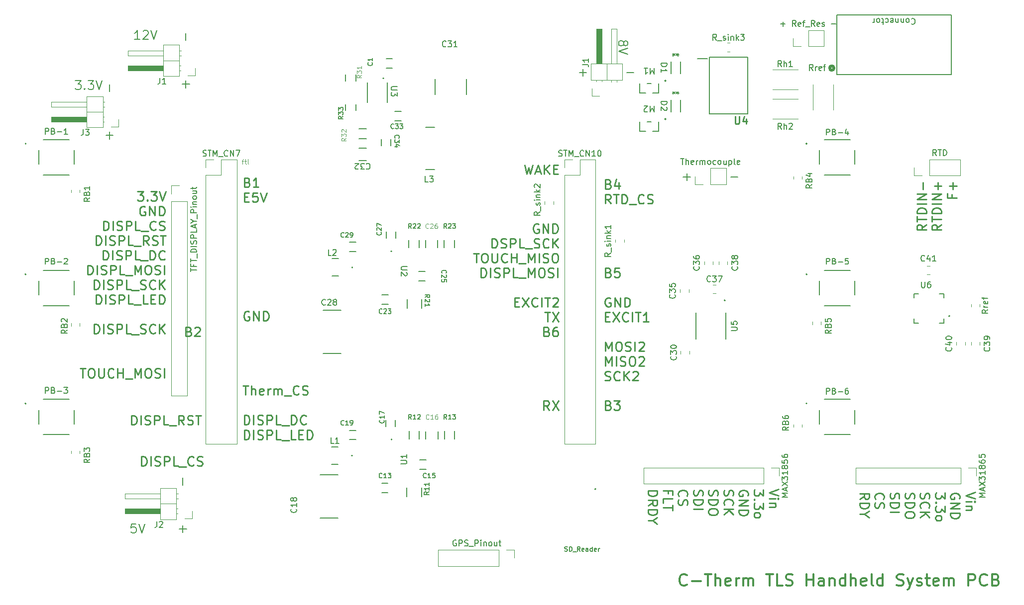
<source format=gbr>
%TF.GenerationSoftware,KiCad,Pcbnew,9.0.7*%
%TF.CreationDate,2026-02-04T14:53:37-04:00*%
%TF.ProjectId,TLS_Handheld_PCB,544c535f-4861-46e6-9468-656c645f5043,1*%
%TF.SameCoordinates,Original*%
%TF.FileFunction,Legend,Top*%
%TF.FilePolarity,Positive*%
%FSLAX46Y46*%
G04 Gerber Fmt 4.6, Leading zero omitted, Abs format (unit mm)*
G04 Created by KiCad (PCBNEW 9.0.7) date 2026-02-04 14:53:37*
%MOMM*%
%LPD*%
G01*
G04 APERTURE LIST*
%ADD10C,0.177800*%
%ADD11C,0.200000*%
%ADD12C,0.250000*%
%ADD13C,0.100000*%
%ADD14C,0.300000*%
%ADD15C,0.150000*%
%ADD16C,0.125000*%
%ADD17C,0.098425*%
%ADD18C,0.254000*%
%ADD19C,0.120000*%
%ADD20C,0.152400*%
%ADD21C,0.127000*%
%ADD22C,0.508000*%
G04 APERTURE END LIST*
D10*
X79334687Y-53671785D02*
X80278115Y-53671785D01*
X80278115Y-53671785D02*
X79770115Y-54252356D01*
X79770115Y-54252356D02*
X79987830Y-54252356D01*
X79987830Y-54252356D02*
X80132973Y-54324928D01*
X80132973Y-54324928D02*
X80205544Y-54397499D01*
X80205544Y-54397499D02*
X80278115Y-54542642D01*
X80278115Y-54542642D02*
X80278115Y-54905499D01*
X80278115Y-54905499D02*
X80205544Y-55050642D01*
X80205544Y-55050642D02*
X80132973Y-55123214D01*
X80132973Y-55123214D02*
X79987830Y-55195785D01*
X79987830Y-55195785D02*
X79552401Y-55195785D01*
X79552401Y-55195785D02*
X79407258Y-55123214D01*
X79407258Y-55123214D02*
X79334687Y-55050642D01*
X80931259Y-55050642D02*
X81003830Y-55123214D01*
X81003830Y-55123214D02*
X80931259Y-55195785D01*
X80931259Y-55195785D02*
X80858687Y-55123214D01*
X80858687Y-55123214D02*
X80931259Y-55050642D01*
X80931259Y-55050642D02*
X80931259Y-55195785D01*
X81511830Y-53671785D02*
X82455258Y-53671785D01*
X82455258Y-53671785D02*
X81947258Y-54252356D01*
X81947258Y-54252356D02*
X82164973Y-54252356D01*
X82164973Y-54252356D02*
X82310116Y-54324928D01*
X82310116Y-54324928D02*
X82382687Y-54397499D01*
X82382687Y-54397499D02*
X82455258Y-54542642D01*
X82455258Y-54542642D02*
X82455258Y-54905499D01*
X82455258Y-54905499D02*
X82382687Y-55050642D01*
X82382687Y-55050642D02*
X82310116Y-55123214D01*
X82310116Y-55123214D02*
X82164973Y-55195785D01*
X82164973Y-55195785D02*
X81729544Y-55195785D01*
X81729544Y-55195785D02*
X81584401Y-55123214D01*
X81584401Y-55123214D02*
X81511830Y-55050642D01*
X82890687Y-53671785D02*
X83398687Y-55195785D01*
X83398687Y-55195785D02*
X83906687Y-53671785D01*
D11*
X98120266Y-54917619D02*
X98120266Y-53698572D01*
X98729790Y-54308095D02*
X97510742Y-54308095D01*
X98120266Y-46841427D02*
X98120266Y-45622380D01*
D12*
X108578758Y-71003076D02*
X108807330Y-71077838D01*
X108807330Y-71077838D02*
X108883520Y-71152600D01*
X108883520Y-71152600D02*
X108959711Y-71302124D01*
X108959711Y-71302124D02*
X108959711Y-71526410D01*
X108959711Y-71526410D02*
X108883520Y-71675934D01*
X108883520Y-71675934D02*
X108807330Y-71750696D01*
X108807330Y-71750696D02*
X108654949Y-71825457D01*
X108654949Y-71825457D02*
X108045425Y-71825457D01*
X108045425Y-71825457D02*
X108045425Y-70255457D01*
X108045425Y-70255457D02*
X108578758Y-70255457D01*
X108578758Y-70255457D02*
X108731139Y-70330219D01*
X108731139Y-70330219D02*
X108807330Y-70404981D01*
X108807330Y-70404981D02*
X108883520Y-70554505D01*
X108883520Y-70554505D02*
X108883520Y-70704029D01*
X108883520Y-70704029D02*
X108807330Y-70853553D01*
X108807330Y-70853553D02*
X108731139Y-70928315D01*
X108731139Y-70928315D02*
X108578758Y-71003076D01*
X108578758Y-71003076D02*
X108045425Y-71003076D01*
X110483520Y-71825457D02*
X109569234Y-71825457D01*
X110026377Y-71825457D02*
X110026377Y-70255457D01*
X110026377Y-70255457D02*
X109873996Y-70479743D01*
X109873996Y-70479743D02*
X109721615Y-70629267D01*
X109721615Y-70629267D02*
X109569234Y-70704029D01*
X108045425Y-73530688D02*
X108578758Y-73530688D01*
X108807330Y-74353069D02*
X108045425Y-74353069D01*
X108045425Y-74353069D02*
X108045425Y-72783069D01*
X108045425Y-72783069D02*
X108807330Y-72783069D01*
X110254949Y-72783069D02*
X109493044Y-72783069D01*
X109493044Y-72783069D02*
X109416853Y-73530688D01*
X109416853Y-73530688D02*
X109493044Y-73455927D01*
X109493044Y-73455927D02*
X109645425Y-73381165D01*
X109645425Y-73381165D02*
X110026377Y-73381165D01*
X110026377Y-73381165D02*
X110178758Y-73455927D01*
X110178758Y-73455927D02*
X110254949Y-73530688D01*
X110254949Y-73530688D02*
X110331139Y-73680212D01*
X110331139Y-73680212D02*
X110331139Y-74054022D01*
X110331139Y-74054022D02*
X110254949Y-74203546D01*
X110254949Y-74203546D02*
X110178758Y-74278308D01*
X110178758Y-74278308D02*
X110026377Y-74353069D01*
X110026377Y-74353069D02*
X109645425Y-74353069D01*
X109645425Y-74353069D02*
X109493044Y-74278308D01*
X109493044Y-74278308D02*
X109416853Y-74203546D01*
X110788282Y-72783069D02*
X111321616Y-74353069D01*
X111321616Y-74353069D02*
X111854949Y-72783069D01*
X108883520Y-93078727D02*
X108731139Y-93003965D01*
X108731139Y-93003965D02*
X108502568Y-93003965D01*
X108502568Y-93003965D02*
X108273996Y-93078727D01*
X108273996Y-93078727D02*
X108121615Y-93228251D01*
X108121615Y-93228251D02*
X108045425Y-93377775D01*
X108045425Y-93377775D02*
X107969234Y-93676823D01*
X107969234Y-93676823D02*
X107969234Y-93901108D01*
X107969234Y-93901108D02*
X108045425Y-94200156D01*
X108045425Y-94200156D02*
X108121615Y-94349680D01*
X108121615Y-94349680D02*
X108273996Y-94499204D01*
X108273996Y-94499204D02*
X108502568Y-94573965D01*
X108502568Y-94573965D02*
X108654949Y-94573965D01*
X108654949Y-94573965D02*
X108883520Y-94499204D01*
X108883520Y-94499204D02*
X108959711Y-94424442D01*
X108959711Y-94424442D02*
X108959711Y-93901108D01*
X108959711Y-93901108D02*
X108654949Y-93901108D01*
X109645425Y-94573965D02*
X109645425Y-93003965D01*
X109645425Y-93003965D02*
X110559711Y-94573965D01*
X110559711Y-94573965D02*
X110559711Y-93003965D01*
X111321615Y-94573965D02*
X111321615Y-93003965D01*
X111321615Y-93003965D02*
X111702567Y-93003965D01*
X111702567Y-93003965D02*
X111931139Y-93078727D01*
X111931139Y-93078727D02*
X112083520Y-93228251D01*
X112083520Y-93228251D02*
X112159710Y-93377775D01*
X112159710Y-93377775D02*
X112235901Y-93676823D01*
X112235901Y-93676823D02*
X112235901Y-93901108D01*
X112235901Y-93901108D02*
X112159710Y-94200156D01*
X112159710Y-94200156D02*
X112083520Y-94349680D01*
X112083520Y-94349680D02*
X111931139Y-94499204D01*
X111931139Y-94499204D02*
X111702567Y-94573965D01*
X111702567Y-94573965D02*
X111321615Y-94573965D01*
X107816853Y-105642025D02*
X108731139Y-105642025D01*
X108273996Y-107212025D02*
X108273996Y-105642025D01*
X109264473Y-107212025D02*
X109264473Y-105642025D01*
X109950187Y-107212025D02*
X109950187Y-106389644D01*
X109950187Y-106389644D02*
X109873997Y-106240121D01*
X109873997Y-106240121D02*
X109721616Y-106165359D01*
X109721616Y-106165359D02*
X109493044Y-106165359D01*
X109493044Y-106165359D02*
X109340663Y-106240121D01*
X109340663Y-106240121D02*
X109264473Y-106314883D01*
X111321616Y-107137264D02*
X111169235Y-107212025D01*
X111169235Y-107212025D02*
X110864473Y-107212025D01*
X110864473Y-107212025D02*
X110712092Y-107137264D01*
X110712092Y-107137264D02*
X110635901Y-106987740D01*
X110635901Y-106987740D02*
X110635901Y-106389644D01*
X110635901Y-106389644D02*
X110712092Y-106240121D01*
X110712092Y-106240121D02*
X110864473Y-106165359D01*
X110864473Y-106165359D02*
X111169235Y-106165359D01*
X111169235Y-106165359D02*
X111321616Y-106240121D01*
X111321616Y-106240121D02*
X111397806Y-106389644D01*
X111397806Y-106389644D02*
X111397806Y-106539168D01*
X111397806Y-106539168D02*
X110635901Y-106688692D01*
X112083521Y-107212025D02*
X112083521Y-106165359D01*
X112083521Y-106464406D02*
X112159711Y-106314883D01*
X112159711Y-106314883D02*
X112235902Y-106240121D01*
X112235902Y-106240121D02*
X112388283Y-106165359D01*
X112388283Y-106165359D02*
X112540664Y-106165359D01*
X113073997Y-107212025D02*
X113073997Y-106165359D01*
X113073997Y-106314883D02*
X113150187Y-106240121D01*
X113150187Y-106240121D02*
X113302568Y-106165359D01*
X113302568Y-106165359D02*
X113531140Y-106165359D01*
X113531140Y-106165359D02*
X113683521Y-106240121D01*
X113683521Y-106240121D02*
X113759711Y-106389644D01*
X113759711Y-106389644D02*
X113759711Y-107212025D01*
X113759711Y-106389644D02*
X113835902Y-106240121D01*
X113835902Y-106240121D02*
X113988283Y-106165359D01*
X113988283Y-106165359D02*
X114216854Y-106165359D01*
X114216854Y-106165359D02*
X114369235Y-106240121D01*
X114369235Y-106240121D02*
X114445425Y-106389644D01*
X114445425Y-106389644D02*
X114445425Y-107212025D01*
X114826378Y-107361549D02*
X116045425Y-107361549D01*
X117340664Y-107062502D02*
X117264473Y-107137264D01*
X117264473Y-107137264D02*
X117035902Y-107212025D01*
X117035902Y-107212025D02*
X116883521Y-107212025D01*
X116883521Y-107212025D02*
X116654949Y-107137264D01*
X116654949Y-107137264D02*
X116502568Y-106987740D01*
X116502568Y-106987740D02*
X116426378Y-106838216D01*
X116426378Y-106838216D02*
X116350187Y-106539168D01*
X116350187Y-106539168D02*
X116350187Y-106314883D01*
X116350187Y-106314883D02*
X116426378Y-106015835D01*
X116426378Y-106015835D02*
X116502568Y-105866311D01*
X116502568Y-105866311D02*
X116654949Y-105716787D01*
X116654949Y-105716787D02*
X116883521Y-105642025D01*
X116883521Y-105642025D02*
X117035902Y-105642025D01*
X117035902Y-105642025D02*
X117264473Y-105716787D01*
X117264473Y-105716787D02*
X117340664Y-105791549D01*
X117950187Y-107137264D02*
X118178759Y-107212025D01*
X118178759Y-107212025D02*
X118559711Y-107212025D01*
X118559711Y-107212025D02*
X118712092Y-107137264D01*
X118712092Y-107137264D02*
X118788283Y-107062502D01*
X118788283Y-107062502D02*
X118864473Y-106912978D01*
X118864473Y-106912978D02*
X118864473Y-106763454D01*
X118864473Y-106763454D02*
X118788283Y-106613930D01*
X118788283Y-106613930D02*
X118712092Y-106539168D01*
X118712092Y-106539168D02*
X118559711Y-106464406D01*
X118559711Y-106464406D02*
X118254949Y-106389644D01*
X118254949Y-106389644D02*
X118102568Y-106314883D01*
X118102568Y-106314883D02*
X118026378Y-106240121D01*
X118026378Y-106240121D02*
X117950187Y-106090597D01*
X117950187Y-106090597D02*
X117950187Y-105941073D01*
X117950187Y-105941073D02*
X118026378Y-105791549D01*
X118026378Y-105791549D02*
X118102568Y-105716787D01*
X118102568Y-105716787D02*
X118254949Y-105642025D01*
X118254949Y-105642025D02*
X118635902Y-105642025D01*
X118635902Y-105642025D02*
X118864473Y-105716787D01*
X108045425Y-112267249D02*
X108045425Y-110697249D01*
X108045425Y-110697249D02*
X108426377Y-110697249D01*
X108426377Y-110697249D02*
X108654949Y-110772011D01*
X108654949Y-110772011D02*
X108807330Y-110921535D01*
X108807330Y-110921535D02*
X108883520Y-111071059D01*
X108883520Y-111071059D02*
X108959711Y-111370107D01*
X108959711Y-111370107D02*
X108959711Y-111594392D01*
X108959711Y-111594392D02*
X108883520Y-111893440D01*
X108883520Y-111893440D02*
X108807330Y-112042964D01*
X108807330Y-112042964D02*
X108654949Y-112192488D01*
X108654949Y-112192488D02*
X108426377Y-112267249D01*
X108426377Y-112267249D02*
X108045425Y-112267249D01*
X109645425Y-112267249D02*
X109645425Y-110697249D01*
X110331139Y-112192488D02*
X110559711Y-112267249D01*
X110559711Y-112267249D02*
X110940663Y-112267249D01*
X110940663Y-112267249D02*
X111093044Y-112192488D01*
X111093044Y-112192488D02*
X111169235Y-112117726D01*
X111169235Y-112117726D02*
X111245425Y-111968202D01*
X111245425Y-111968202D02*
X111245425Y-111818678D01*
X111245425Y-111818678D02*
X111169235Y-111669154D01*
X111169235Y-111669154D02*
X111093044Y-111594392D01*
X111093044Y-111594392D02*
X110940663Y-111519630D01*
X110940663Y-111519630D02*
X110635901Y-111444868D01*
X110635901Y-111444868D02*
X110483520Y-111370107D01*
X110483520Y-111370107D02*
X110407330Y-111295345D01*
X110407330Y-111295345D02*
X110331139Y-111145821D01*
X110331139Y-111145821D02*
X110331139Y-110996297D01*
X110331139Y-110996297D02*
X110407330Y-110846773D01*
X110407330Y-110846773D02*
X110483520Y-110772011D01*
X110483520Y-110772011D02*
X110635901Y-110697249D01*
X110635901Y-110697249D02*
X111016854Y-110697249D01*
X111016854Y-110697249D02*
X111245425Y-110772011D01*
X111931140Y-112267249D02*
X111931140Y-110697249D01*
X111931140Y-110697249D02*
X112540664Y-110697249D01*
X112540664Y-110697249D02*
X112693045Y-110772011D01*
X112693045Y-110772011D02*
X112769235Y-110846773D01*
X112769235Y-110846773D02*
X112845426Y-110996297D01*
X112845426Y-110996297D02*
X112845426Y-111220583D01*
X112845426Y-111220583D02*
X112769235Y-111370107D01*
X112769235Y-111370107D02*
X112693045Y-111444868D01*
X112693045Y-111444868D02*
X112540664Y-111519630D01*
X112540664Y-111519630D02*
X111931140Y-111519630D01*
X114293045Y-112267249D02*
X113531140Y-112267249D01*
X113531140Y-112267249D02*
X113531140Y-110697249D01*
X114445426Y-112416773D02*
X115664473Y-112416773D01*
X116045426Y-112267249D02*
X116045426Y-110697249D01*
X116045426Y-110697249D02*
X116426378Y-110697249D01*
X116426378Y-110697249D02*
X116654950Y-110772011D01*
X116654950Y-110772011D02*
X116807331Y-110921535D01*
X116807331Y-110921535D02*
X116883521Y-111071059D01*
X116883521Y-111071059D02*
X116959712Y-111370107D01*
X116959712Y-111370107D02*
X116959712Y-111594392D01*
X116959712Y-111594392D02*
X116883521Y-111893440D01*
X116883521Y-111893440D02*
X116807331Y-112042964D01*
X116807331Y-112042964D02*
X116654950Y-112192488D01*
X116654950Y-112192488D02*
X116426378Y-112267249D01*
X116426378Y-112267249D02*
X116045426Y-112267249D01*
X118559712Y-112117726D02*
X118483521Y-112192488D01*
X118483521Y-112192488D02*
X118254950Y-112267249D01*
X118254950Y-112267249D02*
X118102569Y-112267249D01*
X118102569Y-112267249D02*
X117873997Y-112192488D01*
X117873997Y-112192488D02*
X117721616Y-112042964D01*
X117721616Y-112042964D02*
X117645426Y-111893440D01*
X117645426Y-111893440D02*
X117569235Y-111594392D01*
X117569235Y-111594392D02*
X117569235Y-111370107D01*
X117569235Y-111370107D02*
X117645426Y-111071059D01*
X117645426Y-111071059D02*
X117721616Y-110921535D01*
X117721616Y-110921535D02*
X117873997Y-110772011D01*
X117873997Y-110772011D02*
X118102569Y-110697249D01*
X118102569Y-110697249D02*
X118254950Y-110697249D01*
X118254950Y-110697249D02*
X118483521Y-110772011D01*
X118483521Y-110772011D02*
X118559712Y-110846773D01*
X108045425Y-114794861D02*
X108045425Y-113224861D01*
X108045425Y-113224861D02*
X108426377Y-113224861D01*
X108426377Y-113224861D02*
X108654949Y-113299623D01*
X108654949Y-113299623D02*
X108807330Y-113449147D01*
X108807330Y-113449147D02*
X108883520Y-113598671D01*
X108883520Y-113598671D02*
X108959711Y-113897719D01*
X108959711Y-113897719D02*
X108959711Y-114122004D01*
X108959711Y-114122004D02*
X108883520Y-114421052D01*
X108883520Y-114421052D02*
X108807330Y-114570576D01*
X108807330Y-114570576D02*
X108654949Y-114720100D01*
X108654949Y-114720100D02*
X108426377Y-114794861D01*
X108426377Y-114794861D02*
X108045425Y-114794861D01*
X109645425Y-114794861D02*
X109645425Y-113224861D01*
X110331139Y-114720100D02*
X110559711Y-114794861D01*
X110559711Y-114794861D02*
X110940663Y-114794861D01*
X110940663Y-114794861D02*
X111093044Y-114720100D01*
X111093044Y-114720100D02*
X111169235Y-114645338D01*
X111169235Y-114645338D02*
X111245425Y-114495814D01*
X111245425Y-114495814D02*
X111245425Y-114346290D01*
X111245425Y-114346290D02*
X111169235Y-114196766D01*
X111169235Y-114196766D02*
X111093044Y-114122004D01*
X111093044Y-114122004D02*
X110940663Y-114047242D01*
X110940663Y-114047242D02*
X110635901Y-113972480D01*
X110635901Y-113972480D02*
X110483520Y-113897719D01*
X110483520Y-113897719D02*
X110407330Y-113822957D01*
X110407330Y-113822957D02*
X110331139Y-113673433D01*
X110331139Y-113673433D02*
X110331139Y-113523909D01*
X110331139Y-113523909D02*
X110407330Y-113374385D01*
X110407330Y-113374385D02*
X110483520Y-113299623D01*
X110483520Y-113299623D02*
X110635901Y-113224861D01*
X110635901Y-113224861D02*
X111016854Y-113224861D01*
X111016854Y-113224861D02*
X111245425Y-113299623D01*
X111931140Y-114794861D02*
X111931140Y-113224861D01*
X111931140Y-113224861D02*
X112540664Y-113224861D01*
X112540664Y-113224861D02*
X112693045Y-113299623D01*
X112693045Y-113299623D02*
X112769235Y-113374385D01*
X112769235Y-113374385D02*
X112845426Y-113523909D01*
X112845426Y-113523909D02*
X112845426Y-113748195D01*
X112845426Y-113748195D02*
X112769235Y-113897719D01*
X112769235Y-113897719D02*
X112693045Y-113972480D01*
X112693045Y-113972480D02*
X112540664Y-114047242D01*
X112540664Y-114047242D02*
X111931140Y-114047242D01*
X114293045Y-114794861D02*
X113531140Y-114794861D01*
X113531140Y-114794861D02*
X113531140Y-113224861D01*
X114445426Y-114944385D02*
X115664473Y-114944385D01*
X116807331Y-114794861D02*
X116045426Y-114794861D01*
X116045426Y-114794861D02*
X116045426Y-113224861D01*
X117340664Y-113972480D02*
X117873997Y-113972480D01*
X118102569Y-114794861D02*
X117340664Y-114794861D01*
X117340664Y-114794861D02*
X117340664Y-113224861D01*
X117340664Y-113224861D02*
X118102569Y-113224861D01*
X118788283Y-114794861D02*
X118788283Y-113224861D01*
X118788283Y-113224861D02*
X119169235Y-113224861D01*
X119169235Y-113224861D02*
X119397807Y-113299623D01*
X119397807Y-113299623D02*
X119550188Y-113449147D01*
X119550188Y-113449147D02*
X119626378Y-113598671D01*
X119626378Y-113598671D02*
X119702569Y-113897719D01*
X119702569Y-113897719D02*
X119702569Y-114122004D01*
X119702569Y-114122004D02*
X119626378Y-114421052D01*
X119626378Y-114421052D02*
X119550188Y-114570576D01*
X119550188Y-114570576D02*
X119397807Y-114720100D01*
X119397807Y-114720100D02*
X119169235Y-114794861D01*
X119169235Y-114794861D02*
X118788283Y-114794861D01*
X198916089Y-123316853D02*
X197316089Y-123850187D01*
X197316089Y-123850187D02*
X198916089Y-124383520D01*
X197316089Y-124916854D02*
X198382756Y-124916854D01*
X198916089Y-124916854D02*
X198839899Y-124840663D01*
X198839899Y-124840663D02*
X198763708Y-124916854D01*
X198763708Y-124916854D02*
X198839899Y-124993044D01*
X198839899Y-124993044D02*
X198916089Y-124916854D01*
X198916089Y-124916854D02*
X198763708Y-124916854D01*
X198382756Y-125678759D02*
X197316089Y-125678759D01*
X198230375Y-125678759D02*
X198306565Y-125754949D01*
X198306565Y-125754949D02*
X198382756Y-125907330D01*
X198382756Y-125907330D02*
X198382756Y-126135902D01*
X198382756Y-126135902D02*
X198306565Y-126288283D01*
X198306565Y-126288283D02*
X198154184Y-126364473D01*
X198154184Y-126364473D02*
X197316089Y-126364473D01*
X196340179Y-123393044D02*
X196340179Y-124383520D01*
X196340179Y-124383520D02*
X195730655Y-123850187D01*
X195730655Y-123850187D02*
X195730655Y-124078758D01*
X195730655Y-124078758D02*
X195654465Y-124231139D01*
X195654465Y-124231139D02*
X195578274Y-124307330D01*
X195578274Y-124307330D02*
X195425893Y-124383520D01*
X195425893Y-124383520D02*
X195044941Y-124383520D01*
X195044941Y-124383520D02*
X194892560Y-124307330D01*
X194892560Y-124307330D02*
X194816370Y-124231139D01*
X194816370Y-124231139D02*
X194740179Y-124078758D01*
X194740179Y-124078758D02*
X194740179Y-123621615D01*
X194740179Y-123621615D02*
X194816370Y-123469234D01*
X194816370Y-123469234D02*
X194892560Y-123393044D01*
X194892560Y-125069235D02*
X194816370Y-125145425D01*
X194816370Y-125145425D02*
X194740179Y-125069235D01*
X194740179Y-125069235D02*
X194816370Y-124993044D01*
X194816370Y-124993044D02*
X194892560Y-125069235D01*
X194892560Y-125069235D02*
X194740179Y-125069235D01*
X196340179Y-125678759D02*
X196340179Y-126669235D01*
X196340179Y-126669235D02*
X195730655Y-126135902D01*
X195730655Y-126135902D02*
X195730655Y-126364473D01*
X195730655Y-126364473D02*
X195654465Y-126516854D01*
X195654465Y-126516854D02*
X195578274Y-126593045D01*
X195578274Y-126593045D02*
X195425893Y-126669235D01*
X195425893Y-126669235D02*
X195044941Y-126669235D01*
X195044941Y-126669235D02*
X194892560Y-126593045D01*
X194892560Y-126593045D02*
X194816370Y-126516854D01*
X194816370Y-126516854D02*
X194740179Y-126364473D01*
X194740179Y-126364473D02*
X194740179Y-125907330D01*
X194740179Y-125907330D02*
X194816370Y-125754949D01*
X194816370Y-125754949D02*
X194892560Y-125678759D01*
X194740179Y-127583521D02*
X194816370Y-127431140D01*
X194816370Y-127431140D02*
X194892560Y-127354950D01*
X194892560Y-127354950D02*
X195044941Y-127278759D01*
X195044941Y-127278759D02*
X195502084Y-127278759D01*
X195502084Y-127278759D02*
X195654465Y-127354950D01*
X195654465Y-127354950D02*
X195730655Y-127431140D01*
X195730655Y-127431140D02*
X195806846Y-127583521D01*
X195806846Y-127583521D02*
X195806846Y-127812093D01*
X195806846Y-127812093D02*
X195730655Y-127964474D01*
X195730655Y-127964474D02*
X195654465Y-128040664D01*
X195654465Y-128040664D02*
X195502084Y-128116855D01*
X195502084Y-128116855D02*
X195044941Y-128116855D01*
X195044941Y-128116855D02*
X194892560Y-128040664D01*
X194892560Y-128040664D02*
X194816370Y-127964474D01*
X194816370Y-127964474D02*
X194740179Y-127812093D01*
X194740179Y-127812093D02*
X194740179Y-127583521D01*
X193688079Y-124383520D02*
X193764269Y-124231139D01*
X193764269Y-124231139D02*
X193764269Y-124002568D01*
X193764269Y-124002568D02*
X193688079Y-123773996D01*
X193688079Y-123773996D02*
X193535698Y-123621615D01*
X193535698Y-123621615D02*
X193383317Y-123545425D01*
X193383317Y-123545425D02*
X193078555Y-123469234D01*
X193078555Y-123469234D02*
X192849983Y-123469234D01*
X192849983Y-123469234D02*
X192545221Y-123545425D01*
X192545221Y-123545425D02*
X192392840Y-123621615D01*
X192392840Y-123621615D02*
X192240460Y-123773996D01*
X192240460Y-123773996D02*
X192164269Y-124002568D01*
X192164269Y-124002568D02*
X192164269Y-124154949D01*
X192164269Y-124154949D02*
X192240460Y-124383520D01*
X192240460Y-124383520D02*
X192316650Y-124459711D01*
X192316650Y-124459711D02*
X192849983Y-124459711D01*
X192849983Y-124459711D02*
X192849983Y-124154949D01*
X192164269Y-125145425D02*
X193764269Y-125145425D01*
X193764269Y-125145425D02*
X192164269Y-126059711D01*
X192164269Y-126059711D02*
X193764269Y-126059711D01*
X192164269Y-126821615D02*
X193764269Y-126821615D01*
X193764269Y-126821615D02*
X193764269Y-127202567D01*
X193764269Y-127202567D02*
X193688079Y-127431139D01*
X193688079Y-127431139D02*
X193535698Y-127583520D01*
X193535698Y-127583520D02*
X193383317Y-127659710D01*
X193383317Y-127659710D02*
X193078555Y-127735901D01*
X193078555Y-127735901D02*
X192849983Y-127735901D01*
X192849983Y-127735901D02*
X192545221Y-127659710D01*
X192545221Y-127659710D02*
X192392840Y-127583520D01*
X192392840Y-127583520D02*
X192240460Y-127431139D01*
X192240460Y-127431139D02*
X192164269Y-127202567D01*
X192164269Y-127202567D02*
X192164269Y-126821615D01*
X189664550Y-123469234D02*
X189588359Y-123697806D01*
X189588359Y-123697806D02*
X189588359Y-124078758D01*
X189588359Y-124078758D02*
X189664550Y-124231139D01*
X189664550Y-124231139D02*
X189740740Y-124307330D01*
X189740740Y-124307330D02*
X189893121Y-124383520D01*
X189893121Y-124383520D02*
X190045502Y-124383520D01*
X190045502Y-124383520D02*
X190197883Y-124307330D01*
X190197883Y-124307330D02*
X190274073Y-124231139D01*
X190274073Y-124231139D02*
X190350264Y-124078758D01*
X190350264Y-124078758D02*
X190426454Y-123773996D01*
X190426454Y-123773996D02*
X190502645Y-123621615D01*
X190502645Y-123621615D02*
X190578835Y-123545425D01*
X190578835Y-123545425D02*
X190731216Y-123469234D01*
X190731216Y-123469234D02*
X190883597Y-123469234D01*
X190883597Y-123469234D02*
X191035978Y-123545425D01*
X191035978Y-123545425D02*
X191112169Y-123621615D01*
X191112169Y-123621615D02*
X191188359Y-123773996D01*
X191188359Y-123773996D02*
X191188359Y-124154949D01*
X191188359Y-124154949D02*
X191112169Y-124383520D01*
X189740740Y-125983521D02*
X189664550Y-125907330D01*
X189664550Y-125907330D02*
X189588359Y-125678759D01*
X189588359Y-125678759D02*
X189588359Y-125526378D01*
X189588359Y-125526378D02*
X189664550Y-125297806D01*
X189664550Y-125297806D02*
X189816930Y-125145425D01*
X189816930Y-125145425D02*
X189969311Y-125069235D01*
X189969311Y-125069235D02*
X190274073Y-124993044D01*
X190274073Y-124993044D02*
X190502645Y-124993044D01*
X190502645Y-124993044D02*
X190807407Y-125069235D01*
X190807407Y-125069235D02*
X190959788Y-125145425D01*
X190959788Y-125145425D02*
X191112169Y-125297806D01*
X191112169Y-125297806D02*
X191188359Y-125526378D01*
X191188359Y-125526378D02*
X191188359Y-125678759D01*
X191188359Y-125678759D02*
X191112169Y-125907330D01*
X191112169Y-125907330D02*
X191035978Y-125983521D01*
X189588359Y-126669235D02*
X191188359Y-126669235D01*
X189588359Y-127583521D02*
X190502645Y-126897806D01*
X191188359Y-127583521D02*
X190274073Y-126669235D01*
X187088640Y-123469234D02*
X187012449Y-123697806D01*
X187012449Y-123697806D02*
X187012449Y-124078758D01*
X187012449Y-124078758D02*
X187088640Y-124231139D01*
X187088640Y-124231139D02*
X187164830Y-124307330D01*
X187164830Y-124307330D02*
X187317211Y-124383520D01*
X187317211Y-124383520D02*
X187469592Y-124383520D01*
X187469592Y-124383520D02*
X187621973Y-124307330D01*
X187621973Y-124307330D02*
X187698163Y-124231139D01*
X187698163Y-124231139D02*
X187774354Y-124078758D01*
X187774354Y-124078758D02*
X187850544Y-123773996D01*
X187850544Y-123773996D02*
X187926735Y-123621615D01*
X187926735Y-123621615D02*
X188002925Y-123545425D01*
X188002925Y-123545425D02*
X188155306Y-123469234D01*
X188155306Y-123469234D02*
X188307687Y-123469234D01*
X188307687Y-123469234D02*
X188460068Y-123545425D01*
X188460068Y-123545425D02*
X188536259Y-123621615D01*
X188536259Y-123621615D02*
X188612449Y-123773996D01*
X188612449Y-123773996D02*
X188612449Y-124154949D01*
X188612449Y-124154949D02*
X188536259Y-124383520D01*
X187012449Y-125069235D02*
X188612449Y-125069235D01*
X188612449Y-125069235D02*
X188612449Y-125450187D01*
X188612449Y-125450187D02*
X188536259Y-125678759D01*
X188536259Y-125678759D02*
X188383878Y-125831140D01*
X188383878Y-125831140D02*
X188231497Y-125907330D01*
X188231497Y-125907330D02*
X187926735Y-125983521D01*
X187926735Y-125983521D02*
X187698163Y-125983521D01*
X187698163Y-125983521D02*
X187393401Y-125907330D01*
X187393401Y-125907330D02*
X187241020Y-125831140D01*
X187241020Y-125831140D02*
X187088640Y-125678759D01*
X187088640Y-125678759D02*
X187012449Y-125450187D01*
X187012449Y-125450187D02*
X187012449Y-125069235D01*
X188612449Y-126973997D02*
X188612449Y-127278759D01*
X188612449Y-127278759D02*
X188536259Y-127431140D01*
X188536259Y-127431140D02*
X188383878Y-127583521D01*
X188383878Y-127583521D02*
X188079116Y-127659711D01*
X188079116Y-127659711D02*
X187545782Y-127659711D01*
X187545782Y-127659711D02*
X187241020Y-127583521D01*
X187241020Y-127583521D02*
X187088640Y-127431140D01*
X187088640Y-127431140D02*
X187012449Y-127278759D01*
X187012449Y-127278759D02*
X187012449Y-126973997D01*
X187012449Y-126973997D02*
X187088640Y-126821616D01*
X187088640Y-126821616D02*
X187241020Y-126669235D01*
X187241020Y-126669235D02*
X187545782Y-126593044D01*
X187545782Y-126593044D02*
X188079116Y-126593044D01*
X188079116Y-126593044D02*
X188383878Y-126669235D01*
X188383878Y-126669235D02*
X188536259Y-126821616D01*
X188536259Y-126821616D02*
X188612449Y-126973997D01*
X184512730Y-123469234D02*
X184436539Y-123697806D01*
X184436539Y-123697806D02*
X184436539Y-124078758D01*
X184436539Y-124078758D02*
X184512730Y-124231139D01*
X184512730Y-124231139D02*
X184588920Y-124307330D01*
X184588920Y-124307330D02*
X184741301Y-124383520D01*
X184741301Y-124383520D02*
X184893682Y-124383520D01*
X184893682Y-124383520D02*
X185046063Y-124307330D01*
X185046063Y-124307330D02*
X185122253Y-124231139D01*
X185122253Y-124231139D02*
X185198444Y-124078758D01*
X185198444Y-124078758D02*
X185274634Y-123773996D01*
X185274634Y-123773996D02*
X185350825Y-123621615D01*
X185350825Y-123621615D02*
X185427015Y-123545425D01*
X185427015Y-123545425D02*
X185579396Y-123469234D01*
X185579396Y-123469234D02*
X185731777Y-123469234D01*
X185731777Y-123469234D02*
X185884158Y-123545425D01*
X185884158Y-123545425D02*
X185960349Y-123621615D01*
X185960349Y-123621615D02*
X186036539Y-123773996D01*
X186036539Y-123773996D02*
X186036539Y-124154949D01*
X186036539Y-124154949D02*
X185960349Y-124383520D01*
X184436539Y-125069235D02*
X186036539Y-125069235D01*
X186036539Y-125069235D02*
X186036539Y-125450187D01*
X186036539Y-125450187D02*
X185960349Y-125678759D01*
X185960349Y-125678759D02*
X185807968Y-125831140D01*
X185807968Y-125831140D02*
X185655587Y-125907330D01*
X185655587Y-125907330D02*
X185350825Y-125983521D01*
X185350825Y-125983521D02*
X185122253Y-125983521D01*
X185122253Y-125983521D02*
X184817491Y-125907330D01*
X184817491Y-125907330D02*
X184665110Y-125831140D01*
X184665110Y-125831140D02*
X184512730Y-125678759D01*
X184512730Y-125678759D02*
X184436539Y-125450187D01*
X184436539Y-125450187D02*
X184436539Y-125069235D01*
X184436539Y-126669235D02*
X186036539Y-126669235D01*
X182013010Y-124459711D02*
X181936820Y-124383520D01*
X181936820Y-124383520D02*
X181860629Y-124154949D01*
X181860629Y-124154949D02*
X181860629Y-124002568D01*
X181860629Y-124002568D02*
X181936820Y-123773996D01*
X181936820Y-123773996D02*
X182089200Y-123621615D01*
X182089200Y-123621615D02*
X182241581Y-123545425D01*
X182241581Y-123545425D02*
X182546343Y-123469234D01*
X182546343Y-123469234D02*
X182774915Y-123469234D01*
X182774915Y-123469234D02*
X183079677Y-123545425D01*
X183079677Y-123545425D02*
X183232058Y-123621615D01*
X183232058Y-123621615D02*
X183384439Y-123773996D01*
X183384439Y-123773996D02*
X183460629Y-124002568D01*
X183460629Y-124002568D02*
X183460629Y-124154949D01*
X183460629Y-124154949D02*
X183384439Y-124383520D01*
X183384439Y-124383520D02*
X183308248Y-124459711D01*
X181936820Y-125069234D02*
X181860629Y-125297806D01*
X181860629Y-125297806D02*
X181860629Y-125678758D01*
X181860629Y-125678758D02*
X181936820Y-125831139D01*
X181936820Y-125831139D02*
X182013010Y-125907330D01*
X182013010Y-125907330D02*
X182165391Y-125983520D01*
X182165391Y-125983520D02*
X182317772Y-125983520D01*
X182317772Y-125983520D02*
X182470153Y-125907330D01*
X182470153Y-125907330D02*
X182546343Y-125831139D01*
X182546343Y-125831139D02*
X182622534Y-125678758D01*
X182622534Y-125678758D02*
X182698724Y-125373996D01*
X182698724Y-125373996D02*
X182774915Y-125221615D01*
X182774915Y-125221615D02*
X182851105Y-125145425D01*
X182851105Y-125145425D02*
X183003486Y-125069234D01*
X183003486Y-125069234D02*
X183155867Y-125069234D01*
X183155867Y-125069234D02*
X183308248Y-125145425D01*
X183308248Y-125145425D02*
X183384439Y-125221615D01*
X183384439Y-125221615D02*
X183460629Y-125373996D01*
X183460629Y-125373996D02*
X183460629Y-125754949D01*
X183460629Y-125754949D02*
X183384439Y-125983520D01*
X180122814Y-124078758D02*
X180122814Y-123545425D01*
X179284719Y-123545425D02*
X180884719Y-123545425D01*
X180884719Y-123545425D02*
X180884719Y-124307330D01*
X179284719Y-125678759D02*
X179284719Y-124916854D01*
X179284719Y-124916854D02*
X180884719Y-124916854D01*
X180884719Y-125983520D02*
X180884719Y-126897806D01*
X179284719Y-126440663D02*
X180884719Y-126440663D01*
X176708809Y-123545425D02*
X178308809Y-123545425D01*
X178308809Y-123545425D02*
X178308809Y-123926377D01*
X178308809Y-123926377D02*
X178232619Y-124154949D01*
X178232619Y-124154949D02*
X178080238Y-124307330D01*
X178080238Y-124307330D02*
X177927857Y-124383520D01*
X177927857Y-124383520D02*
X177623095Y-124459711D01*
X177623095Y-124459711D02*
X177394523Y-124459711D01*
X177394523Y-124459711D02*
X177089761Y-124383520D01*
X177089761Y-124383520D02*
X176937380Y-124307330D01*
X176937380Y-124307330D02*
X176785000Y-124154949D01*
X176785000Y-124154949D02*
X176708809Y-123926377D01*
X176708809Y-123926377D02*
X176708809Y-123545425D01*
X176708809Y-126059711D02*
X177470714Y-125526377D01*
X176708809Y-125145425D02*
X178308809Y-125145425D01*
X178308809Y-125145425D02*
X178308809Y-125754949D01*
X178308809Y-125754949D02*
X178232619Y-125907330D01*
X178232619Y-125907330D02*
X178156428Y-125983520D01*
X178156428Y-125983520D02*
X178004047Y-126059711D01*
X178004047Y-126059711D02*
X177775476Y-126059711D01*
X177775476Y-126059711D02*
X177623095Y-125983520D01*
X177623095Y-125983520D02*
X177546904Y-125907330D01*
X177546904Y-125907330D02*
X177470714Y-125754949D01*
X177470714Y-125754949D02*
X177470714Y-125145425D01*
X176708809Y-126745425D02*
X178308809Y-126745425D01*
X178308809Y-126745425D02*
X178308809Y-127126377D01*
X178308809Y-127126377D02*
X178232619Y-127354949D01*
X178232619Y-127354949D02*
X178080238Y-127507330D01*
X178080238Y-127507330D02*
X177927857Y-127583520D01*
X177927857Y-127583520D02*
X177623095Y-127659711D01*
X177623095Y-127659711D02*
X177394523Y-127659711D01*
X177394523Y-127659711D02*
X177089761Y-127583520D01*
X177089761Y-127583520D02*
X176937380Y-127507330D01*
X176937380Y-127507330D02*
X176785000Y-127354949D01*
X176785000Y-127354949D02*
X176708809Y-127126377D01*
X176708809Y-127126377D02*
X176708809Y-126745425D01*
X177470714Y-128650187D02*
X176708809Y-128650187D01*
X178308809Y-128116853D02*
X177470714Y-128650187D01*
X177470714Y-128650187D02*
X178308809Y-129183520D01*
X232340179Y-123816853D02*
X230740179Y-124350187D01*
X230740179Y-124350187D02*
X232340179Y-124883520D01*
X230740179Y-125416854D02*
X231806846Y-125416854D01*
X232340179Y-125416854D02*
X232263989Y-125340663D01*
X232263989Y-125340663D02*
X232187798Y-125416854D01*
X232187798Y-125416854D02*
X232263989Y-125493044D01*
X232263989Y-125493044D02*
X232340179Y-125416854D01*
X232340179Y-125416854D02*
X232187798Y-125416854D01*
X231806846Y-126178759D02*
X230740179Y-126178759D01*
X231654465Y-126178759D02*
X231730655Y-126254949D01*
X231730655Y-126254949D02*
X231806846Y-126407330D01*
X231806846Y-126407330D02*
X231806846Y-126635902D01*
X231806846Y-126635902D02*
X231730655Y-126788283D01*
X231730655Y-126788283D02*
X231578274Y-126864473D01*
X231578274Y-126864473D02*
X230740179Y-126864473D01*
X229688079Y-124883520D02*
X229764269Y-124731139D01*
X229764269Y-124731139D02*
X229764269Y-124502568D01*
X229764269Y-124502568D02*
X229688079Y-124273996D01*
X229688079Y-124273996D02*
X229535698Y-124121615D01*
X229535698Y-124121615D02*
X229383317Y-124045425D01*
X229383317Y-124045425D02*
X229078555Y-123969234D01*
X229078555Y-123969234D02*
X228849983Y-123969234D01*
X228849983Y-123969234D02*
X228545221Y-124045425D01*
X228545221Y-124045425D02*
X228392840Y-124121615D01*
X228392840Y-124121615D02*
X228240460Y-124273996D01*
X228240460Y-124273996D02*
X228164269Y-124502568D01*
X228164269Y-124502568D02*
X228164269Y-124654949D01*
X228164269Y-124654949D02*
X228240460Y-124883520D01*
X228240460Y-124883520D02*
X228316650Y-124959711D01*
X228316650Y-124959711D02*
X228849983Y-124959711D01*
X228849983Y-124959711D02*
X228849983Y-124654949D01*
X228164269Y-125645425D02*
X229764269Y-125645425D01*
X229764269Y-125645425D02*
X228164269Y-126559711D01*
X228164269Y-126559711D02*
X229764269Y-126559711D01*
X228164269Y-127321615D02*
X229764269Y-127321615D01*
X229764269Y-127321615D02*
X229764269Y-127702567D01*
X229764269Y-127702567D02*
X229688079Y-127931139D01*
X229688079Y-127931139D02*
X229535698Y-128083520D01*
X229535698Y-128083520D02*
X229383317Y-128159710D01*
X229383317Y-128159710D02*
X229078555Y-128235901D01*
X229078555Y-128235901D02*
X228849983Y-128235901D01*
X228849983Y-128235901D02*
X228545221Y-128159710D01*
X228545221Y-128159710D02*
X228392840Y-128083520D01*
X228392840Y-128083520D02*
X228240460Y-127931139D01*
X228240460Y-127931139D02*
X228164269Y-127702567D01*
X228164269Y-127702567D02*
X228164269Y-127321615D01*
X227188359Y-123893044D02*
X227188359Y-124883520D01*
X227188359Y-124883520D02*
X226578835Y-124350187D01*
X226578835Y-124350187D02*
X226578835Y-124578758D01*
X226578835Y-124578758D02*
X226502645Y-124731139D01*
X226502645Y-124731139D02*
X226426454Y-124807330D01*
X226426454Y-124807330D02*
X226274073Y-124883520D01*
X226274073Y-124883520D02*
X225893121Y-124883520D01*
X225893121Y-124883520D02*
X225740740Y-124807330D01*
X225740740Y-124807330D02*
X225664550Y-124731139D01*
X225664550Y-124731139D02*
X225588359Y-124578758D01*
X225588359Y-124578758D02*
X225588359Y-124121615D01*
X225588359Y-124121615D02*
X225664550Y-123969234D01*
X225664550Y-123969234D02*
X225740740Y-123893044D01*
X225740740Y-125569235D02*
X225664550Y-125645425D01*
X225664550Y-125645425D02*
X225588359Y-125569235D01*
X225588359Y-125569235D02*
X225664550Y-125493044D01*
X225664550Y-125493044D02*
X225740740Y-125569235D01*
X225740740Y-125569235D02*
X225588359Y-125569235D01*
X227188359Y-126178759D02*
X227188359Y-127169235D01*
X227188359Y-127169235D02*
X226578835Y-126635902D01*
X226578835Y-126635902D02*
X226578835Y-126864473D01*
X226578835Y-126864473D02*
X226502645Y-127016854D01*
X226502645Y-127016854D02*
X226426454Y-127093045D01*
X226426454Y-127093045D02*
X226274073Y-127169235D01*
X226274073Y-127169235D02*
X225893121Y-127169235D01*
X225893121Y-127169235D02*
X225740740Y-127093045D01*
X225740740Y-127093045D02*
X225664550Y-127016854D01*
X225664550Y-127016854D02*
X225588359Y-126864473D01*
X225588359Y-126864473D02*
X225588359Y-126407330D01*
X225588359Y-126407330D02*
X225664550Y-126254949D01*
X225664550Y-126254949D02*
X225740740Y-126178759D01*
X225588359Y-128083521D02*
X225664550Y-127931140D01*
X225664550Y-127931140D02*
X225740740Y-127854950D01*
X225740740Y-127854950D02*
X225893121Y-127778759D01*
X225893121Y-127778759D02*
X226350264Y-127778759D01*
X226350264Y-127778759D02*
X226502645Y-127854950D01*
X226502645Y-127854950D02*
X226578835Y-127931140D01*
X226578835Y-127931140D02*
X226655026Y-128083521D01*
X226655026Y-128083521D02*
X226655026Y-128312093D01*
X226655026Y-128312093D02*
X226578835Y-128464474D01*
X226578835Y-128464474D02*
X226502645Y-128540664D01*
X226502645Y-128540664D02*
X226350264Y-128616855D01*
X226350264Y-128616855D02*
X225893121Y-128616855D01*
X225893121Y-128616855D02*
X225740740Y-128540664D01*
X225740740Y-128540664D02*
X225664550Y-128464474D01*
X225664550Y-128464474D02*
X225588359Y-128312093D01*
X225588359Y-128312093D02*
X225588359Y-128083521D01*
X223088640Y-123969234D02*
X223012449Y-124197806D01*
X223012449Y-124197806D02*
X223012449Y-124578758D01*
X223012449Y-124578758D02*
X223088640Y-124731139D01*
X223088640Y-124731139D02*
X223164830Y-124807330D01*
X223164830Y-124807330D02*
X223317211Y-124883520D01*
X223317211Y-124883520D02*
X223469592Y-124883520D01*
X223469592Y-124883520D02*
X223621973Y-124807330D01*
X223621973Y-124807330D02*
X223698163Y-124731139D01*
X223698163Y-124731139D02*
X223774354Y-124578758D01*
X223774354Y-124578758D02*
X223850544Y-124273996D01*
X223850544Y-124273996D02*
X223926735Y-124121615D01*
X223926735Y-124121615D02*
X224002925Y-124045425D01*
X224002925Y-124045425D02*
X224155306Y-123969234D01*
X224155306Y-123969234D02*
X224307687Y-123969234D01*
X224307687Y-123969234D02*
X224460068Y-124045425D01*
X224460068Y-124045425D02*
X224536259Y-124121615D01*
X224536259Y-124121615D02*
X224612449Y-124273996D01*
X224612449Y-124273996D02*
X224612449Y-124654949D01*
X224612449Y-124654949D02*
X224536259Y-124883520D01*
X223164830Y-126483521D02*
X223088640Y-126407330D01*
X223088640Y-126407330D02*
X223012449Y-126178759D01*
X223012449Y-126178759D02*
X223012449Y-126026378D01*
X223012449Y-126026378D02*
X223088640Y-125797806D01*
X223088640Y-125797806D02*
X223241020Y-125645425D01*
X223241020Y-125645425D02*
X223393401Y-125569235D01*
X223393401Y-125569235D02*
X223698163Y-125493044D01*
X223698163Y-125493044D02*
X223926735Y-125493044D01*
X223926735Y-125493044D02*
X224231497Y-125569235D01*
X224231497Y-125569235D02*
X224383878Y-125645425D01*
X224383878Y-125645425D02*
X224536259Y-125797806D01*
X224536259Y-125797806D02*
X224612449Y-126026378D01*
X224612449Y-126026378D02*
X224612449Y-126178759D01*
X224612449Y-126178759D02*
X224536259Y-126407330D01*
X224536259Y-126407330D02*
X224460068Y-126483521D01*
X223012449Y-127169235D02*
X224612449Y-127169235D01*
X223012449Y-128083521D02*
X223926735Y-127397806D01*
X224612449Y-128083521D02*
X223698163Y-127169235D01*
X220512730Y-123969234D02*
X220436539Y-124197806D01*
X220436539Y-124197806D02*
X220436539Y-124578758D01*
X220436539Y-124578758D02*
X220512730Y-124731139D01*
X220512730Y-124731139D02*
X220588920Y-124807330D01*
X220588920Y-124807330D02*
X220741301Y-124883520D01*
X220741301Y-124883520D02*
X220893682Y-124883520D01*
X220893682Y-124883520D02*
X221046063Y-124807330D01*
X221046063Y-124807330D02*
X221122253Y-124731139D01*
X221122253Y-124731139D02*
X221198444Y-124578758D01*
X221198444Y-124578758D02*
X221274634Y-124273996D01*
X221274634Y-124273996D02*
X221350825Y-124121615D01*
X221350825Y-124121615D02*
X221427015Y-124045425D01*
X221427015Y-124045425D02*
X221579396Y-123969234D01*
X221579396Y-123969234D02*
X221731777Y-123969234D01*
X221731777Y-123969234D02*
X221884158Y-124045425D01*
X221884158Y-124045425D02*
X221960349Y-124121615D01*
X221960349Y-124121615D02*
X222036539Y-124273996D01*
X222036539Y-124273996D02*
X222036539Y-124654949D01*
X222036539Y-124654949D02*
X221960349Y-124883520D01*
X220436539Y-125569235D02*
X222036539Y-125569235D01*
X222036539Y-125569235D02*
X222036539Y-125950187D01*
X222036539Y-125950187D02*
X221960349Y-126178759D01*
X221960349Y-126178759D02*
X221807968Y-126331140D01*
X221807968Y-126331140D02*
X221655587Y-126407330D01*
X221655587Y-126407330D02*
X221350825Y-126483521D01*
X221350825Y-126483521D02*
X221122253Y-126483521D01*
X221122253Y-126483521D02*
X220817491Y-126407330D01*
X220817491Y-126407330D02*
X220665110Y-126331140D01*
X220665110Y-126331140D02*
X220512730Y-126178759D01*
X220512730Y-126178759D02*
X220436539Y-125950187D01*
X220436539Y-125950187D02*
X220436539Y-125569235D01*
X222036539Y-127473997D02*
X222036539Y-127778759D01*
X222036539Y-127778759D02*
X221960349Y-127931140D01*
X221960349Y-127931140D02*
X221807968Y-128083521D01*
X221807968Y-128083521D02*
X221503206Y-128159711D01*
X221503206Y-128159711D02*
X220969872Y-128159711D01*
X220969872Y-128159711D02*
X220665110Y-128083521D01*
X220665110Y-128083521D02*
X220512730Y-127931140D01*
X220512730Y-127931140D02*
X220436539Y-127778759D01*
X220436539Y-127778759D02*
X220436539Y-127473997D01*
X220436539Y-127473997D02*
X220512730Y-127321616D01*
X220512730Y-127321616D02*
X220665110Y-127169235D01*
X220665110Y-127169235D02*
X220969872Y-127093044D01*
X220969872Y-127093044D02*
X221503206Y-127093044D01*
X221503206Y-127093044D02*
X221807968Y-127169235D01*
X221807968Y-127169235D02*
X221960349Y-127321616D01*
X221960349Y-127321616D02*
X222036539Y-127473997D01*
X217936820Y-123969234D02*
X217860629Y-124197806D01*
X217860629Y-124197806D02*
X217860629Y-124578758D01*
X217860629Y-124578758D02*
X217936820Y-124731139D01*
X217936820Y-124731139D02*
X218013010Y-124807330D01*
X218013010Y-124807330D02*
X218165391Y-124883520D01*
X218165391Y-124883520D02*
X218317772Y-124883520D01*
X218317772Y-124883520D02*
X218470153Y-124807330D01*
X218470153Y-124807330D02*
X218546343Y-124731139D01*
X218546343Y-124731139D02*
X218622534Y-124578758D01*
X218622534Y-124578758D02*
X218698724Y-124273996D01*
X218698724Y-124273996D02*
X218774915Y-124121615D01*
X218774915Y-124121615D02*
X218851105Y-124045425D01*
X218851105Y-124045425D02*
X219003486Y-123969234D01*
X219003486Y-123969234D02*
X219155867Y-123969234D01*
X219155867Y-123969234D02*
X219308248Y-124045425D01*
X219308248Y-124045425D02*
X219384439Y-124121615D01*
X219384439Y-124121615D02*
X219460629Y-124273996D01*
X219460629Y-124273996D02*
X219460629Y-124654949D01*
X219460629Y-124654949D02*
X219384439Y-124883520D01*
X217860629Y-125569235D02*
X219460629Y-125569235D01*
X219460629Y-125569235D02*
X219460629Y-125950187D01*
X219460629Y-125950187D02*
X219384439Y-126178759D01*
X219384439Y-126178759D02*
X219232058Y-126331140D01*
X219232058Y-126331140D02*
X219079677Y-126407330D01*
X219079677Y-126407330D02*
X218774915Y-126483521D01*
X218774915Y-126483521D02*
X218546343Y-126483521D01*
X218546343Y-126483521D02*
X218241581Y-126407330D01*
X218241581Y-126407330D02*
X218089200Y-126331140D01*
X218089200Y-126331140D02*
X217936820Y-126178759D01*
X217936820Y-126178759D02*
X217860629Y-125950187D01*
X217860629Y-125950187D02*
X217860629Y-125569235D01*
X217860629Y-127169235D02*
X219460629Y-127169235D01*
X215437100Y-124959711D02*
X215360910Y-124883520D01*
X215360910Y-124883520D02*
X215284719Y-124654949D01*
X215284719Y-124654949D02*
X215284719Y-124502568D01*
X215284719Y-124502568D02*
X215360910Y-124273996D01*
X215360910Y-124273996D02*
X215513290Y-124121615D01*
X215513290Y-124121615D02*
X215665671Y-124045425D01*
X215665671Y-124045425D02*
X215970433Y-123969234D01*
X215970433Y-123969234D02*
X216199005Y-123969234D01*
X216199005Y-123969234D02*
X216503767Y-124045425D01*
X216503767Y-124045425D02*
X216656148Y-124121615D01*
X216656148Y-124121615D02*
X216808529Y-124273996D01*
X216808529Y-124273996D02*
X216884719Y-124502568D01*
X216884719Y-124502568D02*
X216884719Y-124654949D01*
X216884719Y-124654949D02*
X216808529Y-124883520D01*
X216808529Y-124883520D02*
X216732338Y-124959711D01*
X215360910Y-125569234D02*
X215284719Y-125797806D01*
X215284719Y-125797806D02*
X215284719Y-126178758D01*
X215284719Y-126178758D02*
X215360910Y-126331139D01*
X215360910Y-126331139D02*
X215437100Y-126407330D01*
X215437100Y-126407330D02*
X215589481Y-126483520D01*
X215589481Y-126483520D02*
X215741862Y-126483520D01*
X215741862Y-126483520D02*
X215894243Y-126407330D01*
X215894243Y-126407330D02*
X215970433Y-126331139D01*
X215970433Y-126331139D02*
X216046624Y-126178758D01*
X216046624Y-126178758D02*
X216122814Y-125873996D01*
X216122814Y-125873996D02*
X216199005Y-125721615D01*
X216199005Y-125721615D02*
X216275195Y-125645425D01*
X216275195Y-125645425D02*
X216427576Y-125569234D01*
X216427576Y-125569234D02*
X216579957Y-125569234D01*
X216579957Y-125569234D02*
X216732338Y-125645425D01*
X216732338Y-125645425D02*
X216808529Y-125721615D01*
X216808529Y-125721615D02*
X216884719Y-125873996D01*
X216884719Y-125873996D02*
X216884719Y-126254949D01*
X216884719Y-126254949D02*
X216808529Y-126483520D01*
X212708809Y-124959711D02*
X213470714Y-124426377D01*
X212708809Y-124045425D02*
X214308809Y-124045425D01*
X214308809Y-124045425D02*
X214308809Y-124654949D01*
X214308809Y-124654949D02*
X214232619Y-124807330D01*
X214232619Y-124807330D02*
X214156428Y-124883520D01*
X214156428Y-124883520D02*
X214004047Y-124959711D01*
X214004047Y-124959711D02*
X213775476Y-124959711D01*
X213775476Y-124959711D02*
X213623095Y-124883520D01*
X213623095Y-124883520D02*
X213546904Y-124807330D01*
X213546904Y-124807330D02*
X213470714Y-124654949D01*
X213470714Y-124654949D02*
X213470714Y-124045425D01*
X212708809Y-125645425D02*
X214308809Y-125645425D01*
X214308809Y-125645425D02*
X214308809Y-126026377D01*
X214308809Y-126026377D02*
X214232619Y-126254949D01*
X214232619Y-126254949D02*
X214080238Y-126407330D01*
X214080238Y-126407330D02*
X213927857Y-126483520D01*
X213927857Y-126483520D02*
X213623095Y-126559711D01*
X213623095Y-126559711D02*
X213394523Y-126559711D01*
X213394523Y-126559711D02*
X213089761Y-126483520D01*
X213089761Y-126483520D02*
X212937380Y-126407330D01*
X212937380Y-126407330D02*
X212785000Y-126254949D01*
X212785000Y-126254949D02*
X212708809Y-126026377D01*
X212708809Y-126026377D02*
X212708809Y-125645425D01*
X213470714Y-127550187D02*
X212708809Y-127550187D01*
X214308809Y-127016853D02*
X213470714Y-127550187D01*
X213470714Y-127550187D02*
X214308809Y-128083520D01*
D11*
X165034880Y-52350266D02*
X166253928Y-52350266D01*
X165644404Y-52959790D02*
X165644404Y-51740742D01*
X173111072Y-52350266D02*
X174330120Y-52350266D01*
D12*
X169991258Y-71306247D02*
X170219830Y-71380533D01*
X170219830Y-71380533D02*
X170296020Y-71454819D01*
X170296020Y-71454819D02*
X170372211Y-71603390D01*
X170372211Y-71603390D02*
X170372211Y-71826247D01*
X170372211Y-71826247D02*
X170296020Y-71974819D01*
X170296020Y-71974819D02*
X170219830Y-72049105D01*
X170219830Y-72049105D02*
X170067449Y-72123390D01*
X170067449Y-72123390D02*
X169457925Y-72123390D01*
X169457925Y-72123390D02*
X169457925Y-70563390D01*
X169457925Y-70563390D02*
X169991258Y-70563390D01*
X169991258Y-70563390D02*
X170143639Y-70637676D01*
X170143639Y-70637676D02*
X170219830Y-70711962D01*
X170219830Y-70711962D02*
X170296020Y-70860533D01*
X170296020Y-70860533D02*
X170296020Y-71009105D01*
X170296020Y-71009105D02*
X170219830Y-71157676D01*
X170219830Y-71157676D02*
X170143639Y-71231962D01*
X170143639Y-71231962D02*
X169991258Y-71306247D01*
X169991258Y-71306247D02*
X169457925Y-71306247D01*
X171743639Y-71083390D02*
X171743639Y-72123390D01*
X171362687Y-70489105D02*
X170981734Y-71603390D01*
X170981734Y-71603390D02*
X171972211Y-71603390D01*
X170372211Y-74634903D02*
X169838877Y-73892046D01*
X169457925Y-74634903D02*
X169457925Y-73074903D01*
X169457925Y-73074903D02*
X170067449Y-73074903D01*
X170067449Y-73074903D02*
X170219830Y-73149189D01*
X170219830Y-73149189D02*
X170296020Y-73223475D01*
X170296020Y-73223475D02*
X170372211Y-73372046D01*
X170372211Y-73372046D02*
X170372211Y-73594903D01*
X170372211Y-73594903D02*
X170296020Y-73743475D01*
X170296020Y-73743475D02*
X170219830Y-73817760D01*
X170219830Y-73817760D02*
X170067449Y-73892046D01*
X170067449Y-73892046D02*
X169457925Y-73892046D01*
X170829353Y-73074903D02*
X171743639Y-73074903D01*
X171286496Y-74634903D02*
X171286496Y-73074903D01*
X172276973Y-74634903D02*
X172276973Y-73074903D01*
X172276973Y-73074903D02*
X172657925Y-73074903D01*
X172657925Y-73074903D02*
X172886497Y-73149189D01*
X172886497Y-73149189D02*
X173038878Y-73297760D01*
X173038878Y-73297760D02*
X173115068Y-73446332D01*
X173115068Y-73446332D02*
X173191259Y-73743475D01*
X173191259Y-73743475D02*
X173191259Y-73966332D01*
X173191259Y-73966332D02*
X173115068Y-74263475D01*
X173115068Y-74263475D02*
X173038878Y-74412046D01*
X173038878Y-74412046D02*
X172886497Y-74560618D01*
X172886497Y-74560618D02*
X172657925Y-74634903D01*
X172657925Y-74634903D02*
X172276973Y-74634903D01*
X173496021Y-74783475D02*
X174715068Y-74783475D01*
X176010307Y-74486332D02*
X175934116Y-74560618D01*
X175934116Y-74560618D02*
X175705545Y-74634903D01*
X175705545Y-74634903D02*
X175553164Y-74634903D01*
X175553164Y-74634903D02*
X175324592Y-74560618D01*
X175324592Y-74560618D02*
X175172211Y-74412046D01*
X175172211Y-74412046D02*
X175096021Y-74263475D01*
X175096021Y-74263475D02*
X175019830Y-73966332D01*
X175019830Y-73966332D02*
X175019830Y-73743475D01*
X175019830Y-73743475D02*
X175096021Y-73446332D01*
X175096021Y-73446332D02*
X175172211Y-73297760D01*
X175172211Y-73297760D02*
X175324592Y-73149189D01*
X175324592Y-73149189D02*
X175553164Y-73074903D01*
X175553164Y-73074903D02*
X175705545Y-73074903D01*
X175705545Y-73074903D02*
X175934116Y-73149189D01*
X175934116Y-73149189D02*
X176010307Y-73223475D01*
X176619830Y-74560618D02*
X176848402Y-74634903D01*
X176848402Y-74634903D02*
X177229354Y-74634903D01*
X177229354Y-74634903D02*
X177381735Y-74560618D01*
X177381735Y-74560618D02*
X177457926Y-74486332D01*
X177457926Y-74486332D02*
X177534116Y-74337760D01*
X177534116Y-74337760D02*
X177534116Y-74189189D01*
X177534116Y-74189189D02*
X177457926Y-74040618D01*
X177457926Y-74040618D02*
X177381735Y-73966332D01*
X177381735Y-73966332D02*
X177229354Y-73892046D01*
X177229354Y-73892046D02*
X176924592Y-73817760D01*
X176924592Y-73817760D02*
X176772211Y-73743475D01*
X176772211Y-73743475D02*
X176696021Y-73669189D01*
X176696021Y-73669189D02*
X176619830Y-73520618D01*
X176619830Y-73520618D02*
X176619830Y-73372046D01*
X176619830Y-73372046D02*
X176696021Y-73223475D01*
X176696021Y-73223475D02*
X176772211Y-73149189D01*
X176772211Y-73149189D02*
X176924592Y-73074903D01*
X176924592Y-73074903D02*
X177305545Y-73074903D01*
X177305545Y-73074903D02*
X177534116Y-73149189D01*
X169991258Y-86375325D02*
X170219830Y-86449611D01*
X170219830Y-86449611D02*
X170296020Y-86523897D01*
X170296020Y-86523897D02*
X170372211Y-86672468D01*
X170372211Y-86672468D02*
X170372211Y-86895325D01*
X170372211Y-86895325D02*
X170296020Y-87043897D01*
X170296020Y-87043897D02*
X170219830Y-87118183D01*
X170219830Y-87118183D02*
X170067449Y-87192468D01*
X170067449Y-87192468D02*
X169457925Y-87192468D01*
X169457925Y-87192468D02*
X169457925Y-85632468D01*
X169457925Y-85632468D02*
X169991258Y-85632468D01*
X169991258Y-85632468D02*
X170143639Y-85706754D01*
X170143639Y-85706754D02*
X170219830Y-85781040D01*
X170219830Y-85781040D02*
X170296020Y-85929611D01*
X170296020Y-85929611D02*
X170296020Y-86078183D01*
X170296020Y-86078183D02*
X170219830Y-86226754D01*
X170219830Y-86226754D02*
X170143639Y-86301040D01*
X170143639Y-86301040D02*
X169991258Y-86375325D01*
X169991258Y-86375325D02*
X169457925Y-86375325D01*
X171819830Y-85632468D02*
X171057925Y-85632468D01*
X171057925Y-85632468D02*
X170981734Y-86375325D01*
X170981734Y-86375325D02*
X171057925Y-86301040D01*
X171057925Y-86301040D02*
X171210306Y-86226754D01*
X171210306Y-86226754D02*
X171591258Y-86226754D01*
X171591258Y-86226754D02*
X171743639Y-86301040D01*
X171743639Y-86301040D02*
X171819830Y-86375325D01*
X171819830Y-86375325D02*
X171896020Y-86523897D01*
X171896020Y-86523897D02*
X171896020Y-86895325D01*
X171896020Y-86895325D02*
X171819830Y-87043897D01*
X171819830Y-87043897D02*
X171743639Y-87118183D01*
X171743639Y-87118183D02*
X171591258Y-87192468D01*
X171591258Y-87192468D02*
X171210306Y-87192468D01*
X171210306Y-87192468D02*
X171057925Y-87118183D01*
X171057925Y-87118183D02*
X170981734Y-87043897D01*
X170296020Y-90729780D02*
X170143639Y-90655494D01*
X170143639Y-90655494D02*
X169915068Y-90655494D01*
X169915068Y-90655494D02*
X169686496Y-90729780D01*
X169686496Y-90729780D02*
X169534115Y-90878351D01*
X169534115Y-90878351D02*
X169457925Y-91026923D01*
X169457925Y-91026923D02*
X169381734Y-91324066D01*
X169381734Y-91324066D02*
X169381734Y-91546923D01*
X169381734Y-91546923D02*
X169457925Y-91844066D01*
X169457925Y-91844066D02*
X169534115Y-91992637D01*
X169534115Y-91992637D02*
X169686496Y-92141209D01*
X169686496Y-92141209D02*
X169915068Y-92215494D01*
X169915068Y-92215494D02*
X170067449Y-92215494D01*
X170067449Y-92215494D02*
X170296020Y-92141209D01*
X170296020Y-92141209D02*
X170372211Y-92066923D01*
X170372211Y-92066923D02*
X170372211Y-91546923D01*
X170372211Y-91546923D02*
X170067449Y-91546923D01*
X171057925Y-92215494D02*
X171057925Y-90655494D01*
X171057925Y-90655494D02*
X171972211Y-92215494D01*
X171972211Y-92215494D02*
X171972211Y-90655494D01*
X172734115Y-92215494D02*
X172734115Y-90655494D01*
X172734115Y-90655494D02*
X173115067Y-90655494D01*
X173115067Y-90655494D02*
X173343639Y-90729780D01*
X173343639Y-90729780D02*
X173496020Y-90878351D01*
X173496020Y-90878351D02*
X173572210Y-91026923D01*
X173572210Y-91026923D02*
X173648401Y-91324066D01*
X173648401Y-91324066D02*
X173648401Y-91546923D01*
X173648401Y-91546923D02*
X173572210Y-91844066D01*
X173572210Y-91844066D02*
X173496020Y-91992637D01*
X173496020Y-91992637D02*
X173343639Y-92141209D01*
X173343639Y-92141209D02*
X173115067Y-92215494D01*
X173115067Y-92215494D02*
X172734115Y-92215494D01*
X169457925Y-93909864D02*
X169991258Y-93909864D01*
X170219830Y-94727007D02*
X169457925Y-94727007D01*
X169457925Y-94727007D02*
X169457925Y-93167007D01*
X169457925Y-93167007D02*
X170219830Y-93167007D01*
X170753163Y-93167007D02*
X171819830Y-94727007D01*
X171819830Y-93167007D02*
X170753163Y-94727007D01*
X173343640Y-94578436D02*
X173267449Y-94652722D01*
X173267449Y-94652722D02*
X173038878Y-94727007D01*
X173038878Y-94727007D02*
X172886497Y-94727007D01*
X172886497Y-94727007D02*
X172657925Y-94652722D01*
X172657925Y-94652722D02*
X172505544Y-94504150D01*
X172505544Y-94504150D02*
X172429354Y-94355579D01*
X172429354Y-94355579D02*
X172353163Y-94058436D01*
X172353163Y-94058436D02*
X172353163Y-93835579D01*
X172353163Y-93835579D02*
X172429354Y-93538436D01*
X172429354Y-93538436D02*
X172505544Y-93389864D01*
X172505544Y-93389864D02*
X172657925Y-93241293D01*
X172657925Y-93241293D02*
X172886497Y-93167007D01*
X172886497Y-93167007D02*
X173038878Y-93167007D01*
X173038878Y-93167007D02*
X173267449Y-93241293D01*
X173267449Y-93241293D02*
X173343640Y-93315579D01*
X174029354Y-94727007D02*
X174029354Y-93167007D01*
X174562687Y-93167007D02*
X175476973Y-93167007D01*
X175019830Y-94727007D02*
X175019830Y-93167007D01*
X176848402Y-94727007D02*
X175934116Y-94727007D01*
X176391259Y-94727007D02*
X176391259Y-93167007D01*
X176391259Y-93167007D02*
X176238878Y-93389864D01*
X176238878Y-93389864D02*
X176086497Y-93538436D01*
X176086497Y-93538436D02*
X175934116Y-93612722D01*
X169457925Y-99750033D02*
X169457925Y-98190033D01*
X169457925Y-98190033D02*
X169991258Y-99304319D01*
X169991258Y-99304319D02*
X170524592Y-98190033D01*
X170524592Y-98190033D02*
X170524592Y-99750033D01*
X171591258Y-98190033D02*
X171896020Y-98190033D01*
X171896020Y-98190033D02*
X172048401Y-98264319D01*
X172048401Y-98264319D02*
X172200782Y-98412890D01*
X172200782Y-98412890D02*
X172276972Y-98710033D01*
X172276972Y-98710033D02*
X172276972Y-99230033D01*
X172276972Y-99230033D02*
X172200782Y-99527176D01*
X172200782Y-99527176D02*
X172048401Y-99675748D01*
X172048401Y-99675748D02*
X171896020Y-99750033D01*
X171896020Y-99750033D02*
X171591258Y-99750033D01*
X171591258Y-99750033D02*
X171438877Y-99675748D01*
X171438877Y-99675748D02*
X171286496Y-99527176D01*
X171286496Y-99527176D02*
X171210305Y-99230033D01*
X171210305Y-99230033D02*
X171210305Y-98710033D01*
X171210305Y-98710033D02*
X171286496Y-98412890D01*
X171286496Y-98412890D02*
X171438877Y-98264319D01*
X171438877Y-98264319D02*
X171591258Y-98190033D01*
X172886495Y-99675748D02*
X173115067Y-99750033D01*
X173115067Y-99750033D02*
X173496019Y-99750033D01*
X173496019Y-99750033D02*
X173648400Y-99675748D01*
X173648400Y-99675748D02*
X173724591Y-99601462D01*
X173724591Y-99601462D02*
X173800781Y-99452890D01*
X173800781Y-99452890D02*
X173800781Y-99304319D01*
X173800781Y-99304319D02*
X173724591Y-99155748D01*
X173724591Y-99155748D02*
X173648400Y-99081462D01*
X173648400Y-99081462D02*
X173496019Y-99007176D01*
X173496019Y-99007176D02*
X173191257Y-98932890D01*
X173191257Y-98932890D02*
X173038876Y-98858605D01*
X173038876Y-98858605D02*
X172962686Y-98784319D01*
X172962686Y-98784319D02*
X172886495Y-98635748D01*
X172886495Y-98635748D02*
X172886495Y-98487176D01*
X172886495Y-98487176D02*
X172962686Y-98338605D01*
X172962686Y-98338605D02*
X173038876Y-98264319D01*
X173038876Y-98264319D02*
X173191257Y-98190033D01*
X173191257Y-98190033D02*
X173572210Y-98190033D01*
X173572210Y-98190033D02*
X173800781Y-98264319D01*
X174486496Y-99750033D02*
X174486496Y-98190033D01*
X175172210Y-98338605D02*
X175248401Y-98264319D01*
X175248401Y-98264319D02*
X175400782Y-98190033D01*
X175400782Y-98190033D02*
X175781734Y-98190033D01*
X175781734Y-98190033D02*
X175934115Y-98264319D01*
X175934115Y-98264319D02*
X176010306Y-98338605D01*
X176010306Y-98338605D02*
X176086496Y-98487176D01*
X176086496Y-98487176D02*
X176086496Y-98635748D01*
X176086496Y-98635748D02*
X176010306Y-98858605D01*
X176010306Y-98858605D02*
X175096020Y-99750033D01*
X175096020Y-99750033D02*
X176086496Y-99750033D01*
X169457925Y-102261546D02*
X169457925Y-100701546D01*
X169457925Y-100701546D02*
X169991258Y-101815832D01*
X169991258Y-101815832D02*
X170524592Y-100701546D01*
X170524592Y-100701546D02*
X170524592Y-102261546D01*
X171286496Y-102261546D02*
X171286496Y-100701546D01*
X171972210Y-102187261D02*
X172200782Y-102261546D01*
X172200782Y-102261546D02*
X172581734Y-102261546D01*
X172581734Y-102261546D02*
X172734115Y-102187261D01*
X172734115Y-102187261D02*
X172810306Y-102112975D01*
X172810306Y-102112975D02*
X172886496Y-101964403D01*
X172886496Y-101964403D02*
X172886496Y-101815832D01*
X172886496Y-101815832D02*
X172810306Y-101667261D01*
X172810306Y-101667261D02*
X172734115Y-101592975D01*
X172734115Y-101592975D02*
X172581734Y-101518689D01*
X172581734Y-101518689D02*
X172276972Y-101444403D01*
X172276972Y-101444403D02*
X172124591Y-101370118D01*
X172124591Y-101370118D02*
X172048401Y-101295832D01*
X172048401Y-101295832D02*
X171972210Y-101147261D01*
X171972210Y-101147261D02*
X171972210Y-100998689D01*
X171972210Y-100998689D02*
X172048401Y-100850118D01*
X172048401Y-100850118D02*
X172124591Y-100775832D01*
X172124591Y-100775832D02*
X172276972Y-100701546D01*
X172276972Y-100701546D02*
X172657925Y-100701546D01*
X172657925Y-100701546D02*
X172886496Y-100775832D01*
X173876973Y-100701546D02*
X174181735Y-100701546D01*
X174181735Y-100701546D02*
X174334116Y-100775832D01*
X174334116Y-100775832D02*
X174486497Y-100924403D01*
X174486497Y-100924403D02*
X174562687Y-101221546D01*
X174562687Y-101221546D02*
X174562687Y-101741546D01*
X174562687Y-101741546D02*
X174486497Y-102038689D01*
X174486497Y-102038689D02*
X174334116Y-102187261D01*
X174334116Y-102187261D02*
X174181735Y-102261546D01*
X174181735Y-102261546D02*
X173876973Y-102261546D01*
X173876973Y-102261546D02*
X173724592Y-102187261D01*
X173724592Y-102187261D02*
X173572211Y-102038689D01*
X173572211Y-102038689D02*
X173496020Y-101741546D01*
X173496020Y-101741546D02*
X173496020Y-101221546D01*
X173496020Y-101221546D02*
X173572211Y-100924403D01*
X173572211Y-100924403D02*
X173724592Y-100775832D01*
X173724592Y-100775832D02*
X173876973Y-100701546D01*
X175172210Y-100850118D02*
X175248401Y-100775832D01*
X175248401Y-100775832D02*
X175400782Y-100701546D01*
X175400782Y-100701546D02*
X175781734Y-100701546D01*
X175781734Y-100701546D02*
X175934115Y-100775832D01*
X175934115Y-100775832D02*
X176010306Y-100850118D01*
X176010306Y-100850118D02*
X176086496Y-100998689D01*
X176086496Y-100998689D02*
X176086496Y-101147261D01*
X176086496Y-101147261D02*
X176010306Y-101370118D01*
X176010306Y-101370118D02*
X175096020Y-102261546D01*
X175096020Y-102261546D02*
X176086496Y-102261546D01*
X169381734Y-104698774D02*
X169610306Y-104773059D01*
X169610306Y-104773059D02*
X169991258Y-104773059D01*
X169991258Y-104773059D02*
X170143639Y-104698774D01*
X170143639Y-104698774D02*
X170219830Y-104624488D01*
X170219830Y-104624488D02*
X170296020Y-104475916D01*
X170296020Y-104475916D02*
X170296020Y-104327345D01*
X170296020Y-104327345D02*
X170219830Y-104178774D01*
X170219830Y-104178774D02*
X170143639Y-104104488D01*
X170143639Y-104104488D02*
X169991258Y-104030202D01*
X169991258Y-104030202D02*
X169686496Y-103955916D01*
X169686496Y-103955916D02*
X169534115Y-103881631D01*
X169534115Y-103881631D02*
X169457925Y-103807345D01*
X169457925Y-103807345D02*
X169381734Y-103658774D01*
X169381734Y-103658774D02*
X169381734Y-103510202D01*
X169381734Y-103510202D02*
X169457925Y-103361631D01*
X169457925Y-103361631D02*
X169534115Y-103287345D01*
X169534115Y-103287345D02*
X169686496Y-103213059D01*
X169686496Y-103213059D02*
X170067449Y-103213059D01*
X170067449Y-103213059D02*
X170296020Y-103287345D01*
X171896021Y-104624488D02*
X171819830Y-104698774D01*
X171819830Y-104698774D02*
X171591259Y-104773059D01*
X171591259Y-104773059D02*
X171438878Y-104773059D01*
X171438878Y-104773059D02*
X171210306Y-104698774D01*
X171210306Y-104698774D02*
X171057925Y-104550202D01*
X171057925Y-104550202D02*
X170981735Y-104401631D01*
X170981735Y-104401631D02*
X170905544Y-104104488D01*
X170905544Y-104104488D02*
X170905544Y-103881631D01*
X170905544Y-103881631D02*
X170981735Y-103584488D01*
X170981735Y-103584488D02*
X171057925Y-103435916D01*
X171057925Y-103435916D02*
X171210306Y-103287345D01*
X171210306Y-103287345D02*
X171438878Y-103213059D01*
X171438878Y-103213059D02*
X171591259Y-103213059D01*
X171591259Y-103213059D02*
X171819830Y-103287345D01*
X171819830Y-103287345D02*
X171896021Y-103361631D01*
X172581735Y-104773059D02*
X172581735Y-103213059D01*
X173496021Y-104773059D02*
X172810306Y-103881631D01*
X173496021Y-103213059D02*
X172581735Y-104104488D01*
X174105544Y-103361631D02*
X174181735Y-103287345D01*
X174181735Y-103287345D02*
X174334116Y-103213059D01*
X174334116Y-103213059D02*
X174715068Y-103213059D01*
X174715068Y-103213059D02*
X174867449Y-103287345D01*
X174867449Y-103287345D02*
X174943640Y-103361631D01*
X174943640Y-103361631D02*
X175019830Y-103510202D01*
X175019830Y-103510202D02*
X175019830Y-103658774D01*
X175019830Y-103658774D02*
X174943640Y-103881631D01*
X174943640Y-103881631D02*
X174029354Y-104773059D01*
X174029354Y-104773059D02*
X175019830Y-104773059D01*
X169991258Y-108978942D02*
X170219830Y-109053228D01*
X170219830Y-109053228D02*
X170296020Y-109127514D01*
X170296020Y-109127514D02*
X170372211Y-109276085D01*
X170372211Y-109276085D02*
X170372211Y-109498942D01*
X170372211Y-109498942D02*
X170296020Y-109647514D01*
X170296020Y-109647514D02*
X170219830Y-109721800D01*
X170219830Y-109721800D02*
X170067449Y-109796085D01*
X170067449Y-109796085D02*
X169457925Y-109796085D01*
X169457925Y-109796085D02*
X169457925Y-108236085D01*
X169457925Y-108236085D02*
X169991258Y-108236085D01*
X169991258Y-108236085D02*
X170143639Y-108310371D01*
X170143639Y-108310371D02*
X170219830Y-108384657D01*
X170219830Y-108384657D02*
X170296020Y-108533228D01*
X170296020Y-108533228D02*
X170296020Y-108681800D01*
X170296020Y-108681800D02*
X170219830Y-108830371D01*
X170219830Y-108830371D02*
X170143639Y-108904657D01*
X170143639Y-108904657D02*
X169991258Y-108978942D01*
X169991258Y-108978942D02*
X169457925Y-108978942D01*
X170905544Y-108236085D02*
X171896020Y-108236085D01*
X171896020Y-108236085D02*
X171362687Y-108830371D01*
X171362687Y-108830371D02*
X171591258Y-108830371D01*
X171591258Y-108830371D02*
X171743639Y-108904657D01*
X171743639Y-108904657D02*
X171819830Y-108978942D01*
X171819830Y-108978942D02*
X171896020Y-109127514D01*
X171896020Y-109127514D02*
X171896020Y-109498942D01*
X171896020Y-109498942D02*
X171819830Y-109647514D01*
X171819830Y-109647514D02*
X171743639Y-109721800D01*
X171743639Y-109721800D02*
X171591258Y-109796085D01*
X171591258Y-109796085D02*
X171134115Y-109796085D01*
X171134115Y-109796085D02*
X170981734Y-109721800D01*
X170981734Y-109721800D02*
X170905544Y-109647514D01*
D13*
X107641979Y-67363561D02*
X107946741Y-67363561D01*
X107756265Y-67896895D02*
X107756265Y-67211180D01*
X107756265Y-67211180D02*
X107794360Y-67134990D01*
X107794360Y-67134990D02*
X107870550Y-67096895D01*
X107870550Y-67096895D02*
X107946741Y-67096895D01*
X108099122Y-67363561D02*
X108403884Y-67363561D01*
X108213408Y-67096895D02*
X108213408Y-67782609D01*
X108213408Y-67782609D02*
X108251503Y-67858800D01*
X108251503Y-67858800D02*
X108327693Y-67896895D01*
X108327693Y-67896895D02*
X108403884Y-67896895D01*
X108784836Y-67896895D02*
X108708646Y-67858800D01*
X108708646Y-67858800D02*
X108670551Y-67782609D01*
X108670551Y-67782609D02*
X108670551Y-67096895D01*
D12*
X90545425Y-119296085D02*
X90545425Y-117736085D01*
X90545425Y-117736085D02*
X90926377Y-117736085D01*
X90926377Y-117736085D02*
X91154949Y-117810371D01*
X91154949Y-117810371D02*
X91307330Y-117958942D01*
X91307330Y-117958942D02*
X91383520Y-118107514D01*
X91383520Y-118107514D02*
X91459711Y-118404657D01*
X91459711Y-118404657D02*
X91459711Y-118627514D01*
X91459711Y-118627514D02*
X91383520Y-118924657D01*
X91383520Y-118924657D02*
X91307330Y-119073228D01*
X91307330Y-119073228D02*
X91154949Y-119221800D01*
X91154949Y-119221800D02*
X90926377Y-119296085D01*
X90926377Y-119296085D02*
X90545425Y-119296085D01*
X92145425Y-119296085D02*
X92145425Y-117736085D01*
X92831139Y-119221800D02*
X93059711Y-119296085D01*
X93059711Y-119296085D02*
X93440663Y-119296085D01*
X93440663Y-119296085D02*
X93593044Y-119221800D01*
X93593044Y-119221800D02*
X93669235Y-119147514D01*
X93669235Y-119147514D02*
X93745425Y-118998942D01*
X93745425Y-118998942D02*
X93745425Y-118850371D01*
X93745425Y-118850371D02*
X93669235Y-118701800D01*
X93669235Y-118701800D02*
X93593044Y-118627514D01*
X93593044Y-118627514D02*
X93440663Y-118553228D01*
X93440663Y-118553228D02*
X93135901Y-118478942D01*
X93135901Y-118478942D02*
X92983520Y-118404657D01*
X92983520Y-118404657D02*
X92907330Y-118330371D01*
X92907330Y-118330371D02*
X92831139Y-118181800D01*
X92831139Y-118181800D02*
X92831139Y-118033228D01*
X92831139Y-118033228D02*
X92907330Y-117884657D01*
X92907330Y-117884657D02*
X92983520Y-117810371D01*
X92983520Y-117810371D02*
X93135901Y-117736085D01*
X93135901Y-117736085D02*
X93516854Y-117736085D01*
X93516854Y-117736085D02*
X93745425Y-117810371D01*
X94431140Y-119296085D02*
X94431140Y-117736085D01*
X94431140Y-117736085D02*
X95040664Y-117736085D01*
X95040664Y-117736085D02*
X95193045Y-117810371D01*
X95193045Y-117810371D02*
X95269235Y-117884657D01*
X95269235Y-117884657D02*
X95345426Y-118033228D01*
X95345426Y-118033228D02*
X95345426Y-118256085D01*
X95345426Y-118256085D02*
X95269235Y-118404657D01*
X95269235Y-118404657D02*
X95193045Y-118478942D01*
X95193045Y-118478942D02*
X95040664Y-118553228D01*
X95040664Y-118553228D02*
X94431140Y-118553228D01*
X96793045Y-119296085D02*
X96031140Y-119296085D01*
X96031140Y-119296085D02*
X96031140Y-117736085D01*
X96945426Y-119444657D02*
X98164473Y-119444657D01*
X99459712Y-119147514D02*
X99383521Y-119221800D01*
X99383521Y-119221800D02*
X99154950Y-119296085D01*
X99154950Y-119296085D02*
X99002569Y-119296085D01*
X99002569Y-119296085D02*
X98773997Y-119221800D01*
X98773997Y-119221800D02*
X98621616Y-119073228D01*
X98621616Y-119073228D02*
X98545426Y-118924657D01*
X98545426Y-118924657D02*
X98469235Y-118627514D01*
X98469235Y-118627514D02*
X98469235Y-118404657D01*
X98469235Y-118404657D02*
X98545426Y-118107514D01*
X98545426Y-118107514D02*
X98621616Y-117958942D01*
X98621616Y-117958942D02*
X98773997Y-117810371D01*
X98773997Y-117810371D02*
X99002569Y-117736085D01*
X99002569Y-117736085D02*
X99154950Y-117736085D01*
X99154950Y-117736085D02*
X99383521Y-117810371D01*
X99383521Y-117810371D02*
X99459712Y-117884657D01*
X100069235Y-119221800D02*
X100297807Y-119296085D01*
X100297807Y-119296085D02*
X100678759Y-119296085D01*
X100678759Y-119296085D02*
X100831140Y-119221800D01*
X100831140Y-119221800D02*
X100907331Y-119147514D01*
X100907331Y-119147514D02*
X100983521Y-118998942D01*
X100983521Y-118998942D02*
X100983521Y-118850371D01*
X100983521Y-118850371D02*
X100907331Y-118701800D01*
X100907331Y-118701800D02*
X100831140Y-118627514D01*
X100831140Y-118627514D02*
X100678759Y-118553228D01*
X100678759Y-118553228D02*
X100373997Y-118478942D01*
X100373997Y-118478942D02*
X100221616Y-118404657D01*
X100221616Y-118404657D02*
X100145426Y-118330371D01*
X100145426Y-118330371D02*
X100069235Y-118181800D01*
X100069235Y-118181800D02*
X100069235Y-118033228D01*
X100069235Y-118033228D02*
X100145426Y-117884657D01*
X100145426Y-117884657D02*
X100221616Y-117810371D01*
X100221616Y-117810371D02*
X100373997Y-117736085D01*
X100373997Y-117736085D02*
X100754950Y-117736085D01*
X100754950Y-117736085D02*
X100983521Y-117810371D01*
X89883144Y-72597929D02*
X90873620Y-72597929D01*
X90873620Y-72597929D02*
X90340287Y-73192215D01*
X90340287Y-73192215D02*
X90568858Y-73192215D01*
X90568858Y-73192215D02*
X90721239Y-73266501D01*
X90721239Y-73266501D02*
X90797430Y-73340786D01*
X90797430Y-73340786D02*
X90873620Y-73489358D01*
X90873620Y-73489358D02*
X90873620Y-73860786D01*
X90873620Y-73860786D02*
X90797430Y-74009358D01*
X90797430Y-74009358D02*
X90721239Y-74083644D01*
X90721239Y-74083644D02*
X90568858Y-74157929D01*
X90568858Y-74157929D02*
X90111715Y-74157929D01*
X90111715Y-74157929D02*
X89959334Y-74083644D01*
X89959334Y-74083644D02*
X89883144Y-74009358D01*
X91559335Y-74009358D02*
X91635525Y-74083644D01*
X91635525Y-74083644D02*
X91559335Y-74157929D01*
X91559335Y-74157929D02*
X91483144Y-74083644D01*
X91483144Y-74083644D02*
X91559335Y-74009358D01*
X91559335Y-74009358D02*
X91559335Y-74157929D01*
X92168859Y-72597929D02*
X93159335Y-72597929D01*
X93159335Y-72597929D02*
X92626002Y-73192215D01*
X92626002Y-73192215D02*
X92854573Y-73192215D01*
X92854573Y-73192215D02*
X93006954Y-73266501D01*
X93006954Y-73266501D02*
X93083145Y-73340786D01*
X93083145Y-73340786D02*
X93159335Y-73489358D01*
X93159335Y-73489358D02*
X93159335Y-73860786D01*
X93159335Y-73860786D02*
X93083145Y-74009358D01*
X93083145Y-74009358D02*
X93006954Y-74083644D01*
X93006954Y-74083644D02*
X92854573Y-74157929D01*
X92854573Y-74157929D02*
X92397430Y-74157929D01*
X92397430Y-74157929D02*
X92245049Y-74083644D01*
X92245049Y-74083644D02*
X92168859Y-74009358D01*
X93616478Y-72597929D02*
X94149812Y-74157929D01*
X94149812Y-74157929D02*
X94683145Y-72597929D01*
X91178384Y-75183728D02*
X91026003Y-75109442D01*
X91026003Y-75109442D02*
X90797432Y-75109442D01*
X90797432Y-75109442D02*
X90568860Y-75183728D01*
X90568860Y-75183728D02*
X90416479Y-75332299D01*
X90416479Y-75332299D02*
X90340289Y-75480871D01*
X90340289Y-75480871D02*
X90264098Y-75778014D01*
X90264098Y-75778014D02*
X90264098Y-76000871D01*
X90264098Y-76000871D02*
X90340289Y-76298014D01*
X90340289Y-76298014D02*
X90416479Y-76446585D01*
X90416479Y-76446585D02*
X90568860Y-76595157D01*
X90568860Y-76595157D02*
X90797432Y-76669442D01*
X90797432Y-76669442D02*
X90949813Y-76669442D01*
X90949813Y-76669442D02*
X91178384Y-76595157D01*
X91178384Y-76595157D02*
X91254575Y-76520871D01*
X91254575Y-76520871D02*
X91254575Y-76000871D01*
X91254575Y-76000871D02*
X90949813Y-76000871D01*
X91940289Y-76669442D02*
X91940289Y-75109442D01*
X91940289Y-75109442D02*
X92854575Y-76669442D01*
X92854575Y-76669442D02*
X92854575Y-75109442D01*
X93616479Y-76669442D02*
X93616479Y-75109442D01*
X93616479Y-75109442D02*
X93997431Y-75109442D01*
X93997431Y-75109442D02*
X94226003Y-75183728D01*
X94226003Y-75183728D02*
X94378384Y-75332299D01*
X94378384Y-75332299D02*
X94454574Y-75480871D01*
X94454574Y-75480871D02*
X94530765Y-75778014D01*
X94530765Y-75778014D02*
X94530765Y-76000871D01*
X94530765Y-76000871D02*
X94454574Y-76298014D01*
X94454574Y-76298014D02*
X94378384Y-76446585D01*
X94378384Y-76446585D02*
X94226003Y-76595157D01*
X94226003Y-76595157D02*
X93997431Y-76669442D01*
X93997431Y-76669442D02*
X93616479Y-76669442D01*
X84092668Y-79180955D02*
X84092668Y-77620955D01*
X84092668Y-77620955D02*
X84473620Y-77620955D01*
X84473620Y-77620955D02*
X84702192Y-77695241D01*
X84702192Y-77695241D02*
X84854573Y-77843812D01*
X84854573Y-77843812D02*
X84930763Y-77992384D01*
X84930763Y-77992384D02*
X85006954Y-78289527D01*
X85006954Y-78289527D02*
X85006954Y-78512384D01*
X85006954Y-78512384D02*
X84930763Y-78809527D01*
X84930763Y-78809527D02*
X84854573Y-78958098D01*
X84854573Y-78958098D02*
X84702192Y-79106670D01*
X84702192Y-79106670D02*
X84473620Y-79180955D01*
X84473620Y-79180955D02*
X84092668Y-79180955D01*
X85692668Y-79180955D02*
X85692668Y-77620955D01*
X86378382Y-79106670D02*
X86606954Y-79180955D01*
X86606954Y-79180955D02*
X86987906Y-79180955D01*
X86987906Y-79180955D02*
X87140287Y-79106670D01*
X87140287Y-79106670D02*
X87216478Y-79032384D01*
X87216478Y-79032384D02*
X87292668Y-78883812D01*
X87292668Y-78883812D02*
X87292668Y-78735241D01*
X87292668Y-78735241D02*
X87216478Y-78586670D01*
X87216478Y-78586670D02*
X87140287Y-78512384D01*
X87140287Y-78512384D02*
X86987906Y-78438098D01*
X86987906Y-78438098D02*
X86683144Y-78363812D01*
X86683144Y-78363812D02*
X86530763Y-78289527D01*
X86530763Y-78289527D02*
X86454573Y-78215241D01*
X86454573Y-78215241D02*
X86378382Y-78066670D01*
X86378382Y-78066670D02*
X86378382Y-77918098D01*
X86378382Y-77918098D02*
X86454573Y-77769527D01*
X86454573Y-77769527D02*
X86530763Y-77695241D01*
X86530763Y-77695241D02*
X86683144Y-77620955D01*
X86683144Y-77620955D02*
X87064097Y-77620955D01*
X87064097Y-77620955D02*
X87292668Y-77695241D01*
X87978383Y-79180955D02*
X87978383Y-77620955D01*
X87978383Y-77620955D02*
X88587907Y-77620955D01*
X88587907Y-77620955D02*
X88740288Y-77695241D01*
X88740288Y-77695241D02*
X88816478Y-77769527D01*
X88816478Y-77769527D02*
X88892669Y-77918098D01*
X88892669Y-77918098D02*
X88892669Y-78140955D01*
X88892669Y-78140955D02*
X88816478Y-78289527D01*
X88816478Y-78289527D02*
X88740288Y-78363812D01*
X88740288Y-78363812D02*
X88587907Y-78438098D01*
X88587907Y-78438098D02*
X87978383Y-78438098D01*
X90340288Y-79180955D02*
X89578383Y-79180955D01*
X89578383Y-79180955D02*
X89578383Y-77620955D01*
X90492669Y-79329527D02*
X91711716Y-79329527D01*
X93006955Y-79032384D02*
X92930764Y-79106670D01*
X92930764Y-79106670D02*
X92702193Y-79180955D01*
X92702193Y-79180955D02*
X92549812Y-79180955D01*
X92549812Y-79180955D02*
X92321240Y-79106670D01*
X92321240Y-79106670D02*
X92168859Y-78958098D01*
X92168859Y-78958098D02*
X92092669Y-78809527D01*
X92092669Y-78809527D02*
X92016478Y-78512384D01*
X92016478Y-78512384D02*
X92016478Y-78289527D01*
X92016478Y-78289527D02*
X92092669Y-77992384D01*
X92092669Y-77992384D02*
X92168859Y-77843812D01*
X92168859Y-77843812D02*
X92321240Y-77695241D01*
X92321240Y-77695241D02*
X92549812Y-77620955D01*
X92549812Y-77620955D02*
X92702193Y-77620955D01*
X92702193Y-77620955D02*
X92930764Y-77695241D01*
X92930764Y-77695241D02*
X93006955Y-77769527D01*
X93616478Y-79106670D02*
X93845050Y-79180955D01*
X93845050Y-79180955D02*
X94226002Y-79180955D01*
X94226002Y-79180955D02*
X94378383Y-79106670D01*
X94378383Y-79106670D02*
X94454574Y-79032384D01*
X94454574Y-79032384D02*
X94530764Y-78883812D01*
X94530764Y-78883812D02*
X94530764Y-78735241D01*
X94530764Y-78735241D02*
X94454574Y-78586670D01*
X94454574Y-78586670D02*
X94378383Y-78512384D01*
X94378383Y-78512384D02*
X94226002Y-78438098D01*
X94226002Y-78438098D02*
X93921240Y-78363812D01*
X93921240Y-78363812D02*
X93768859Y-78289527D01*
X93768859Y-78289527D02*
X93692669Y-78215241D01*
X93692669Y-78215241D02*
X93616478Y-78066670D01*
X93616478Y-78066670D02*
X93616478Y-77918098D01*
X93616478Y-77918098D02*
X93692669Y-77769527D01*
X93692669Y-77769527D02*
X93768859Y-77695241D01*
X93768859Y-77695241D02*
X93921240Y-77620955D01*
X93921240Y-77620955D02*
X94302193Y-77620955D01*
X94302193Y-77620955D02*
X94530764Y-77695241D01*
X82873620Y-81692468D02*
X82873620Y-80132468D01*
X82873620Y-80132468D02*
X83254572Y-80132468D01*
X83254572Y-80132468D02*
X83483144Y-80206754D01*
X83483144Y-80206754D02*
X83635525Y-80355325D01*
X83635525Y-80355325D02*
X83711715Y-80503897D01*
X83711715Y-80503897D02*
X83787906Y-80801040D01*
X83787906Y-80801040D02*
X83787906Y-81023897D01*
X83787906Y-81023897D02*
X83711715Y-81321040D01*
X83711715Y-81321040D02*
X83635525Y-81469611D01*
X83635525Y-81469611D02*
X83483144Y-81618183D01*
X83483144Y-81618183D02*
X83254572Y-81692468D01*
X83254572Y-81692468D02*
X82873620Y-81692468D01*
X84473620Y-81692468D02*
X84473620Y-80132468D01*
X85159334Y-81618183D02*
X85387906Y-81692468D01*
X85387906Y-81692468D02*
X85768858Y-81692468D01*
X85768858Y-81692468D02*
X85921239Y-81618183D01*
X85921239Y-81618183D02*
X85997430Y-81543897D01*
X85997430Y-81543897D02*
X86073620Y-81395325D01*
X86073620Y-81395325D02*
X86073620Y-81246754D01*
X86073620Y-81246754D02*
X85997430Y-81098183D01*
X85997430Y-81098183D02*
X85921239Y-81023897D01*
X85921239Y-81023897D02*
X85768858Y-80949611D01*
X85768858Y-80949611D02*
X85464096Y-80875325D01*
X85464096Y-80875325D02*
X85311715Y-80801040D01*
X85311715Y-80801040D02*
X85235525Y-80726754D01*
X85235525Y-80726754D02*
X85159334Y-80578183D01*
X85159334Y-80578183D02*
X85159334Y-80429611D01*
X85159334Y-80429611D02*
X85235525Y-80281040D01*
X85235525Y-80281040D02*
X85311715Y-80206754D01*
X85311715Y-80206754D02*
X85464096Y-80132468D01*
X85464096Y-80132468D02*
X85845049Y-80132468D01*
X85845049Y-80132468D02*
X86073620Y-80206754D01*
X86759335Y-81692468D02*
X86759335Y-80132468D01*
X86759335Y-80132468D02*
X87368859Y-80132468D01*
X87368859Y-80132468D02*
X87521240Y-80206754D01*
X87521240Y-80206754D02*
X87597430Y-80281040D01*
X87597430Y-80281040D02*
X87673621Y-80429611D01*
X87673621Y-80429611D02*
X87673621Y-80652468D01*
X87673621Y-80652468D02*
X87597430Y-80801040D01*
X87597430Y-80801040D02*
X87521240Y-80875325D01*
X87521240Y-80875325D02*
X87368859Y-80949611D01*
X87368859Y-80949611D02*
X86759335Y-80949611D01*
X89121240Y-81692468D02*
X88359335Y-81692468D01*
X88359335Y-81692468D02*
X88359335Y-80132468D01*
X89273621Y-81841040D02*
X90492668Y-81841040D01*
X91787907Y-81692468D02*
X91254573Y-80949611D01*
X90873621Y-81692468D02*
X90873621Y-80132468D01*
X90873621Y-80132468D02*
X91483145Y-80132468D01*
X91483145Y-80132468D02*
X91635526Y-80206754D01*
X91635526Y-80206754D02*
X91711716Y-80281040D01*
X91711716Y-80281040D02*
X91787907Y-80429611D01*
X91787907Y-80429611D02*
X91787907Y-80652468D01*
X91787907Y-80652468D02*
X91711716Y-80801040D01*
X91711716Y-80801040D02*
X91635526Y-80875325D01*
X91635526Y-80875325D02*
X91483145Y-80949611D01*
X91483145Y-80949611D02*
X90873621Y-80949611D01*
X92397430Y-81618183D02*
X92626002Y-81692468D01*
X92626002Y-81692468D02*
X93006954Y-81692468D01*
X93006954Y-81692468D02*
X93159335Y-81618183D01*
X93159335Y-81618183D02*
X93235526Y-81543897D01*
X93235526Y-81543897D02*
X93311716Y-81395325D01*
X93311716Y-81395325D02*
X93311716Y-81246754D01*
X93311716Y-81246754D02*
X93235526Y-81098183D01*
X93235526Y-81098183D02*
X93159335Y-81023897D01*
X93159335Y-81023897D02*
X93006954Y-80949611D01*
X93006954Y-80949611D02*
X92702192Y-80875325D01*
X92702192Y-80875325D02*
X92549811Y-80801040D01*
X92549811Y-80801040D02*
X92473621Y-80726754D01*
X92473621Y-80726754D02*
X92397430Y-80578183D01*
X92397430Y-80578183D02*
X92397430Y-80429611D01*
X92397430Y-80429611D02*
X92473621Y-80281040D01*
X92473621Y-80281040D02*
X92549811Y-80206754D01*
X92549811Y-80206754D02*
X92702192Y-80132468D01*
X92702192Y-80132468D02*
X93083145Y-80132468D01*
X93083145Y-80132468D02*
X93311716Y-80206754D01*
X93768859Y-80132468D02*
X94683145Y-80132468D01*
X94226002Y-81692468D02*
X94226002Y-80132468D01*
X84016478Y-84203981D02*
X84016478Y-82643981D01*
X84016478Y-82643981D02*
X84397430Y-82643981D01*
X84397430Y-82643981D02*
X84626002Y-82718267D01*
X84626002Y-82718267D02*
X84778383Y-82866838D01*
X84778383Y-82866838D02*
X84854573Y-83015410D01*
X84854573Y-83015410D02*
X84930764Y-83312553D01*
X84930764Y-83312553D02*
X84930764Y-83535410D01*
X84930764Y-83535410D02*
X84854573Y-83832553D01*
X84854573Y-83832553D02*
X84778383Y-83981124D01*
X84778383Y-83981124D02*
X84626002Y-84129696D01*
X84626002Y-84129696D02*
X84397430Y-84203981D01*
X84397430Y-84203981D02*
X84016478Y-84203981D01*
X85616478Y-84203981D02*
X85616478Y-82643981D01*
X86302192Y-84129696D02*
X86530764Y-84203981D01*
X86530764Y-84203981D02*
X86911716Y-84203981D01*
X86911716Y-84203981D02*
X87064097Y-84129696D01*
X87064097Y-84129696D02*
X87140288Y-84055410D01*
X87140288Y-84055410D02*
X87216478Y-83906838D01*
X87216478Y-83906838D02*
X87216478Y-83758267D01*
X87216478Y-83758267D02*
X87140288Y-83609696D01*
X87140288Y-83609696D02*
X87064097Y-83535410D01*
X87064097Y-83535410D02*
X86911716Y-83461124D01*
X86911716Y-83461124D02*
X86606954Y-83386838D01*
X86606954Y-83386838D02*
X86454573Y-83312553D01*
X86454573Y-83312553D02*
X86378383Y-83238267D01*
X86378383Y-83238267D02*
X86302192Y-83089696D01*
X86302192Y-83089696D02*
X86302192Y-82941124D01*
X86302192Y-82941124D02*
X86378383Y-82792553D01*
X86378383Y-82792553D02*
X86454573Y-82718267D01*
X86454573Y-82718267D02*
X86606954Y-82643981D01*
X86606954Y-82643981D02*
X86987907Y-82643981D01*
X86987907Y-82643981D02*
X87216478Y-82718267D01*
X87902193Y-84203981D02*
X87902193Y-82643981D01*
X87902193Y-82643981D02*
X88511717Y-82643981D01*
X88511717Y-82643981D02*
X88664098Y-82718267D01*
X88664098Y-82718267D02*
X88740288Y-82792553D01*
X88740288Y-82792553D02*
X88816479Y-82941124D01*
X88816479Y-82941124D02*
X88816479Y-83163981D01*
X88816479Y-83163981D02*
X88740288Y-83312553D01*
X88740288Y-83312553D02*
X88664098Y-83386838D01*
X88664098Y-83386838D02*
X88511717Y-83461124D01*
X88511717Y-83461124D02*
X87902193Y-83461124D01*
X90264098Y-84203981D02*
X89502193Y-84203981D01*
X89502193Y-84203981D02*
X89502193Y-82643981D01*
X90416479Y-84352553D02*
X91635526Y-84352553D01*
X92016479Y-84203981D02*
X92016479Y-82643981D01*
X92016479Y-82643981D02*
X92397431Y-82643981D01*
X92397431Y-82643981D02*
X92626003Y-82718267D01*
X92626003Y-82718267D02*
X92778384Y-82866838D01*
X92778384Y-82866838D02*
X92854574Y-83015410D01*
X92854574Y-83015410D02*
X92930765Y-83312553D01*
X92930765Y-83312553D02*
X92930765Y-83535410D01*
X92930765Y-83535410D02*
X92854574Y-83832553D01*
X92854574Y-83832553D02*
X92778384Y-83981124D01*
X92778384Y-83981124D02*
X92626003Y-84129696D01*
X92626003Y-84129696D02*
X92397431Y-84203981D01*
X92397431Y-84203981D02*
X92016479Y-84203981D01*
X94530765Y-84055410D02*
X94454574Y-84129696D01*
X94454574Y-84129696D02*
X94226003Y-84203981D01*
X94226003Y-84203981D02*
X94073622Y-84203981D01*
X94073622Y-84203981D02*
X93845050Y-84129696D01*
X93845050Y-84129696D02*
X93692669Y-83981124D01*
X93692669Y-83981124D02*
X93616479Y-83832553D01*
X93616479Y-83832553D02*
X93540288Y-83535410D01*
X93540288Y-83535410D02*
X93540288Y-83312553D01*
X93540288Y-83312553D02*
X93616479Y-83015410D01*
X93616479Y-83015410D02*
X93692669Y-82866838D01*
X93692669Y-82866838D02*
X93845050Y-82718267D01*
X93845050Y-82718267D02*
X94073622Y-82643981D01*
X94073622Y-82643981D02*
X94226003Y-82643981D01*
X94226003Y-82643981D02*
X94454574Y-82718267D01*
X94454574Y-82718267D02*
X94530765Y-82792553D01*
X81426002Y-86715494D02*
X81426002Y-85155494D01*
X81426002Y-85155494D02*
X81806954Y-85155494D01*
X81806954Y-85155494D02*
X82035526Y-85229780D01*
X82035526Y-85229780D02*
X82187907Y-85378351D01*
X82187907Y-85378351D02*
X82264097Y-85526923D01*
X82264097Y-85526923D02*
X82340288Y-85824066D01*
X82340288Y-85824066D02*
X82340288Y-86046923D01*
X82340288Y-86046923D02*
X82264097Y-86344066D01*
X82264097Y-86344066D02*
X82187907Y-86492637D01*
X82187907Y-86492637D02*
X82035526Y-86641209D01*
X82035526Y-86641209D02*
X81806954Y-86715494D01*
X81806954Y-86715494D02*
X81426002Y-86715494D01*
X83026002Y-86715494D02*
X83026002Y-85155494D01*
X83711716Y-86641209D02*
X83940288Y-86715494D01*
X83940288Y-86715494D02*
X84321240Y-86715494D01*
X84321240Y-86715494D02*
X84473621Y-86641209D01*
X84473621Y-86641209D02*
X84549812Y-86566923D01*
X84549812Y-86566923D02*
X84626002Y-86418351D01*
X84626002Y-86418351D02*
X84626002Y-86269780D01*
X84626002Y-86269780D02*
X84549812Y-86121209D01*
X84549812Y-86121209D02*
X84473621Y-86046923D01*
X84473621Y-86046923D02*
X84321240Y-85972637D01*
X84321240Y-85972637D02*
X84016478Y-85898351D01*
X84016478Y-85898351D02*
X83864097Y-85824066D01*
X83864097Y-85824066D02*
X83787907Y-85749780D01*
X83787907Y-85749780D02*
X83711716Y-85601209D01*
X83711716Y-85601209D02*
X83711716Y-85452637D01*
X83711716Y-85452637D02*
X83787907Y-85304066D01*
X83787907Y-85304066D02*
X83864097Y-85229780D01*
X83864097Y-85229780D02*
X84016478Y-85155494D01*
X84016478Y-85155494D02*
X84397431Y-85155494D01*
X84397431Y-85155494D02*
X84626002Y-85229780D01*
X85311717Y-86715494D02*
X85311717Y-85155494D01*
X85311717Y-85155494D02*
X85921241Y-85155494D01*
X85921241Y-85155494D02*
X86073622Y-85229780D01*
X86073622Y-85229780D02*
X86149812Y-85304066D01*
X86149812Y-85304066D02*
X86226003Y-85452637D01*
X86226003Y-85452637D02*
X86226003Y-85675494D01*
X86226003Y-85675494D02*
X86149812Y-85824066D01*
X86149812Y-85824066D02*
X86073622Y-85898351D01*
X86073622Y-85898351D02*
X85921241Y-85972637D01*
X85921241Y-85972637D02*
X85311717Y-85972637D01*
X87673622Y-86715494D02*
X86911717Y-86715494D01*
X86911717Y-86715494D02*
X86911717Y-85155494D01*
X87826003Y-86864066D02*
X89045050Y-86864066D01*
X89426003Y-86715494D02*
X89426003Y-85155494D01*
X89426003Y-85155494D02*
X89959336Y-86269780D01*
X89959336Y-86269780D02*
X90492670Y-85155494D01*
X90492670Y-85155494D02*
X90492670Y-86715494D01*
X91559336Y-85155494D02*
X91864098Y-85155494D01*
X91864098Y-85155494D02*
X92016479Y-85229780D01*
X92016479Y-85229780D02*
X92168860Y-85378351D01*
X92168860Y-85378351D02*
X92245050Y-85675494D01*
X92245050Y-85675494D02*
X92245050Y-86195494D01*
X92245050Y-86195494D02*
X92168860Y-86492637D01*
X92168860Y-86492637D02*
X92016479Y-86641209D01*
X92016479Y-86641209D02*
X91864098Y-86715494D01*
X91864098Y-86715494D02*
X91559336Y-86715494D01*
X91559336Y-86715494D02*
X91406955Y-86641209D01*
X91406955Y-86641209D02*
X91254574Y-86492637D01*
X91254574Y-86492637D02*
X91178383Y-86195494D01*
X91178383Y-86195494D02*
X91178383Y-85675494D01*
X91178383Y-85675494D02*
X91254574Y-85378351D01*
X91254574Y-85378351D02*
X91406955Y-85229780D01*
X91406955Y-85229780D02*
X91559336Y-85155494D01*
X92854573Y-86641209D02*
X93083145Y-86715494D01*
X93083145Y-86715494D02*
X93464097Y-86715494D01*
X93464097Y-86715494D02*
X93616478Y-86641209D01*
X93616478Y-86641209D02*
X93692669Y-86566923D01*
X93692669Y-86566923D02*
X93768859Y-86418351D01*
X93768859Y-86418351D02*
X93768859Y-86269780D01*
X93768859Y-86269780D02*
X93692669Y-86121209D01*
X93692669Y-86121209D02*
X93616478Y-86046923D01*
X93616478Y-86046923D02*
X93464097Y-85972637D01*
X93464097Y-85972637D02*
X93159335Y-85898351D01*
X93159335Y-85898351D02*
X93006954Y-85824066D01*
X93006954Y-85824066D02*
X92930764Y-85749780D01*
X92930764Y-85749780D02*
X92854573Y-85601209D01*
X92854573Y-85601209D02*
X92854573Y-85452637D01*
X92854573Y-85452637D02*
X92930764Y-85304066D01*
X92930764Y-85304066D02*
X93006954Y-85229780D01*
X93006954Y-85229780D02*
X93159335Y-85155494D01*
X93159335Y-85155494D02*
X93540288Y-85155494D01*
X93540288Y-85155494D02*
X93768859Y-85229780D01*
X94454574Y-86715494D02*
X94454574Y-85155494D01*
X82492668Y-89227007D02*
X82492668Y-87667007D01*
X82492668Y-87667007D02*
X82873620Y-87667007D01*
X82873620Y-87667007D02*
X83102192Y-87741293D01*
X83102192Y-87741293D02*
X83254573Y-87889864D01*
X83254573Y-87889864D02*
X83330763Y-88038436D01*
X83330763Y-88038436D02*
X83406954Y-88335579D01*
X83406954Y-88335579D02*
X83406954Y-88558436D01*
X83406954Y-88558436D02*
X83330763Y-88855579D01*
X83330763Y-88855579D02*
X83254573Y-89004150D01*
X83254573Y-89004150D02*
X83102192Y-89152722D01*
X83102192Y-89152722D02*
X82873620Y-89227007D01*
X82873620Y-89227007D02*
X82492668Y-89227007D01*
X84092668Y-89227007D02*
X84092668Y-87667007D01*
X84778382Y-89152722D02*
X85006954Y-89227007D01*
X85006954Y-89227007D02*
X85387906Y-89227007D01*
X85387906Y-89227007D02*
X85540287Y-89152722D01*
X85540287Y-89152722D02*
X85616478Y-89078436D01*
X85616478Y-89078436D02*
X85692668Y-88929864D01*
X85692668Y-88929864D02*
X85692668Y-88781293D01*
X85692668Y-88781293D02*
X85616478Y-88632722D01*
X85616478Y-88632722D02*
X85540287Y-88558436D01*
X85540287Y-88558436D02*
X85387906Y-88484150D01*
X85387906Y-88484150D02*
X85083144Y-88409864D01*
X85083144Y-88409864D02*
X84930763Y-88335579D01*
X84930763Y-88335579D02*
X84854573Y-88261293D01*
X84854573Y-88261293D02*
X84778382Y-88112722D01*
X84778382Y-88112722D02*
X84778382Y-87964150D01*
X84778382Y-87964150D02*
X84854573Y-87815579D01*
X84854573Y-87815579D02*
X84930763Y-87741293D01*
X84930763Y-87741293D02*
X85083144Y-87667007D01*
X85083144Y-87667007D02*
X85464097Y-87667007D01*
X85464097Y-87667007D02*
X85692668Y-87741293D01*
X86378383Y-89227007D02*
X86378383Y-87667007D01*
X86378383Y-87667007D02*
X86987907Y-87667007D01*
X86987907Y-87667007D02*
X87140288Y-87741293D01*
X87140288Y-87741293D02*
X87216478Y-87815579D01*
X87216478Y-87815579D02*
X87292669Y-87964150D01*
X87292669Y-87964150D02*
X87292669Y-88187007D01*
X87292669Y-88187007D02*
X87216478Y-88335579D01*
X87216478Y-88335579D02*
X87140288Y-88409864D01*
X87140288Y-88409864D02*
X86987907Y-88484150D01*
X86987907Y-88484150D02*
X86378383Y-88484150D01*
X88740288Y-89227007D02*
X87978383Y-89227007D01*
X87978383Y-89227007D02*
X87978383Y-87667007D01*
X88892669Y-89375579D02*
X90111716Y-89375579D01*
X90416478Y-89152722D02*
X90645050Y-89227007D01*
X90645050Y-89227007D02*
X91026002Y-89227007D01*
X91026002Y-89227007D02*
X91178383Y-89152722D01*
X91178383Y-89152722D02*
X91254574Y-89078436D01*
X91254574Y-89078436D02*
X91330764Y-88929864D01*
X91330764Y-88929864D02*
X91330764Y-88781293D01*
X91330764Y-88781293D02*
X91254574Y-88632722D01*
X91254574Y-88632722D02*
X91178383Y-88558436D01*
X91178383Y-88558436D02*
X91026002Y-88484150D01*
X91026002Y-88484150D02*
X90721240Y-88409864D01*
X90721240Y-88409864D02*
X90568859Y-88335579D01*
X90568859Y-88335579D02*
X90492669Y-88261293D01*
X90492669Y-88261293D02*
X90416478Y-88112722D01*
X90416478Y-88112722D02*
X90416478Y-87964150D01*
X90416478Y-87964150D02*
X90492669Y-87815579D01*
X90492669Y-87815579D02*
X90568859Y-87741293D01*
X90568859Y-87741293D02*
X90721240Y-87667007D01*
X90721240Y-87667007D02*
X91102193Y-87667007D01*
X91102193Y-87667007D02*
X91330764Y-87741293D01*
X92930765Y-89078436D02*
X92854574Y-89152722D01*
X92854574Y-89152722D02*
X92626003Y-89227007D01*
X92626003Y-89227007D02*
X92473622Y-89227007D01*
X92473622Y-89227007D02*
X92245050Y-89152722D01*
X92245050Y-89152722D02*
X92092669Y-89004150D01*
X92092669Y-89004150D02*
X92016479Y-88855579D01*
X92016479Y-88855579D02*
X91940288Y-88558436D01*
X91940288Y-88558436D02*
X91940288Y-88335579D01*
X91940288Y-88335579D02*
X92016479Y-88038436D01*
X92016479Y-88038436D02*
X92092669Y-87889864D01*
X92092669Y-87889864D02*
X92245050Y-87741293D01*
X92245050Y-87741293D02*
X92473622Y-87667007D01*
X92473622Y-87667007D02*
X92626003Y-87667007D01*
X92626003Y-87667007D02*
X92854574Y-87741293D01*
X92854574Y-87741293D02*
X92930765Y-87815579D01*
X93616479Y-89227007D02*
X93616479Y-87667007D01*
X94530765Y-89227007D02*
X93845050Y-88335579D01*
X94530765Y-87667007D02*
X93616479Y-88558436D01*
X82873621Y-91738520D02*
X82873621Y-90178520D01*
X82873621Y-90178520D02*
X83254573Y-90178520D01*
X83254573Y-90178520D02*
X83483145Y-90252806D01*
X83483145Y-90252806D02*
X83635526Y-90401377D01*
X83635526Y-90401377D02*
X83711716Y-90549949D01*
X83711716Y-90549949D02*
X83787907Y-90847092D01*
X83787907Y-90847092D02*
X83787907Y-91069949D01*
X83787907Y-91069949D02*
X83711716Y-91367092D01*
X83711716Y-91367092D02*
X83635526Y-91515663D01*
X83635526Y-91515663D02*
X83483145Y-91664235D01*
X83483145Y-91664235D02*
X83254573Y-91738520D01*
X83254573Y-91738520D02*
X82873621Y-91738520D01*
X84473621Y-91738520D02*
X84473621Y-90178520D01*
X85159335Y-91664235D02*
X85387907Y-91738520D01*
X85387907Y-91738520D02*
X85768859Y-91738520D01*
X85768859Y-91738520D02*
X85921240Y-91664235D01*
X85921240Y-91664235D02*
X85997431Y-91589949D01*
X85997431Y-91589949D02*
X86073621Y-91441377D01*
X86073621Y-91441377D02*
X86073621Y-91292806D01*
X86073621Y-91292806D02*
X85997431Y-91144235D01*
X85997431Y-91144235D02*
X85921240Y-91069949D01*
X85921240Y-91069949D02*
X85768859Y-90995663D01*
X85768859Y-90995663D02*
X85464097Y-90921377D01*
X85464097Y-90921377D02*
X85311716Y-90847092D01*
X85311716Y-90847092D02*
X85235526Y-90772806D01*
X85235526Y-90772806D02*
X85159335Y-90624235D01*
X85159335Y-90624235D02*
X85159335Y-90475663D01*
X85159335Y-90475663D02*
X85235526Y-90327092D01*
X85235526Y-90327092D02*
X85311716Y-90252806D01*
X85311716Y-90252806D02*
X85464097Y-90178520D01*
X85464097Y-90178520D02*
X85845050Y-90178520D01*
X85845050Y-90178520D02*
X86073621Y-90252806D01*
X86759336Y-91738520D02*
X86759336Y-90178520D01*
X86759336Y-90178520D02*
X87368860Y-90178520D01*
X87368860Y-90178520D02*
X87521241Y-90252806D01*
X87521241Y-90252806D02*
X87597431Y-90327092D01*
X87597431Y-90327092D02*
X87673622Y-90475663D01*
X87673622Y-90475663D02*
X87673622Y-90698520D01*
X87673622Y-90698520D02*
X87597431Y-90847092D01*
X87597431Y-90847092D02*
X87521241Y-90921377D01*
X87521241Y-90921377D02*
X87368860Y-90995663D01*
X87368860Y-90995663D02*
X86759336Y-90995663D01*
X89121241Y-91738520D02*
X88359336Y-91738520D01*
X88359336Y-91738520D02*
X88359336Y-90178520D01*
X89273622Y-91887092D02*
X90492669Y-91887092D01*
X91635527Y-91738520D02*
X90873622Y-91738520D01*
X90873622Y-91738520D02*
X90873622Y-90178520D01*
X92168860Y-90921377D02*
X92702193Y-90921377D01*
X92930765Y-91738520D02*
X92168860Y-91738520D01*
X92168860Y-91738520D02*
X92168860Y-90178520D01*
X92168860Y-90178520D02*
X92930765Y-90178520D01*
X93616479Y-91738520D02*
X93616479Y-90178520D01*
X93616479Y-90178520D02*
X93997431Y-90178520D01*
X93997431Y-90178520D02*
X94226003Y-90252806D01*
X94226003Y-90252806D02*
X94378384Y-90401377D01*
X94378384Y-90401377D02*
X94454574Y-90549949D01*
X94454574Y-90549949D02*
X94530765Y-90847092D01*
X94530765Y-90847092D02*
X94530765Y-91069949D01*
X94530765Y-91069949D02*
X94454574Y-91367092D01*
X94454574Y-91367092D02*
X94378384Y-91515663D01*
X94378384Y-91515663D02*
X94226003Y-91664235D01*
X94226003Y-91664235D02*
X93997431Y-91738520D01*
X93997431Y-91738520D02*
X93616479Y-91738520D01*
X82492668Y-96761546D02*
X82492668Y-95201546D01*
X82492668Y-95201546D02*
X82873620Y-95201546D01*
X82873620Y-95201546D02*
X83102192Y-95275832D01*
X83102192Y-95275832D02*
X83254573Y-95424403D01*
X83254573Y-95424403D02*
X83330763Y-95572975D01*
X83330763Y-95572975D02*
X83406954Y-95870118D01*
X83406954Y-95870118D02*
X83406954Y-96092975D01*
X83406954Y-96092975D02*
X83330763Y-96390118D01*
X83330763Y-96390118D02*
X83254573Y-96538689D01*
X83254573Y-96538689D02*
X83102192Y-96687261D01*
X83102192Y-96687261D02*
X82873620Y-96761546D01*
X82873620Y-96761546D02*
X82492668Y-96761546D01*
X84092668Y-96761546D02*
X84092668Y-95201546D01*
X84778382Y-96687261D02*
X85006954Y-96761546D01*
X85006954Y-96761546D02*
X85387906Y-96761546D01*
X85387906Y-96761546D02*
X85540287Y-96687261D01*
X85540287Y-96687261D02*
X85616478Y-96612975D01*
X85616478Y-96612975D02*
X85692668Y-96464403D01*
X85692668Y-96464403D02*
X85692668Y-96315832D01*
X85692668Y-96315832D02*
X85616478Y-96167261D01*
X85616478Y-96167261D02*
X85540287Y-96092975D01*
X85540287Y-96092975D02*
X85387906Y-96018689D01*
X85387906Y-96018689D02*
X85083144Y-95944403D01*
X85083144Y-95944403D02*
X84930763Y-95870118D01*
X84930763Y-95870118D02*
X84854573Y-95795832D01*
X84854573Y-95795832D02*
X84778382Y-95647261D01*
X84778382Y-95647261D02*
X84778382Y-95498689D01*
X84778382Y-95498689D02*
X84854573Y-95350118D01*
X84854573Y-95350118D02*
X84930763Y-95275832D01*
X84930763Y-95275832D02*
X85083144Y-95201546D01*
X85083144Y-95201546D02*
X85464097Y-95201546D01*
X85464097Y-95201546D02*
X85692668Y-95275832D01*
X86378383Y-96761546D02*
X86378383Y-95201546D01*
X86378383Y-95201546D02*
X86987907Y-95201546D01*
X86987907Y-95201546D02*
X87140288Y-95275832D01*
X87140288Y-95275832D02*
X87216478Y-95350118D01*
X87216478Y-95350118D02*
X87292669Y-95498689D01*
X87292669Y-95498689D02*
X87292669Y-95721546D01*
X87292669Y-95721546D02*
X87216478Y-95870118D01*
X87216478Y-95870118D02*
X87140288Y-95944403D01*
X87140288Y-95944403D02*
X86987907Y-96018689D01*
X86987907Y-96018689D02*
X86378383Y-96018689D01*
X88740288Y-96761546D02*
X87978383Y-96761546D01*
X87978383Y-96761546D02*
X87978383Y-95201546D01*
X88892669Y-96910118D02*
X90111716Y-96910118D01*
X90416478Y-96687261D02*
X90645050Y-96761546D01*
X90645050Y-96761546D02*
X91026002Y-96761546D01*
X91026002Y-96761546D02*
X91178383Y-96687261D01*
X91178383Y-96687261D02*
X91254574Y-96612975D01*
X91254574Y-96612975D02*
X91330764Y-96464403D01*
X91330764Y-96464403D02*
X91330764Y-96315832D01*
X91330764Y-96315832D02*
X91254574Y-96167261D01*
X91254574Y-96167261D02*
X91178383Y-96092975D01*
X91178383Y-96092975D02*
X91026002Y-96018689D01*
X91026002Y-96018689D02*
X90721240Y-95944403D01*
X90721240Y-95944403D02*
X90568859Y-95870118D01*
X90568859Y-95870118D02*
X90492669Y-95795832D01*
X90492669Y-95795832D02*
X90416478Y-95647261D01*
X90416478Y-95647261D02*
X90416478Y-95498689D01*
X90416478Y-95498689D02*
X90492669Y-95350118D01*
X90492669Y-95350118D02*
X90568859Y-95275832D01*
X90568859Y-95275832D02*
X90721240Y-95201546D01*
X90721240Y-95201546D02*
X91102193Y-95201546D01*
X91102193Y-95201546D02*
X91330764Y-95275832D01*
X92930765Y-96612975D02*
X92854574Y-96687261D01*
X92854574Y-96687261D02*
X92626003Y-96761546D01*
X92626003Y-96761546D02*
X92473622Y-96761546D01*
X92473622Y-96761546D02*
X92245050Y-96687261D01*
X92245050Y-96687261D02*
X92092669Y-96538689D01*
X92092669Y-96538689D02*
X92016479Y-96390118D01*
X92016479Y-96390118D02*
X91940288Y-96092975D01*
X91940288Y-96092975D02*
X91940288Y-95870118D01*
X91940288Y-95870118D02*
X92016479Y-95572975D01*
X92016479Y-95572975D02*
X92092669Y-95424403D01*
X92092669Y-95424403D02*
X92245050Y-95275832D01*
X92245050Y-95275832D02*
X92473622Y-95201546D01*
X92473622Y-95201546D02*
X92626003Y-95201546D01*
X92626003Y-95201546D02*
X92854574Y-95275832D01*
X92854574Y-95275832D02*
X92930765Y-95350118D01*
X93616479Y-96761546D02*
X93616479Y-95201546D01*
X94530765Y-96761546D02*
X93845050Y-95870118D01*
X94530765Y-95201546D02*
X93616479Y-96092975D01*
X80130765Y-102736085D02*
X81045051Y-102736085D01*
X80587908Y-104296085D02*
X80587908Y-102736085D01*
X81883147Y-102736085D02*
X82187909Y-102736085D01*
X82187909Y-102736085D02*
X82340290Y-102810371D01*
X82340290Y-102810371D02*
X82492671Y-102958942D01*
X82492671Y-102958942D02*
X82568861Y-103256085D01*
X82568861Y-103256085D02*
X82568861Y-103776085D01*
X82568861Y-103776085D02*
X82492671Y-104073228D01*
X82492671Y-104073228D02*
X82340290Y-104221800D01*
X82340290Y-104221800D02*
X82187909Y-104296085D01*
X82187909Y-104296085D02*
X81883147Y-104296085D01*
X81883147Y-104296085D02*
X81730766Y-104221800D01*
X81730766Y-104221800D02*
X81578385Y-104073228D01*
X81578385Y-104073228D02*
X81502194Y-103776085D01*
X81502194Y-103776085D02*
X81502194Y-103256085D01*
X81502194Y-103256085D02*
X81578385Y-102958942D01*
X81578385Y-102958942D02*
X81730766Y-102810371D01*
X81730766Y-102810371D02*
X81883147Y-102736085D01*
X83254575Y-102736085D02*
X83254575Y-103998942D01*
X83254575Y-103998942D02*
X83330765Y-104147514D01*
X83330765Y-104147514D02*
X83406956Y-104221800D01*
X83406956Y-104221800D02*
X83559337Y-104296085D01*
X83559337Y-104296085D02*
X83864099Y-104296085D01*
X83864099Y-104296085D02*
X84016480Y-104221800D01*
X84016480Y-104221800D02*
X84092670Y-104147514D01*
X84092670Y-104147514D02*
X84168861Y-103998942D01*
X84168861Y-103998942D02*
X84168861Y-102736085D01*
X85845051Y-104147514D02*
X85768860Y-104221800D01*
X85768860Y-104221800D02*
X85540289Y-104296085D01*
X85540289Y-104296085D02*
X85387908Y-104296085D01*
X85387908Y-104296085D02*
X85159336Y-104221800D01*
X85159336Y-104221800D02*
X85006955Y-104073228D01*
X85006955Y-104073228D02*
X84930765Y-103924657D01*
X84930765Y-103924657D02*
X84854574Y-103627514D01*
X84854574Y-103627514D02*
X84854574Y-103404657D01*
X84854574Y-103404657D02*
X84930765Y-103107514D01*
X84930765Y-103107514D02*
X85006955Y-102958942D01*
X85006955Y-102958942D02*
X85159336Y-102810371D01*
X85159336Y-102810371D02*
X85387908Y-102736085D01*
X85387908Y-102736085D02*
X85540289Y-102736085D01*
X85540289Y-102736085D02*
X85768860Y-102810371D01*
X85768860Y-102810371D02*
X85845051Y-102884657D01*
X86530765Y-104296085D02*
X86530765Y-102736085D01*
X86530765Y-103478942D02*
X87445051Y-103478942D01*
X87445051Y-104296085D02*
X87445051Y-102736085D01*
X87826003Y-104444657D02*
X89045050Y-104444657D01*
X89426003Y-104296085D02*
X89426003Y-102736085D01*
X89426003Y-102736085D02*
X89959336Y-103850371D01*
X89959336Y-103850371D02*
X90492670Y-102736085D01*
X90492670Y-102736085D02*
X90492670Y-104296085D01*
X91559336Y-102736085D02*
X91864098Y-102736085D01*
X91864098Y-102736085D02*
X92016479Y-102810371D01*
X92016479Y-102810371D02*
X92168860Y-102958942D01*
X92168860Y-102958942D02*
X92245050Y-103256085D01*
X92245050Y-103256085D02*
X92245050Y-103776085D01*
X92245050Y-103776085D02*
X92168860Y-104073228D01*
X92168860Y-104073228D02*
X92016479Y-104221800D01*
X92016479Y-104221800D02*
X91864098Y-104296085D01*
X91864098Y-104296085D02*
X91559336Y-104296085D01*
X91559336Y-104296085D02*
X91406955Y-104221800D01*
X91406955Y-104221800D02*
X91254574Y-104073228D01*
X91254574Y-104073228D02*
X91178383Y-103776085D01*
X91178383Y-103776085D02*
X91178383Y-103256085D01*
X91178383Y-103256085D02*
X91254574Y-102958942D01*
X91254574Y-102958942D02*
X91406955Y-102810371D01*
X91406955Y-102810371D02*
X91559336Y-102736085D01*
X92854573Y-104221800D02*
X93083145Y-104296085D01*
X93083145Y-104296085D02*
X93464097Y-104296085D01*
X93464097Y-104296085D02*
X93616478Y-104221800D01*
X93616478Y-104221800D02*
X93692669Y-104147514D01*
X93692669Y-104147514D02*
X93768859Y-103998942D01*
X93768859Y-103998942D02*
X93768859Y-103850371D01*
X93768859Y-103850371D02*
X93692669Y-103701800D01*
X93692669Y-103701800D02*
X93616478Y-103627514D01*
X93616478Y-103627514D02*
X93464097Y-103553228D01*
X93464097Y-103553228D02*
X93159335Y-103478942D01*
X93159335Y-103478942D02*
X93006954Y-103404657D01*
X93006954Y-103404657D02*
X92930764Y-103330371D01*
X92930764Y-103330371D02*
X92854573Y-103181800D01*
X92854573Y-103181800D02*
X92854573Y-103033228D01*
X92854573Y-103033228D02*
X92930764Y-102884657D01*
X92930764Y-102884657D02*
X93006954Y-102810371D01*
X93006954Y-102810371D02*
X93159335Y-102736085D01*
X93159335Y-102736085D02*
X93540288Y-102736085D01*
X93540288Y-102736085D02*
X93768859Y-102810371D01*
X94454574Y-104296085D02*
X94454574Y-102736085D01*
D11*
X85120266Y-63647619D02*
X85120266Y-62428572D01*
X85729790Y-63038095D02*
X84510742Y-63038095D01*
X85120266Y-55571427D02*
X85120266Y-54352380D01*
X182709880Y-70120266D02*
X183928928Y-70120266D01*
X183319404Y-70729790D02*
X183319404Y-69510742D01*
X190786072Y-70120266D02*
X192005120Y-70120266D01*
D10*
X90278115Y-46695785D02*
X89407258Y-46695785D01*
X89842687Y-46695785D02*
X89842687Y-45171785D01*
X89842687Y-45171785D02*
X89697544Y-45389499D01*
X89697544Y-45389499D02*
X89552401Y-45534642D01*
X89552401Y-45534642D02*
X89407258Y-45607214D01*
X90858687Y-45316928D02*
X90931259Y-45244356D01*
X90931259Y-45244356D02*
X91076402Y-45171785D01*
X91076402Y-45171785D02*
X91439259Y-45171785D01*
X91439259Y-45171785D02*
X91584402Y-45244356D01*
X91584402Y-45244356D02*
X91656973Y-45316928D01*
X91656973Y-45316928D02*
X91729544Y-45462071D01*
X91729544Y-45462071D02*
X91729544Y-45607214D01*
X91729544Y-45607214D02*
X91656973Y-45824928D01*
X91656973Y-45824928D02*
X90786116Y-46695785D01*
X90786116Y-46695785D02*
X91729544Y-46695785D01*
X92164973Y-45171785D02*
X92672973Y-46695785D01*
X92672973Y-46695785D02*
X93180973Y-45171785D01*
D12*
X155728979Y-68051877D02*
X156109931Y-69611877D01*
X156109931Y-69611877D02*
X156414693Y-68497592D01*
X156414693Y-68497592D02*
X156719455Y-69611877D01*
X156719455Y-69611877D02*
X157100408Y-68051877D01*
X157633740Y-69166163D02*
X158395645Y-69166163D01*
X157481359Y-69611877D02*
X158014693Y-68051877D01*
X158014693Y-68051877D02*
X158548026Y-69611877D01*
X159081360Y-69611877D02*
X159081360Y-68051877D01*
X159995646Y-69611877D02*
X159309931Y-68720449D01*
X159995646Y-68051877D02*
X159081360Y-68943306D01*
X160681360Y-68794734D02*
X161214693Y-68794734D01*
X161443265Y-69611877D02*
X160681360Y-69611877D01*
X160681360Y-69611877D02*
X160681360Y-68051877D01*
X160681360Y-68051877D02*
X161443265Y-68051877D01*
X158090884Y-78172215D02*
X157938503Y-78097929D01*
X157938503Y-78097929D02*
X157709932Y-78097929D01*
X157709932Y-78097929D02*
X157481360Y-78172215D01*
X157481360Y-78172215D02*
X157328979Y-78320786D01*
X157328979Y-78320786D02*
X157252789Y-78469358D01*
X157252789Y-78469358D02*
X157176598Y-78766501D01*
X157176598Y-78766501D02*
X157176598Y-78989358D01*
X157176598Y-78989358D02*
X157252789Y-79286501D01*
X157252789Y-79286501D02*
X157328979Y-79435072D01*
X157328979Y-79435072D02*
X157481360Y-79583644D01*
X157481360Y-79583644D02*
X157709932Y-79657929D01*
X157709932Y-79657929D02*
X157862313Y-79657929D01*
X157862313Y-79657929D02*
X158090884Y-79583644D01*
X158090884Y-79583644D02*
X158167075Y-79509358D01*
X158167075Y-79509358D02*
X158167075Y-78989358D01*
X158167075Y-78989358D02*
X157862313Y-78989358D01*
X158852789Y-79657929D02*
X158852789Y-78097929D01*
X158852789Y-78097929D02*
X159767075Y-79657929D01*
X159767075Y-79657929D02*
X159767075Y-78097929D01*
X160528979Y-79657929D02*
X160528979Y-78097929D01*
X160528979Y-78097929D02*
X160909931Y-78097929D01*
X160909931Y-78097929D02*
X161138503Y-78172215D01*
X161138503Y-78172215D02*
X161290884Y-78320786D01*
X161290884Y-78320786D02*
X161367074Y-78469358D01*
X161367074Y-78469358D02*
X161443265Y-78766501D01*
X161443265Y-78766501D02*
X161443265Y-78989358D01*
X161443265Y-78989358D02*
X161367074Y-79286501D01*
X161367074Y-79286501D02*
X161290884Y-79435072D01*
X161290884Y-79435072D02*
X161138503Y-79583644D01*
X161138503Y-79583644D02*
X160909931Y-79657929D01*
X160909931Y-79657929D02*
X160528979Y-79657929D01*
X150167073Y-82169442D02*
X150167073Y-80609442D01*
X150167073Y-80609442D02*
X150548025Y-80609442D01*
X150548025Y-80609442D02*
X150776597Y-80683728D01*
X150776597Y-80683728D02*
X150928978Y-80832299D01*
X150928978Y-80832299D02*
X151005168Y-80980871D01*
X151005168Y-80980871D02*
X151081359Y-81278014D01*
X151081359Y-81278014D02*
X151081359Y-81500871D01*
X151081359Y-81500871D02*
X151005168Y-81798014D01*
X151005168Y-81798014D02*
X150928978Y-81946585D01*
X150928978Y-81946585D02*
X150776597Y-82095157D01*
X150776597Y-82095157D02*
X150548025Y-82169442D01*
X150548025Y-82169442D02*
X150167073Y-82169442D01*
X151690882Y-82095157D02*
X151919454Y-82169442D01*
X151919454Y-82169442D02*
X152300406Y-82169442D01*
X152300406Y-82169442D02*
X152452787Y-82095157D01*
X152452787Y-82095157D02*
X152528978Y-82020871D01*
X152528978Y-82020871D02*
X152605168Y-81872299D01*
X152605168Y-81872299D02*
X152605168Y-81723728D01*
X152605168Y-81723728D02*
X152528978Y-81575157D01*
X152528978Y-81575157D02*
X152452787Y-81500871D01*
X152452787Y-81500871D02*
X152300406Y-81426585D01*
X152300406Y-81426585D02*
X151995644Y-81352299D01*
X151995644Y-81352299D02*
X151843263Y-81278014D01*
X151843263Y-81278014D02*
X151767073Y-81203728D01*
X151767073Y-81203728D02*
X151690882Y-81055157D01*
X151690882Y-81055157D02*
X151690882Y-80906585D01*
X151690882Y-80906585D02*
X151767073Y-80758014D01*
X151767073Y-80758014D02*
X151843263Y-80683728D01*
X151843263Y-80683728D02*
X151995644Y-80609442D01*
X151995644Y-80609442D02*
X152376597Y-80609442D01*
X152376597Y-80609442D02*
X152605168Y-80683728D01*
X153290883Y-82169442D02*
X153290883Y-80609442D01*
X153290883Y-80609442D02*
X153900407Y-80609442D01*
X153900407Y-80609442D02*
X154052788Y-80683728D01*
X154052788Y-80683728D02*
X154128978Y-80758014D01*
X154128978Y-80758014D02*
X154205169Y-80906585D01*
X154205169Y-80906585D02*
X154205169Y-81129442D01*
X154205169Y-81129442D02*
X154128978Y-81278014D01*
X154128978Y-81278014D02*
X154052788Y-81352299D01*
X154052788Y-81352299D02*
X153900407Y-81426585D01*
X153900407Y-81426585D02*
X153290883Y-81426585D01*
X155652788Y-82169442D02*
X154890883Y-82169442D01*
X154890883Y-82169442D02*
X154890883Y-80609442D01*
X155805169Y-82318014D02*
X157024216Y-82318014D01*
X157328978Y-82095157D02*
X157557550Y-82169442D01*
X157557550Y-82169442D02*
X157938502Y-82169442D01*
X157938502Y-82169442D02*
X158090883Y-82095157D01*
X158090883Y-82095157D02*
X158167074Y-82020871D01*
X158167074Y-82020871D02*
X158243264Y-81872299D01*
X158243264Y-81872299D02*
X158243264Y-81723728D01*
X158243264Y-81723728D02*
X158167074Y-81575157D01*
X158167074Y-81575157D02*
X158090883Y-81500871D01*
X158090883Y-81500871D02*
X157938502Y-81426585D01*
X157938502Y-81426585D02*
X157633740Y-81352299D01*
X157633740Y-81352299D02*
X157481359Y-81278014D01*
X157481359Y-81278014D02*
X157405169Y-81203728D01*
X157405169Y-81203728D02*
X157328978Y-81055157D01*
X157328978Y-81055157D02*
X157328978Y-80906585D01*
X157328978Y-80906585D02*
X157405169Y-80758014D01*
X157405169Y-80758014D02*
X157481359Y-80683728D01*
X157481359Y-80683728D02*
X157633740Y-80609442D01*
X157633740Y-80609442D02*
X158014693Y-80609442D01*
X158014693Y-80609442D02*
X158243264Y-80683728D01*
X159843265Y-82020871D02*
X159767074Y-82095157D01*
X159767074Y-82095157D02*
X159538503Y-82169442D01*
X159538503Y-82169442D02*
X159386122Y-82169442D01*
X159386122Y-82169442D02*
X159157550Y-82095157D01*
X159157550Y-82095157D02*
X159005169Y-81946585D01*
X159005169Y-81946585D02*
X158928979Y-81798014D01*
X158928979Y-81798014D02*
X158852788Y-81500871D01*
X158852788Y-81500871D02*
X158852788Y-81278014D01*
X158852788Y-81278014D02*
X158928979Y-80980871D01*
X158928979Y-80980871D02*
X159005169Y-80832299D01*
X159005169Y-80832299D02*
X159157550Y-80683728D01*
X159157550Y-80683728D02*
X159386122Y-80609442D01*
X159386122Y-80609442D02*
X159538503Y-80609442D01*
X159538503Y-80609442D02*
X159767074Y-80683728D01*
X159767074Y-80683728D02*
X159843265Y-80758014D01*
X160528979Y-82169442D02*
X160528979Y-80609442D01*
X161443265Y-82169442D02*
X160757550Y-81278014D01*
X161443265Y-80609442D02*
X160528979Y-81500871D01*
X147043265Y-83120955D02*
X147957551Y-83120955D01*
X147500408Y-84680955D02*
X147500408Y-83120955D01*
X148795647Y-83120955D02*
X149100409Y-83120955D01*
X149100409Y-83120955D02*
X149252790Y-83195241D01*
X149252790Y-83195241D02*
X149405171Y-83343812D01*
X149405171Y-83343812D02*
X149481361Y-83640955D01*
X149481361Y-83640955D02*
X149481361Y-84160955D01*
X149481361Y-84160955D02*
X149405171Y-84458098D01*
X149405171Y-84458098D02*
X149252790Y-84606670D01*
X149252790Y-84606670D02*
X149100409Y-84680955D01*
X149100409Y-84680955D02*
X148795647Y-84680955D01*
X148795647Y-84680955D02*
X148643266Y-84606670D01*
X148643266Y-84606670D02*
X148490885Y-84458098D01*
X148490885Y-84458098D02*
X148414694Y-84160955D01*
X148414694Y-84160955D02*
X148414694Y-83640955D01*
X148414694Y-83640955D02*
X148490885Y-83343812D01*
X148490885Y-83343812D02*
X148643266Y-83195241D01*
X148643266Y-83195241D02*
X148795647Y-83120955D01*
X150167075Y-83120955D02*
X150167075Y-84383812D01*
X150167075Y-84383812D02*
X150243265Y-84532384D01*
X150243265Y-84532384D02*
X150319456Y-84606670D01*
X150319456Y-84606670D02*
X150471837Y-84680955D01*
X150471837Y-84680955D02*
X150776599Y-84680955D01*
X150776599Y-84680955D02*
X150928980Y-84606670D01*
X150928980Y-84606670D02*
X151005170Y-84532384D01*
X151005170Y-84532384D02*
X151081361Y-84383812D01*
X151081361Y-84383812D02*
X151081361Y-83120955D01*
X152757551Y-84532384D02*
X152681360Y-84606670D01*
X152681360Y-84606670D02*
X152452789Y-84680955D01*
X152452789Y-84680955D02*
X152300408Y-84680955D01*
X152300408Y-84680955D02*
X152071836Y-84606670D01*
X152071836Y-84606670D02*
X151919455Y-84458098D01*
X151919455Y-84458098D02*
X151843265Y-84309527D01*
X151843265Y-84309527D02*
X151767074Y-84012384D01*
X151767074Y-84012384D02*
X151767074Y-83789527D01*
X151767074Y-83789527D02*
X151843265Y-83492384D01*
X151843265Y-83492384D02*
X151919455Y-83343812D01*
X151919455Y-83343812D02*
X152071836Y-83195241D01*
X152071836Y-83195241D02*
X152300408Y-83120955D01*
X152300408Y-83120955D02*
X152452789Y-83120955D01*
X152452789Y-83120955D02*
X152681360Y-83195241D01*
X152681360Y-83195241D02*
X152757551Y-83269527D01*
X153443265Y-84680955D02*
X153443265Y-83120955D01*
X153443265Y-83863812D02*
X154357551Y-83863812D01*
X154357551Y-84680955D02*
X154357551Y-83120955D01*
X154738503Y-84829527D02*
X155957550Y-84829527D01*
X156338503Y-84680955D02*
X156338503Y-83120955D01*
X156338503Y-83120955D02*
X156871836Y-84235241D01*
X156871836Y-84235241D02*
X157405170Y-83120955D01*
X157405170Y-83120955D02*
X157405170Y-84680955D01*
X158167074Y-84680955D02*
X158167074Y-83120955D01*
X158852788Y-84606670D02*
X159081360Y-84680955D01*
X159081360Y-84680955D02*
X159462312Y-84680955D01*
X159462312Y-84680955D02*
X159614693Y-84606670D01*
X159614693Y-84606670D02*
X159690884Y-84532384D01*
X159690884Y-84532384D02*
X159767074Y-84383812D01*
X159767074Y-84383812D02*
X159767074Y-84235241D01*
X159767074Y-84235241D02*
X159690884Y-84086670D01*
X159690884Y-84086670D02*
X159614693Y-84012384D01*
X159614693Y-84012384D02*
X159462312Y-83938098D01*
X159462312Y-83938098D02*
X159157550Y-83863812D01*
X159157550Y-83863812D02*
X159005169Y-83789527D01*
X159005169Y-83789527D02*
X158928979Y-83715241D01*
X158928979Y-83715241D02*
X158852788Y-83566670D01*
X158852788Y-83566670D02*
X158852788Y-83418098D01*
X158852788Y-83418098D02*
X158928979Y-83269527D01*
X158928979Y-83269527D02*
X159005169Y-83195241D01*
X159005169Y-83195241D02*
X159157550Y-83120955D01*
X159157550Y-83120955D02*
X159538503Y-83120955D01*
X159538503Y-83120955D02*
X159767074Y-83195241D01*
X160757551Y-83120955D02*
X161062313Y-83120955D01*
X161062313Y-83120955D02*
X161214694Y-83195241D01*
X161214694Y-83195241D02*
X161367075Y-83343812D01*
X161367075Y-83343812D02*
X161443265Y-83640955D01*
X161443265Y-83640955D02*
X161443265Y-84160955D01*
X161443265Y-84160955D02*
X161367075Y-84458098D01*
X161367075Y-84458098D02*
X161214694Y-84606670D01*
X161214694Y-84606670D02*
X161062313Y-84680955D01*
X161062313Y-84680955D02*
X160757551Y-84680955D01*
X160757551Y-84680955D02*
X160605170Y-84606670D01*
X160605170Y-84606670D02*
X160452789Y-84458098D01*
X160452789Y-84458098D02*
X160376598Y-84160955D01*
X160376598Y-84160955D02*
X160376598Y-83640955D01*
X160376598Y-83640955D02*
X160452789Y-83343812D01*
X160452789Y-83343812D02*
X160605170Y-83195241D01*
X160605170Y-83195241D02*
X160757551Y-83120955D01*
X148338502Y-87192468D02*
X148338502Y-85632468D01*
X148338502Y-85632468D02*
X148719454Y-85632468D01*
X148719454Y-85632468D02*
X148948026Y-85706754D01*
X148948026Y-85706754D02*
X149100407Y-85855325D01*
X149100407Y-85855325D02*
X149176597Y-86003897D01*
X149176597Y-86003897D02*
X149252788Y-86301040D01*
X149252788Y-86301040D02*
X149252788Y-86523897D01*
X149252788Y-86523897D02*
X149176597Y-86821040D01*
X149176597Y-86821040D02*
X149100407Y-86969611D01*
X149100407Y-86969611D02*
X148948026Y-87118183D01*
X148948026Y-87118183D02*
X148719454Y-87192468D01*
X148719454Y-87192468D02*
X148338502Y-87192468D01*
X149938502Y-87192468D02*
X149938502Y-85632468D01*
X150624216Y-87118183D02*
X150852788Y-87192468D01*
X150852788Y-87192468D02*
X151233740Y-87192468D01*
X151233740Y-87192468D02*
X151386121Y-87118183D01*
X151386121Y-87118183D02*
X151462312Y-87043897D01*
X151462312Y-87043897D02*
X151538502Y-86895325D01*
X151538502Y-86895325D02*
X151538502Y-86746754D01*
X151538502Y-86746754D02*
X151462312Y-86598183D01*
X151462312Y-86598183D02*
X151386121Y-86523897D01*
X151386121Y-86523897D02*
X151233740Y-86449611D01*
X151233740Y-86449611D02*
X150928978Y-86375325D01*
X150928978Y-86375325D02*
X150776597Y-86301040D01*
X150776597Y-86301040D02*
X150700407Y-86226754D01*
X150700407Y-86226754D02*
X150624216Y-86078183D01*
X150624216Y-86078183D02*
X150624216Y-85929611D01*
X150624216Y-85929611D02*
X150700407Y-85781040D01*
X150700407Y-85781040D02*
X150776597Y-85706754D01*
X150776597Y-85706754D02*
X150928978Y-85632468D01*
X150928978Y-85632468D02*
X151309931Y-85632468D01*
X151309931Y-85632468D02*
X151538502Y-85706754D01*
X152224217Y-87192468D02*
X152224217Y-85632468D01*
X152224217Y-85632468D02*
X152833741Y-85632468D01*
X152833741Y-85632468D02*
X152986122Y-85706754D01*
X152986122Y-85706754D02*
X153062312Y-85781040D01*
X153062312Y-85781040D02*
X153138503Y-85929611D01*
X153138503Y-85929611D02*
X153138503Y-86152468D01*
X153138503Y-86152468D02*
X153062312Y-86301040D01*
X153062312Y-86301040D02*
X152986122Y-86375325D01*
X152986122Y-86375325D02*
X152833741Y-86449611D01*
X152833741Y-86449611D02*
X152224217Y-86449611D01*
X154586122Y-87192468D02*
X153824217Y-87192468D01*
X153824217Y-87192468D02*
X153824217Y-85632468D01*
X154738503Y-87341040D02*
X155957550Y-87341040D01*
X156338503Y-87192468D02*
X156338503Y-85632468D01*
X156338503Y-85632468D02*
X156871836Y-86746754D01*
X156871836Y-86746754D02*
X157405170Y-85632468D01*
X157405170Y-85632468D02*
X157405170Y-87192468D01*
X158471836Y-85632468D02*
X158776598Y-85632468D01*
X158776598Y-85632468D02*
X158928979Y-85706754D01*
X158928979Y-85706754D02*
X159081360Y-85855325D01*
X159081360Y-85855325D02*
X159157550Y-86152468D01*
X159157550Y-86152468D02*
X159157550Y-86672468D01*
X159157550Y-86672468D02*
X159081360Y-86969611D01*
X159081360Y-86969611D02*
X158928979Y-87118183D01*
X158928979Y-87118183D02*
X158776598Y-87192468D01*
X158776598Y-87192468D02*
X158471836Y-87192468D01*
X158471836Y-87192468D02*
X158319455Y-87118183D01*
X158319455Y-87118183D02*
X158167074Y-86969611D01*
X158167074Y-86969611D02*
X158090883Y-86672468D01*
X158090883Y-86672468D02*
X158090883Y-86152468D01*
X158090883Y-86152468D02*
X158167074Y-85855325D01*
X158167074Y-85855325D02*
X158319455Y-85706754D01*
X158319455Y-85706754D02*
X158471836Y-85632468D01*
X159767073Y-87118183D02*
X159995645Y-87192468D01*
X159995645Y-87192468D02*
X160376597Y-87192468D01*
X160376597Y-87192468D02*
X160528978Y-87118183D01*
X160528978Y-87118183D02*
X160605169Y-87043897D01*
X160605169Y-87043897D02*
X160681359Y-86895325D01*
X160681359Y-86895325D02*
X160681359Y-86746754D01*
X160681359Y-86746754D02*
X160605169Y-86598183D01*
X160605169Y-86598183D02*
X160528978Y-86523897D01*
X160528978Y-86523897D02*
X160376597Y-86449611D01*
X160376597Y-86449611D02*
X160071835Y-86375325D01*
X160071835Y-86375325D02*
X159919454Y-86301040D01*
X159919454Y-86301040D02*
X159843264Y-86226754D01*
X159843264Y-86226754D02*
X159767073Y-86078183D01*
X159767073Y-86078183D02*
X159767073Y-85929611D01*
X159767073Y-85929611D02*
X159843264Y-85781040D01*
X159843264Y-85781040D02*
X159919454Y-85706754D01*
X159919454Y-85706754D02*
X160071835Y-85632468D01*
X160071835Y-85632468D02*
X160452788Y-85632468D01*
X160452788Y-85632468D02*
X160681359Y-85706754D01*
X161367074Y-87192468D02*
X161367074Y-85632468D01*
X154052787Y-91398351D02*
X154586120Y-91398351D01*
X154814692Y-92215494D02*
X154052787Y-92215494D01*
X154052787Y-92215494D02*
X154052787Y-90655494D01*
X154052787Y-90655494D02*
X154814692Y-90655494D01*
X155348025Y-90655494D02*
X156414692Y-92215494D01*
X156414692Y-90655494D02*
X155348025Y-92215494D01*
X157938502Y-92066923D02*
X157862311Y-92141209D01*
X157862311Y-92141209D02*
X157633740Y-92215494D01*
X157633740Y-92215494D02*
X157481359Y-92215494D01*
X157481359Y-92215494D02*
X157252787Y-92141209D01*
X157252787Y-92141209D02*
X157100406Y-91992637D01*
X157100406Y-91992637D02*
X157024216Y-91844066D01*
X157024216Y-91844066D02*
X156948025Y-91546923D01*
X156948025Y-91546923D02*
X156948025Y-91324066D01*
X156948025Y-91324066D02*
X157024216Y-91026923D01*
X157024216Y-91026923D02*
X157100406Y-90878351D01*
X157100406Y-90878351D02*
X157252787Y-90729780D01*
X157252787Y-90729780D02*
X157481359Y-90655494D01*
X157481359Y-90655494D02*
X157633740Y-90655494D01*
X157633740Y-90655494D02*
X157862311Y-90729780D01*
X157862311Y-90729780D02*
X157938502Y-90804066D01*
X158624216Y-92215494D02*
X158624216Y-90655494D01*
X159157549Y-90655494D02*
X160071835Y-90655494D01*
X159614692Y-92215494D02*
X159614692Y-90655494D01*
X160528978Y-90804066D02*
X160605169Y-90729780D01*
X160605169Y-90729780D02*
X160757550Y-90655494D01*
X160757550Y-90655494D02*
X161138502Y-90655494D01*
X161138502Y-90655494D02*
X161290883Y-90729780D01*
X161290883Y-90729780D02*
X161367074Y-90804066D01*
X161367074Y-90804066D02*
X161443264Y-90952637D01*
X161443264Y-90952637D02*
X161443264Y-91101209D01*
X161443264Y-91101209D02*
X161367074Y-91324066D01*
X161367074Y-91324066D02*
X160452788Y-92215494D01*
X160452788Y-92215494D02*
X161443264Y-92215494D01*
X159157549Y-93167007D02*
X160071835Y-93167007D01*
X159614692Y-94727007D02*
X159614692Y-93167007D01*
X160452788Y-93167007D02*
X161519455Y-94727007D01*
X161519455Y-93167007D02*
X160452788Y-94727007D01*
X159538502Y-96421377D02*
X159767074Y-96495663D01*
X159767074Y-96495663D02*
X159843264Y-96569949D01*
X159843264Y-96569949D02*
X159919455Y-96718520D01*
X159919455Y-96718520D02*
X159919455Y-96941377D01*
X159919455Y-96941377D02*
X159843264Y-97089949D01*
X159843264Y-97089949D02*
X159767074Y-97164235D01*
X159767074Y-97164235D02*
X159614693Y-97238520D01*
X159614693Y-97238520D02*
X159005169Y-97238520D01*
X159005169Y-97238520D02*
X159005169Y-95678520D01*
X159005169Y-95678520D02*
X159538502Y-95678520D01*
X159538502Y-95678520D02*
X159690883Y-95752806D01*
X159690883Y-95752806D02*
X159767074Y-95827092D01*
X159767074Y-95827092D02*
X159843264Y-95975663D01*
X159843264Y-95975663D02*
X159843264Y-96124235D01*
X159843264Y-96124235D02*
X159767074Y-96272806D01*
X159767074Y-96272806D02*
X159690883Y-96347092D01*
X159690883Y-96347092D02*
X159538502Y-96421377D01*
X159538502Y-96421377D02*
X159005169Y-96421377D01*
X161290883Y-95678520D02*
X160986121Y-95678520D01*
X160986121Y-95678520D02*
X160833740Y-95752806D01*
X160833740Y-95752806D02*
X160757550Y-95827092D01*
X160757550Y-95827092D02*
X160605169Y-96049949D01*
X160605169Y-96049949D02*
X160528978Y-96347092D01*
X160528978Y-96347092D02*
X160528978Y-96941377D01*
X160528978Y-96941377D02*
X160605169Y-97089949D01*
X160605169Y-97089949D02*
X160681359Y-97164235D01*
X160681359Y-97164235D02*
X160833740Y-97238520D01*
X160833740Y-97238520D02*
X161138502Y-97238520D01*
X161138502Y-97238520D02*
X161290883Y-97164235D01*
X161290883Y-97164235D02*
X161367074Y-97089949D01*
X161367074Y-97089949D02*
X161443264Y-96941377D01*
X161443264Y-96941377D02*
X161443264Y-96569949D01*
X161443264Y-96569949D02*
X161367074Y-96421377D01*
X161367074Y-96421377D02*
X161290883Y-96347092D01*
X161290883Y-96347092D02*
X161138502Y-96272806D01*
X161138502Y-96272806D02*
X160833740Y-96272806D01*
X160833740Y-96272806D02*
X160681359Y-96347092D01*
X160681359Y-96347092D02*
X160605169Y-96421377D01*
X160605169Y-96421377D02*
X160528978Y-96569949D01*
X159919455Y-109796085D02*
X159386121Y-109053228D01*
X159005169Y-109796085D02*
X159005169Y-108236085D01*
X159005169Y-108236085D02*
X159614693Y-108236085D01*
X159614693Y-108236085D02*
X159767074Y-108310371D01*
X159767074Y-108310371D02*
X159843264Y-108384657D01*
X159843264Y-108384657D02*
X159919455Y-108533228D01*
X159919455Y-108533228D02*
X159919455Y-108756085D01*
X159919455Y-108756085D02*
X159843264Y-108904657D01*
X159843264Y-108904657D02*
X159767074Y-108978942D01*
X159767074Y-108978942D02*
X159614693Y-109053228D01*
X159614693Y-109053228D02*
X159005169Y-109053228D01*
X160452788Y-108236085D02*
X161519455Y-109796085D01*
X161519455Y-108236085D02*
X160452788Y-109796085D01*
X98626002Y-96409864D02*
X98854574Y-96484150D01*
X98854574Y-96484150D02*
X98930764Y-96558436D01*
X98930764Y-96558436D02*
X99006955Y-96707007D01*
X99006955Y-96707007D02*
X99006955Y-96929864D01*
X99006955Y-96929864D02*
X98930764Y-97078436D01*
X98930764Y-97078436D02*
X98854574Y-97152722D01*
X98854574Y-97152722D02*
X98702193Y-97227007D01*
X98702193Y-97227007D02*
X98092669Y-97227007D01*
X98092669Y-97227007D02*
X98092669Y-95667007D01*
X98092669Y-95667007D02*
X98626002Y-95667007D01*
X98626002Y-95667007D02*
X98778383Y-95741293D01*
X98778383Y-95741293D02*
X98854574Y-95815579D01*
X98854574Y-95815579D02*
X98930764Y-95964150D01*
X98930764Y-95964150D02*
X98930764Y-96112722D01*
X98930764Y-96112722D02*
X98854574Y-96261293D01*
X98854574Y-96261293D02*
X98778383Y-96335579D01*
X98778383Y-96335579D02*
X98626002Y-96409864D01*
X98626002Y-96409864D02*
X98092669Y-96409864D01*
X99616478Y-95815579D02*
X99692669Y-95741293D01*
X99692669Y-95741293D02*
X99845050Y-95667007D01*
X99845050Y-95667007D02*
X100226002Y-95667007D01*
X100226002Y-95667007D02*
X100378383Y-95741293D01*
X100378383Y-95741293D02*
X100454574Y-95815579D01*
X100454574Y-95815579D02*
X100530764Y-95964150D01*
X100530764Y-95964150D02*
X100530764Y-96112722D01*
X100530764Y-96112722D02*
X100454574Y-96335579D01*
X100454574Y-96335579D02*
X99540288Y-97227007D01*
X99540288Y-97227007D02*
X100530764Y-97227007D01*
X88873620Y-112296085D02*
X88873620Y-110736085D01*
X88873620Y-110736085D02*
X89254572Y-110736085D01*
X89254572Y-110736085D02*
X89483144Y-110810371D01*
X89483144Y-110810371D02*
X89635525Y-110958942D01*
X89635525Y-110958942D02*
X89711715Y-111107514D01*
X89711715Y-111107514D02*
X89787906Y-111404657D01*
X89787906Y-111404657D02*
X89787906Y-111627514D01*
X89787906Y-111627514D02*
X89711715Y-111924657D01*
X89711715Y-111924657D02*
X89635525Y-112073228D01*
X89635525Y-112073228D02*
X89483144Y-112221800D01*
X89483144Y-112221800D02*
X89254572Y-112296085D01*
X89254572Y-112296085D02*
X88873620Y-112296085D01*
X90473620Y-112296085D02*
X90473620Y-110736085D01*
X91159334Y-112221800D02*
X91387906Y-112296085D01*
X91387906Y-112296085D02*
X91768858Y-112296085D01*
X91768858Y-112296085D02*
X91921239Y-112221800D01*
X91921239Y-112221800D02*
X91997430Y-112147514D01*
X91997430Y-112147514D02*
X92073620Y-111998942D01*
X92073620Y-111998942D02*
X92073620Y-111850371D01*
X92073620Y-111850371D02*
X91997430Y-111701800D01*
X91997430Y-111701800D02*
X91921239Y-111627514D01*
X91921239Y-111627514D02*
X91768858Y-111553228D01*
X91768858Y-111553228D02*
X91464096Y-111478942D01*
X91464096Y-111478942D02*
X91311715Y-111404657D01*
X91311715Y-111404657D02*
X91235525Y-111330371D01*
X91235525Y-111330371D02*
X91159334Y-111181800D01*
X91159334Y-111181800D02*
X91159334Y-111033228D01*
X91159334Y-111033228D02*
X91235525Y-110884657D01*
X91235525Y-110884657D02*
X91311715Y-110810371D01*
X91311715Y-110810371D02*
X91464096Y-110736085D01*
X91464096Y-110736085D02*
X91845049Y-110736085D01*
X91845049Y-110736085D02*
X92073620Y-110810371D01*
X92759335Y-112296085D02*
X92759335Y-110736085D01*
X92759335Y-110736085D02*
X93368859Y-110736085D01*
X93368859Y-110736085D02*
X93521240Y-110810371D01*
X93521240Y-110810371D02*
X93597430Y-110884657D01*
X93597430Y-110884657D02*
X93673621Y-111033228D01*
X93673621Y-111033228D02*
X93673621Y-111256085D01*
X93673621Y-111256085D02*
X93597430Y-111404657D01*
X93597430Y-111404657D02*
X93521240Y-111478942D01*
X93521240Y-111478942D02*
X93368859Y-111553228D01*
X93368859Y-111553228D02*
X92759335Y-111553228D01*
X95121240Y-112296085D02*
X94359335Y-112296085D01*
X94359335Y-112296085D02*
X94359335Y-110736085D01*
X95273621Y-112444657D02*
X96492668Y-112444657D01*
X97787907Y-112296085D02*
X97254573Y-111553228D01*
X96873621Y-112296085D02*
X96873621Y-110736085D01*
X96873621Y-110736085D02*
X97483145Y-110736085D01*
X97483145Y-110736085D02*
X97635526Y-110810371D01*
X97635526Y-110810371D02*
X97711716Y-110884657D01*
X97711716Y-110884657D02*
X97787907Y-111033228D01*
X97787907Y-111033228D02*
X97787907Y-111256085D01*
X97787907Y-111256085D02*
X97711716Y-111404657D01*
X97711716Y-111404657D02*
X97635526Y-111478942D01*
X97635526Y-111478942D02*
X97483145Y-111553228D01*
X97483145Y-111553228D02*
X96873621Y-111553228D01*
X98397430Y-112221800D02*
X98626002Y-112296085D01*
X98626002Y-112296085D02*
X99006954Y-112296085D01*
X99006954Y-112296085D02*
X99159335Y-112221800D01*
X99159335Y-112221800D02*
X99235526Y-112147514D01*
X99235526Y-112147514D02*
X99311716Y-111998942D01*
X99311716Y-111998942D02*
X99311716Y-111850371D01*
X99311716Y-111850371D02*
X99235526Y-111701800D01*
X99235526Y-111701800D02*
X99159335Y-111627514D01*
X99159335Y-111627514D02*
X99006954Y-111553228D01*
X99006954Y-111553228D02*
X98702192Y-111478942D01*
X98702192Y-111478942D02*
X98549811Y-111404657D01*
X98549811Y-111404657D02*
X98473621Y-111330371D01*
X98473621Y-111330371D02*
X98397430Y-111181800D01*
X98397430Y-111181800D02*
X98397430Y-111033228D01*
X98397430Y-111033228D02*
X98473621Y-110884657D01*
X98473621Y-110884657D02*
X98549811Y-110810371D01*
X98549811Y-110810371D02*
X98702192Y-110736085D01*
X98702192Y-110736085D02*
X99083145Y-110736085D01*
X99083145Y-110736085D02*
X99311716Y-110810371D01*
X99768859Y-110736085D02*
X100683145Y-110736085D01*
X100226002Y-112296085D02*
X100226002Y-110736085D01*
D10*
X89618044Y-129171785D02*
X88892330Y-129171785D01*
X88892330Y-129171785D02*
X88819758Y-129897499D01*
X88819758Y-129897499D02*
X88892330Y-129824928D01*
X88892330Y-129824928D02*
X89037473Y-129752356D01*
X89037473Y-129752356D02*
X89400330Y-129752356D01*
X89400330Y-129752356D02*
X89545473Y-129824928D01*
X89545473Y-129824928D02*
X89618044Y-129897499D01*
X89618044Y-129897499D02*
X89690615Y-130042642D01*
X89690615Y-130042642D02*
X89690615Y-130405499D01*
X89690615Y-130405499D02*
X89618044Y-130550642D01*
X89618044Y-130550642D02*
X89545473Y-130623214D01*
X89545473Y-130623214D02*
X89400330Y-130695785D01*
X89400330Y-130695785D02*
X89037473Y-130695785D01*
X89037473Y-130695785D02*
X88892330Y-130623214D01*
X88892330Y-130623214D02*
X88819758Y-130550642D01*
X90126044Y-129171785D02*
X90634044Y-130695785D01*
X90634044Y-130695785D02*
X91142044Y-129171785D01*
D12*
X224051870Y-78207329D02*
X223289965Y-78740663D01*
X224051870Y-79121615D02*
X222451870Y-79121615D01*
X222451870Y-79121615D02*
X222451870Y-78512091D01*
X222451870Y-78512091D02*
X222528060Y-78359710D01*
X222528060Y-78359710D02*
X222604251Y-78283520D01*
X222604251Y-78283520D02*
X222756632Y-78207329D01*
X222756632Y-78207329D02*
X222985203Y-78207329D01*
X222985203Y-78207329D02*
X223137584Y-78283520D01*
X223137584Y-78283520D02*
X223213775Y-78359710D01*
X223213775Y-78359710D02*
X223289965Y-78512091D01*
X223289965Y-78512091D02*
X223289965Y-79121615D01*
X222451870Y-77750187D02*
X222451870Y-76835901D01*
X224051870Y-77293044D02*
X222451870Y-77293044D01*
X224051870Y-76302567D02*
X222451870Y-76302567D01*
X222451870Y-76302567D02*
X222451870Y-75921615D01*
X222451870Y-75921615D02*
X222528060Y-75693043D01*
X222528060Y-75693043D02*
X222680441Y-75540662D01*
X222680441Y-75540662D02*
X222832822Y-75464472D01*
X222832822Y-75464472D02*
X223137584Y-75388281D01*
X223137584Y-75388281D02*
X223366156Y-75388281D01*
X223366156Y-75388281D02*
X223670918Y-75464472D01*
X223670918Y-75464472D02*
X223823299Y-75540662D01*
X223823299Y-75540662D02*
X223975680Y-75693043D01*
X223975680Y-75693043D02*
X224051870Y-75921615D01*
X224051870Y-75921615D02*
X224051870Y-76302567D01*
X224051870Y-74702567D02*
X222451870Y-74702567D01*
X224051870Y-73940662D02*
X222451870Y-73940662D01*
X222451870Y-73940662D02*
X224051870Y-73026376D01*
X224051870Y-73026376D02*
X222451870Y-73026376D01*
X223442346Y-72264472D02*
X223442346Y-71045425D01*
X226627780Y-78207329D02*
X225865875Y-78740663D01*
X226627780Y-79121615D02*
X225027780Y-79121615D01*
X225027780Y-79121615D02*
X225027780Y-78512091D01*
X225027780Y-78512091D02*
X225103970Y-78359710D01*
X225103970Y-78359710D02*
X225180161Y-78283520D01*
X225180161Y-78283520D02*
X225332542Y-78207329D01*
X225332542Y-78207329D02*
X225561113Y-78207329D01*
X225561113Y-78207329D02*
X225713494Y-78283520D01*
X225713494Y-78283520D02*
X225789685Y-78359710D01*
X225789685Y-78359710D02*
X225865875Y-78512091D01*
X225865875Y-78512091D02*
X225865875Y-79121615D01*
X225027780Y-77750187D02*
X225027780Y-76835901D01*
X226627780Y-77293044D02*
X225027780Y-77293044D01*
X226627780Y-76302567D02*
X225027780Y-76302567D01*
X225027780Y-76302567D02*
X225027780Y-75921615D01*
X225027780Y-75921615D02*
X225103970Y-75693043D01*
X225103970Y-75693043D02*
X225256351Y-75540662D01*
X225256351Y-75540662D02*
X225408732Y-75464472D01*
X225408732Y-75464472D02*
X225713494Y-75388281D01*
X225713494Y-75388281D02*
X225942066Y-75388281D01*
X225942066Y-75388281D02*
X226246828Y-75464472D01*
X226246828Y-75464472D02*
X226399209Y-75540662D01*
X226399209Y-75540662D02*
X226551590Y-75693043D01*
X226551590Y-75693043D02*
X226627780Y-75921615D01*
X226627780Y-75921615D02*
X226627780Y-76302567D01*
X226627780Y-74702567D02*
X225027780Y-74702567D01*
X226627780Y-73940662D02*
X225027780Y-73940662D01*
X225027780Y-73940662D02*
X226627780Y-73026376D01*
X226627780Y-73026376D02*
X225027780Y-73026376D01*
X226018256Y-72264472D02*
X226018256Y-71045425D01*
X226627780Y-71654948D02*
X225408732Y-71654948D01*
X228365595Y-73102568D02*
X228365595Y-73635901D01*
X229203690Y-73635901D02*
X227603690Y-73635901D01*
X227603690Y-73635901D02*
X227603690Y-72873996D01*
X228594166Y-72264472D02*
X228594166Y-71045425D01*
X229203690Y-71654948D02*
X227984642Y-71654948D01*
D10*
X172587571Y-47197544D02*
X172660143Y-47052401D01*
X172660143Y-47052401D02*
X172732714Y-46979830D01*
X172732714Y-46979830D02*
X172877857Y-46907258D01*
X172877857Y-46907258D02*
X172950428Y-46907258D01*
X172950428Y-46907258D02*
X173095571Y-46979830D01*
X173095571Y-46979830D02*
X173168143Y-47052401D01*
X173168143Y-47052401D02*
X173240714Y-47197544D01*
X173240714Y-47197544D02*
X173240714Y-47487830D01*
X173240714Y-47487830D02*
X173168143Y-47632973D01*
X173168143Y-47632973D02*
X173095571Y-47705544D01*
X173095571Y-47705544D02*
X172950428Y-47778115D01*
X172950428Y-47778115D02*
X172877857Y-47778115D01*
X172877857Y-47778115D02*
X172732714Y-47705544D01*
X172732714Y-47705544D02*
X172660143Y-47632973D01*
X172660143Y-47632973D02*
X172587571Y-47487830D01*
X172587571Y-47487830D02*
X172587571Y-47197544D01*
X172587571Y-47197544D02*
X172515000Y-47052401D01*
X172515000Y-47052401D02*
X172442428Y-46979830D01*
X172442428Y-46979830D02*
X172297286Y-46907258D01*
X172297286Y-46907258D02*
X172007000Y-46907258D01*
X172007000Y-46907258D02*
X171861857Y-46979830D01*
X171861857Y-46979830D02*
X171789286Y-47052401D01*
X171789286Y-47052401D02*
X171716714Y-47197544D01*
X171716714Y-47197544D02*
X171716714Y-47487830D01*
X171716714Y-47487830D02*
X171789286Y-47632973D01*
X171789286Y-47632973D02*
X171861857Y-47705544D01*
X171861857Y-47705544D02*
X172007000Y-47778115D01*
X172007000Y-47778115D02*
X172297286Y-47778115D01*
X172297286Y-47778115D02*
X172442428Y-47705544D01*
X172442428Y-47705544D02*
X172515000Y-47632973D01*
X172515000Y-47632973D02*
X172587571Y-47487830D01*
X173240714Y-48213544D02*
X171716714Y-48721544D01*
X171716714Y-48721544D02*
X173240714Y-49229544D01*
D11*
X97620266Y-130647619D02*
X97620266Y-129428572D01*
X98229790Y-130038095D02*
X97010742Y-130038095D01*
X97620266Y-122571427D02*
X97620266Y-121352380D01*
D14*
X183316415Y-139549161D02*
X183221177Y-139644400D01*
X183221177Y-139644400D02*
X182935463Y-139739638D01*
X182935463Y-139739638D02*
X182744987Y-139739638D01*
X182744987Y-139739638D02*
X182459272Y-139644400D01*
X182459272Y-139644400D02*
X182268796Y-139453923D01*
X182268796Y-139453923D02*
X182173558Y-139263447D01*
X182173558Y-139263447D02*
X182078320Y-138882495D01*
X182078320Y-138882495D02*
X182078320Y-138596780D01*
X182078320Y-138596780D02*
X182173558Y-138215828D01*
X182173558Y-138215828D02*
X182268796Y-138025352D01*
X182268796Y-138025352D02*
X182459272Y-137834876D01*
X182459272Y-137834876D02*
X182744987Y-137739638D01*
X182744987Y-137739638D02*
X182935463Y-137739638D01*
X182935463Y-137739638D02*
X183221177Y-137834876D01*
X183221177Y-137834876D02*
X183316415Y-137930114D01*
X184173558Y-138977733D02*
X185697368Y-138977733D01*
X186364034Y-137739638D02*
X187506891Y-137739638D01*
X186935462Y-139739638D02*
X186935462Y-137739638D01*
X188173558Y-139739638D02*
X188173558Y-137739638D01*
X189030701Y-139739638D02*
X189030701Y-138692019D01*
X189030701Y-138692019D02*
X188935463Y-138501542D01*
X188935463Y-138501542D02*
X188744987Y-138406304D01*
X188744987Y-138406304D02*
X188459272Y-138406304D01*
X188459272Y-138406304D02*
X188268796Y-138501542D01*
X188268796Y-138501542D02*
X188173558Y-138596780D01*
X190744987Y-139644400D02*
X190554511Y-139739638D01*
X190554511Y-139739638D02*
X190173558Y-139739638D01*
X190173558Y-139739638D02*
X189983082Y-139644400D01*
X189983082Y-139644400D02*
X189887844Y-139453923D01*
X189887844Y-139453923D02*
X189887844Y-138692019D01*
X189887844Y-138692019D02*
X189983082Y-138501542D01*
X189983082Y-138501542D02*
X190173558Y-138406304D01*
X190173558Y-138406304D02*
X190554511Y-138406304D01*
X190554511Y-138406304D02*
X190744987Y-138501542D01*
X190744987Y-138501542D02*
X190840225Y-138692019D01*
X190840225Y-138692019D02*
X190840225Y-138882495D01*
X190840225Y-138882495D02*
X189887844Y-139072971D01*
X191697368Y-139739638D02*
X191697368Y-138406304D01*
X191697368Y-138787257D02*
X191792606Y-138596780D01*
X191792606Y-138596780D02*
X191887844Y-138501542D01*
X191887844Y-138501542D02*
X192078320Y-138406304D01*
X192078320Y-138406304D02*
X192268797Y-138406304D01*
X192935463Y-139739638D02*
X192935463Y-138406304D01*
X192935463Y-138596780D02*
X193030701Y-138501542D01*
X193030701Y-138501542D02*
X193221177Y-138406304D01*
X193221177Y-138406304D02*
X193506892Y-138406304D01*
X193506892Y-138406304D02*
X193697368Y-138501542D01*
X193697368Y-138501542D02*
X193792606Y-138692019D01*
X193792606Y-138692019D02*
X193792606Y-139739638D01*
X193792606Y-138692019D02*
X193887844Y-138501542D01*
X193887844Y-138501542D02*
X194078320Y-138406304D01*
X194078320Y-138406304D02*
X194364034Y-138406304D01*
X194364034Y-138406304D02*
X194554511Y-138501542D01*
X194554511Y-138501542D02*
X194649749Y-138692019D01*
X194649749Y-138692019D02*
X194649749Y-139739638D01*
X196840226Y-137739638D02*
X197983083Y-137739638D01*
X197411654Y-139739638D02*
X197411654Y-137739638D01*
X199602131Y-139739638D02*
X198649750Y-139739638D01*
X198649750Y-139739638D02*
X198649750Y-137739638D01*
X200173560Y-139644400D02*
X200459274Y-139739638D01*
X200459274Y-139739638D02*
X200935465Y-139739638D01*
X200935465Y-139739638D02*
X201125941Y-139644400D01*
X201125941Y-139644400D02*
X201221179Y-139549161D01*
X201221179Y-139549161D02*
X201316417Y-139358685D01*
X201316417Y-139358685D02*
X201316417Y-139168209D01*
X201316417Y-139168209D02*
X201221179Y-138977733D01*
X201221179Y-138977733D02*
X201125941Y-138882495D01*
X201125941Y-138882495D02*
X200935465Y-138787257D01*
X200935465Y-138787257D02*
X200554512Y-138692019D01*
X200554512Y-138692019D02*
X200364036Y-138596780D01*
X200364036Y-138596780D02*
X200268798Y-138501542D01*
X200268798Y-138501542D02*
X200173560Y-138311066D01*
X200173560Y-138311066D02*
X200173560Y-138120590D01*
X200173560Y-138120590D02*
X200268798Y-137930114D01*
X200268798Y-137930114D02*
X200364036Y-137834876D01*
X200364036Y-137834876D02*
X200554512Y-137739638D01*
X200554512Y-137739638D02*
X201030703Y-137739638D01*
X201030703Y-137739638D02*
X201316417Y-137834876D01*
X203697370Y-139739638D02*
X203697370Y-137739638D01*
X203697370Y-138692019D02*
X204840227Y-138692019D01*
X204840227Y-139739638D02*
X204840227Y-137739638D01*
X206649751Y-139739638D02*
X206649751Y-138692019D01*
X206649751Y-138692019D02*
X206554513Y-138501542D01*
X206554513Y-138501542D02*
X206364037Y-138406304D01*
X206364037Y-138406304D02*
X205983084Y-138406304D01*
X205983084Y-138406304D02*
X205792608Y-138501542D01*
X206649751Y-139644400D02*
X206459275Y-139739638D01*
X206459275Y-139739638D02*
X205983084Y-139739638D01*
X205983084Y-139739638D02*
X205792608Y-139644400D01*
X205792608Y-139644400D02*
X205697370Y-139453923D01*
X205697370Y-139453923D02*
X205697370Y-139263447D01*
X205697370Y-139263447D02*
X205792608Y-139072971D01*
X205792608Y-139072971D02*
X205983084Y-138977733D01*
X205983084Y-138977733D02*
X206459275Y-138977733D01*
X206459275Y-138977733D02*
X206649751Y-138882495D01*
X207602132Y-138406304D02*
X207602132Y-139739638D01*
X207602132Y-138596780D02*
X207697370Y-138501542D01*
X207697370Y-138501542D02*
X207887846Y-138406304D01*
X207887846Y-138406304D02*
X208173561Y-138406304D01*
X208173561Y-138406304D02*
X208364037Y-138501542D01*
X208364037Y-138501542D02*
X208459275Y-138692019D01*
X208459275Y-138692019D02*
X208459275Y-139739638D01*
X210268799Y-139739638D02*
X210268799Y-137739638D01*
X210268799Y-139644400D02*
X210078323Y-139739638D01*
X210078323Y-139739638D02*
X209697370Y-139739638D01*
X209697370Y-139739638D02*
X209506894Y-139644400D01*
X209506894Y-139644400D02*
X209411656Y-139549161D01*
X209411656Y-139549161D02*
X209316418Y-139358685D01*
X209316418Y-139358685D02*
X209316418Y-138787257D01*
X209316418Y-138787257D02*
X209411656Y-138596780D01*
X209411656Y-138596780D02*
X209506894Y-138501542D01*
X209506894Y-138501542D02*
X209697370Y-138406304D01*
X209697370Y-138406304D02*
X210078323Y-138406304D01*
X210078323Y-138406304D02*
X210268799Y-138501542D01*
X211221180Y-139739638D02*
X211221180Y-137739638D01*
X212078323Y-139739638D02*
X212078323Y-138692019D01*
X212078323Y-138692019D02*
X211983085Y-138501542D01*
X211983085Y-138501542D02*
X211792609Y-138406304D01*
X211792609Y-138406304D02*
X211506894Y-138406304D01*
X211506894Y-138406304D02*
X211316418Y-138501542D01*
X211316418Y-138501542D02*
X211221180Y-138596780D01*
X213792609Y-139644400D02*
X213602133Y-139739638D01*
X213602133Y-139739638D02*
X213221180Y-139739638D01*
X213221180Y-139739638D02*
X213030704Y-139644400D01*
X213030704Y-139644400D02*
X212935466Y-139453923D01*
X212935466Y-139453923D02*
X212935466Y-138692019D01*
X212935466Y-138692019D02*
X213030704Y-138501542D01*
X213030704Y-138501542D02*
X213221180Y-138406304D01*
X213221180Y-138406304D02*
X213602133Y-138406304D01*
X213602133Y-138406304D02*
X213792609Y-138501542D01*
X213792609Y-138501542D02*
X213887847Y-138692019D01*
X213887847Y-138692019D02*
X213887847Y-138882495D01*
X213887847Y-138882495D02*
X212935466Y-139072971D01*
X215030704Y-139739638D02*
X214840228Y-139644400D01*
X214840228Y-139644400D02*
X214744990Y-139453923D01*
X214744990Y-139453923D02*
X214744990Y-137739638D01*
X216649752Y-139739638D02*
X216649752Y-137739638D01*
X216649752Y-139644400D02*
X216459276Y-139739638D01*
X216459276Y-139739638D02*
X216078323Y-139739638D01*
X216078323Y-139739638D02*
X215887847Y-139644400D01*
X215887847Y-139644400D02*
X215792609Y-139549161D01*
X215792609Y-139549161D02*
X215697371Y-139358685D01*
X215697371Y-139358685D02*
X215697371Y-138787257D01*
X215697371Y-138787257D02*
X215792609Y-138596780D01*
X215792609Y-138596780D02*
X215887847Y-138501542D01*
X215887847Y-138501542D02*
X216078323Y-138406304D01*
X216078323Y-138406304D02*
X216459276Y-138406304D01*
X216459276Y-138406304D02*
X216649752Y-138501542D01*
X219030705Y-139644400D02*
X219316419Y-139739638D01*
X219316419Y-139739638D02*
X219792610Y-139739638D01*
X219792610Y-139739638D02*
X219983086Y-139644400D01*
X219983086Y-139644400D02*
X220078324Y-139549161D01*
X220078324Y-139549161D02*
X220173562Y-139358685D01*
X220173562Y-139358685D02*
X220173562Y-139168209D01*
X220173562Y-139168209D02*
X220078324Y-138977733D01*
X220078324Y-138977733D02*
X219983086Y-138882495D01*
X219983086Y-138882495D02*
X219792610Y-138787257D01*
X219792610Y-138787257D02*
X219411657Y-138692019D01*
X219411657Y-138692019D02*
X219221181Y-138596780D01*
X219221181Y-138596780D02*
X219125943Y-138501542D01*
X219125943Y-138501542D02*
X219030705Y-138311066D01*
X219030705Y-138311066D02*
X219030705Y-138120590D01*
X219030705Y-138120590D02*
X219125943Y-137930114D01*
X219125943Y-137930114D02*
X219221181Y-137834876D01*
X219221181Y-137834876D02*
X219411657Y-137739638D01*
X219411657Y-137739638D02*
X219887848Y-137739638D01*
X219887848Y-137739638D02*
X220173562Y-137834876D01*
X220840229Y-138406304D02*
X221316419Y-139739638D01*
X221792610Y-138406304D02*
X221316419Y-139739638D01*
X221316419Y-139739638D02*
X221125943Y-140215828D01*
X221125943Y-140215828D02*
X221030705Y-140311066D01*
X221030705Y-140311066D02*
X220840229Y-140406304D01*
X222459277Y-139644400D02*
X222649753Y-139739638D01*
X222649753Y-139739638D02*
X223030705Y-139739638D01*
X223030705Y-139739638D02*
X223221182Y-139644400D01*
X223221182Y-139644400D02*
X223316420Y-139453923D01*
X223316420Y-139453923D02*
X223316420Y-139358685D01*
X223316420Y-139358685D02*
X223221182Y-139168209D01*
X223221182Y-139168209D02*
X223030705Y-139072971D01*
X223030705Y-139072971D02*
X222744991Y-139072971D01*
X222744991Y-139072971D02*
X222554515Y-138977733D01*
X222554515Y-138977733D02*
X222459277Y-138787257D01*
X222459277Y-138787257D02*
X222459277Y-138692019D01*
X222459277Y-138692019D02*
X222554515Y-138501542D01*
X222554515Y-138501542D02*
X222744991Y-138406304D01*
X222744991Y-138406304D02*
X223030705Y-138406304D01*
X223030705Y-138406304D02*
X223221182Y-138501542D01*
X223887849Y-138406304D02*
X224649753Y-138406304D01*
X224173563Y-137739638D02*
X224173563Y-139453923D01*
X224173563Y-139453923D02*
X224268801Y-139644400D01*
X224268801Y-139644400D02*
X224459277Y-139739638D01*
X224459277Y-139739638D02*
X224649753Y-139739638D01*
X226078325Y-139644400D02*
X225887849Y-139739638D01*
X225887849Y-139739638D02*
X225506896Y-139739638D01*
X225506896Y-139739638D02*
X225316420Y-139644400D01*
X225316420Y-139644400D02*
X225221182Y-139453923D01*
X225221182Y-139453923D02*
X225221182Y-138692019D01*
X225221182Y-138692019D02*
X225316420Y-138501542D01*
X225316420Y-138501542D02*
X225506896Y-138406304D01*
X225506896Y-138406304D02*
X225887849Y-138406304D01*
X225887849Y-138406304D02*
X226078325Y-138501542D01*
X226078325Y-138501542D02*
X226173563Y-138692019D01*
X226173563Y-138692019D02*
X226173563Y-138882495D01*
X226173563Y-138882495D02*
X225221182Y-139072971D01*
X227030706Y-139739638D02*
X227030706Y-138406304D01*
X227030706Y-138596780D02*
X227125944Y-138501542D01*
X227125944Y-138501542D02*
X227316420Y-138406304D01*
X227316420Y-138406304D02*
X227602135Y-138406304D01*
X227602135Y-138406304D02*
X227792611Y-138501542D01*
X227792611Y-138501542D02*
X227887849Y-138692019D01*
X227887849Y-138692019D02*
X227887849Y-139739638D01*
X227887849Y-138692019D02*
X227983087Y-138501542D01*
X227983087Y-138501542D02*
X228173563Y-138406304D01*
X228173563Y-138406304D02*
X228459277Y-138406304D01*
X228459277Y-138406304D02*
X228649754Y-138501542D01*
X228649754Y-138501542D02*
X228744992Y-138692019D01*
X228744992Y-138692019D02*
X228744992Y-139739638D01*
X231221183Y-139739638D02*
X231221183Y-137739638D01*
X231221183Y-137739638D02*
X231983088Y-137739638D01*
X231983088Y-137739638D02*
X232173564Y-137834876D01*
X232173564Y-137834876D02*
X232268802Y-137930114D01*
X232268802Y-137930114D02*
X232364040Y-138120590D01*
X232364040Y-138120590D02*
X232364040Y-138406304D01*
X232364040Y-138406304D02*
X232268802Y-138596780D01*
X232268802Y-138596780D02*
X232173564Y-138692019D01*
X232173564Y-138692019D02*
X231983088Y-138787257D01*
X231983088Y-138787257D02*
X231221183Y-138787257D01*
X234364040Y-139549161D02*
X234268802Y-139644400D01*
X234268802Y-139644400D02*
X233983088Y-139739638D01*
X233983088Y-139739638D02*
X233792612Y-139739638D01*
X233792612Y-139739638D02*
X233506897Y-139644400D01*
X233506897Y-139644400D02*
X233316421Y-139453923D01*
X233316421Y-139453923D02*
X233221183Y-139263447D01*
X233221183Y-139263447D02*
X233125945Y-138882495D01*
X233125945Y-138882495D02*
X233125945Y-138596780D01*
X233125945Y-138596780D02*
X233221183Y-138215828D01*
X233221183Y-138215828D02*
X233316421Y-138025352D01*
X233316421Y-138025352D02*
X233506897Y-137834876D01*
X233506897Y-137834876D02*
X233792612Y-137739638D01*
X233792612Y-137739638D02*
X233983088Y-137739638D01*
X233983088Y-137739638D02*
X234268802Y-137834876D01*
X234268802Y-137834876D02*
X234364040Y-137930114D01*
X235887850Y-138692019D02*
X236173564Y-138787257D01*
X236173564Y-138787257D02*
X236268802Y-138882495D01*
X236268802Y-138882495D02*
X236364040Y-139072971D01*
X236364040Y-139072971D02*
X236364040Y-139358685D01*
X236364040Y-139358685D02*
X236268802Y-139549161D01*
X236268802Y-139549161D02*
X236173564Y-139644400D01*
X236173564Y-139644400D02*
X235983088Y-139739638D01*
X235983088Y-139739638D02*
X235221183Y-139739638D01*
X235221183Y-139739638D02*
X235221183Y-137739638D01*
X235221183Y-137739638D02*
X235887850Y-137739638D01*
X235887850Y-137739638D02*
X236078326Y-137834876D01*
X236078326Y-137834876D02*
X236173564Y-137930114D01*
X236173564Y-137930114D02*
X236268802Y-138120590D01*
X236268802Y-138120590D02*
X236268802Y-138311066D01*
X236268802Y-138311066D02*
X236173564Y-138501542D01*
X236173564Y-138501542D02*
X236078326Y-138596780D01*
X236078326Y-138596780D02*
X235887850Y-138692019D01*
X235887850Y-138692019D02*
X235221183Y-138692019D01*
D15*
X161537262Y-66527200D02*
X161680119Y-66574819D01*
X161680119Y-66574819D02*
X161918214Y-66574819D01*
X161918214Y-66574819D02*
X162013452Y-66527200D01*
X162013452Y-66527200D02*
X162061071Y-66479580D01*
X162061071Y-66479580D02*
X162108690Y-66384342D01*
X162108690Y-66384342D02*
X162108690Y-66289104D01*
X162108690Y-66289104D02*
X162061071Y-66193866D01*
X162061071Y-66193866D02*
X162013452Y-66146247D01*
X162013452Y-66146247D02*
X161918214Y-66098628D01*
X161918214Y-66098628D02*
X161727738Y-66051009D01*
X161727738Y-66051009D02*
X161632500Y-66003390D01*
X161632500Y-66003390D02*
X161584881Y-65955771D01*
X161584881Y-65955771D02*
X161537262Y-65860533D01*
X161537262Y-65860533D02*
X161537262Y-65765295D01*
X161537262Y-65765295D02*
X161584881Y-65670057D01*
X161584881Y-65670057D02*
X161632500Y-65622438D01*
X161632500Y-65622438D02*
X161727738Y-65574819D01*
X161727738Y-65574819D02*
X161965833Y-65574819D01*
X161965833Y-65574819D02*
X162108690Y-65622438D01*
X162394405Y-65574819D02*
X162965833Y-65574819D01*
X162680119Y-66574819D02*
X162680119Y-65574819D01*
X163299167Y-66574819D02*
X163299167Y-65574819D01*
X163299167Y-65574819D02*
X163632500Y-66289104D01*
X163632500Y-66289104D02*
X163965833Y-65574819D01*
X163965833Y-65574819D02*
X163965833Y-66574819D01*
X164203929Y-66670057D02*
X164965833Y-66670057D01*
X165775357Y-66479580D02*
X165727738Y-66527200D01*
X165727738Y-66527200D02*
X165584881Y-66574819D01*
X165584881Y-66574819D02*
X165489643Y-66574819D01*
X165489643Y-66574819D02*
X165346786Y-66527200D01*
X165346786Y-66527200D02*
X165251548Y-66431961D01*
X165251548Y-66431961D02*
X165203929Y-66336723D01*
X165203929Y-66336723D02*
X165156310Y-66146247D01*
X165156310Y-66146247D02*
X165156310Y-66003390D01*
X165156310Y-66003390D02*
X165203929Y-65812914D01*
X165203929Y-65812914D02*
X165251548Y-65717676D01*
X165251548Y-65717676D02*
X165346786Y-65622438D01*
X165346786Y-65622438D02*
X165489643Y-65574819D01*
X165489643Y-65574819D02*
X165584881Y-65574819D01*
X165584881Y-65574819D02*
X165727738Y-65622438D01*
X165727738Y-65622438D02*
X165775357Y-65670057D01*
X166203929Y-66574819D02*
X166203929Y-65574819D01*
X166203929Y-65574819D02*
X166775357Y-66574819D01*
X166775357Y-66574819D02*
X166775357Y-65574819D01*
X167775357Y-66574819D02*
X167203929Y-66574819D01*
X167489643Y-66574819D02*
X167489643Y-65574819D01*
X167489643Y-65574819D02*
X167394405Y-65717676D01*
X167394405Y-65717676D02*
X167299167Y-65812914D01*
X167299167Y-65812914D02*
X167203929Y-65860533D01*
X168394405Y-65574819D02*
X168489643Y-65574819D01*
X168489643Y-65574819D02*
X168584881Y-65622438D01*
X168584881Y-65622438D02*
X168632500Y-65670057D01*
X168632500Y-65670057D02*
X168680119Y-65765295D01*
X168680119Y-65765295D02*
X168727738Y-65955771D01*
X168727738Y-65955771D02*
X168727738Y-66193866D01*
X168727738Y-66193866D02*
X168680119Y-66384342D01*
X168680119Y-66384342D02*
X168632500Y-66479580D01*
X168632500Y-66479580D02*
X168584881Y-66527200D01*
X168584881Y-66527200D02*
X168489643Y-66574819D01*
X168489643Y-66574819D02*
X168394405Y-66574819D01*
X168394405Y-66574819D02*
X168299167Y-66527200D01*
X168299167Y-66527200D02*
X168251548Y-66479580D01*
X168251548Y-66479580D02*
X168203929Y-66384342D01*
X168203929Y-66384342D02*
X168156310Y-66193866D01*
X168156310Y-66193866D02*
X168156310Y-65955771D01*
X168156310Y-65955771D02*
X168203929Y-65765295D01*
X168203929Y-65765295D02*
X168251548Y-65670057D01*
X168251548Y-65670057D02*
X168299167Y-65622438D01*
X168299167Y-65622438D02*
X168394405Y-65574819D01*
X165597319Y-50948333D02*
X166311604Y-50948333D01*
X166311604Y-50948333D02*
X166454461Y-50995952D01*
X166454461Y-50995952D02*
X166549700Y-51091190D01*
X166549700Y-51091190D02*
X166597319Y-51234047D01*
X166597319Y-51234047D02*
X166597319Y-51329285D01*
X166597319Y-49948333D02*
X166597319Y-50519761D01*
X166597319Y-50234047D02*
X165597319Y-50234047D01*
X165597319Y-50234047D02*
X165740176Y-50329285D01*
X165740176Y-50329285D02*
X165835414Y-50424523D01*
X165835414Y-50424523D02*
X165883033Y-50519761D01*
D16*
X139398214Y-78787404D02*
X139360118Y-78825500D01*
X139360118Y-78825500D02*
X139245833Y-78863595D01*
X139245833Y-78863595D02*
X139169642Y-78863595D01*
X139169642Y-78863595D02*
X139055356Y-78825500D01*
X139055356Y-78825500D02*
X138979166Y-78749309D01*
X138979166Y-78749309D02*
X138941071Y-78673119D01*
X138941071Y-78673119D02*
X138902975Y-78520738D01*
X138902975Y-78520738D02*
X138902975Y-78406452D01*
X138902975Y-78406452D02*
X138941071Y-78254071D01*
X138941071Y-78254071D02*
X138979166Y-78177880D01*
X138979166Y-78177880D02*
X139055356Y-78101690D01*
X139055356Y-78101690D02*
X139169642Y-78063595D01*
X139169642Y-78063595D02*
X139245833Y-78063595D01*
X139245833Y-78063595D02*
X139360118Y-78101690D01*
X139360118Y-78101690D02*
X139398214Y-78139785D01*
X139702975Y-78139785D02*
X139741071Y-78101690D01*
X139741071Y-78101690D02*
X139817261Y-78063595D01*
X139817261Y-78063595D02*
X140007737Y-78063595D01*
X140007737Y-78063595D02*
X140083928Y-78101690D01*
X140083928Y-78101690D02*
X140122023Y-78139785D01*
X140122023Y-78139785D02*
X140160118Y-78215976D01*
X140160118Y-78215976D02*
X140160118Y-78292166D01*
X140160118Y-78292166D02*
X140122023Y-78406452D01*
X140122023Y-78406452D02*
X139664880Y-78863595D01*
X139664880Y-78863595D02*
X140160118Y-78863595D01*
X140845833Y-78063595D02*
X140693452Y-78063595D01*
X140693452Y-78063595D02*
X140617261Y-78101690D01*
X140617261Y-78101690D02*
X140579166Y-78139785D01*
X140579166Y-78139785D02*
X140502976Y-78254071D01*
X140502976Y-78254071D02*
X140464880Y-78406452D01*
X140464880Y-78406452D02*
X140464880Y-78711214D01*
X140464880Y-78711214D02*
X140502976Y-78787404D01*
X140502976Y-78787404D02*
X140541071Y-78825500D01*
X140541071Y-78825500D02*
X140617261Y-78863595D01*
X140617261Y-78863595D02*
X140769642Y-78863595D01*
X140769642Y-78863595D02*
X140845833Y-78825500D01*
X140845833Y-78825500D02*
X140883928Y-78787404D01*
X140883928Y-78787404D02*
X140922023Y-78711214D01*
X140922023Y-78711214D02*
X140922023Y-78520738D01*
X140922023Y-78520738D02*
X140883928Y-78444547D01*
X140883928Y-78444547D02*
X140845833Y-78406452D01*
X140845833Y-78406452D02*
X140769642Y-78368357D01*
X140769642Y-78368357D02*
X140617261Y-78368357D01*
X140617261Y-78368357D02*
X140541071Y-78406452D01*
X140541071Y-78406452D02*
X140502976Y-78444547D01*
X140502976Y-78444547D02*
X140464880Y-78520738D01*
D15*
X77954819Y-96166666D02*
X77478628Y-96499999D01*
X77954819Y-96738094D02*
X76954819Y-96738094D01*
X76954819Y-96738094D02*
X76954819Y-96357142D01*
X76954819Y-96357142D02*
X77002438Y-96261904D01*
X77002438Y-96261904D02*
X77050057Y-96214285D01*
X77050057Y-96214285D02*
X77145295Y-96166666D01*
X77145295Y-96166666D02*
X77288152Y-96166666D01*
X77288152Y-96166666D02*
X77383390Y-96214285D01*
X77383390Y-96214285D02*
X77431009Y-96261904D01*
X77431009Y-96261904D02*
X77478628Y-96357142D01*
X77478628Y-96357142D02*
X77478628Y-96738094D01*
X77431009Y-95404761D02*
X77478628Y-95261904D01*
X77478628Y-95261904D02*
X77526247Y-95214285D01*
X77526247Y-95214285D02*
X77621485Y-95166666D01*
X77621485Y-95166666D02*
X77764342Y-95166666D01*
X77764342Y-95166666D02*
X77859580Y-95214285D01*
X77859580Y-95214285D02*
X77907200Y-95261904D01*
X77907200Y-95261904D02*
X77954819Y-95357142D01*
X77954819Y-95357142D02*
X77954819Y-95738094D01*
X77954819Y-95738094D02*
X76954819Y-95738094D01*
X76954819Y-95738094D02*
X76954819Y-95404761D01*
X76954819Y-95404761D02*
X77002438Y-95309523D01*
X77002438Y-95309523D02*
X77050057Y-95261904D01*
X77050057Y-95261904D02*
X77145295Y-95214285D01*
X77145295Y-95214285D02*
X77240533Y-95214285D01*
X77240533Y-95214285D02*
X77335771Y-95261904D01*
X77335771Y-95261904D02*
X77383390Y-95309523D01*
X77383390Y-95309523D02*
X77431009Y-95404761D01*
X77431009Y-95404761D02*
X77431009Y-95738094D01*
X77050057Y-94785713D02*
X77002438Y-94738094D01*
X77002438Y-94738094D02*
X76954819Y-94642856D01*
X76954819Y-94642856D02*
X76954819Y-94404761D01*
X76954819Y-94404761D02*
X77002438Y-94309523D01*
X77002438Y-94309523D02*
X77050057Y-94261904D01*
X77050057Y-94261904D02*
X77145295Y-94214285D01*
X77145295Y-94214285D02*
X77240533Y-94214285D01*
X77240533Y-94214285D02*
X77383390Y-94261904D01*
X77383390Y-94261904D02*
X77954819Y-94833332D01*
X77954819Y-94833332D02*
X77954819Y-94214285D01*
X228272080Y-99142857D02*
X228319700Y-99190476D01*
X228319700Y-99190476D02*
X228367319Y-99333333D01*
X228367319Y-99333333D02*
X228367319Y-99428571D01*
X228367319Y-99428571D02*
X228319700Y-99571428D01*
X228319700Y-99571428D02*
X228224461Y-99666666D01*
X228224461Y-99666666D02*
X228129223Y-99714285D01*
X228129223Y-99714285D02*
X227938747Y-99761904D01*
X227938747Y-99761904D02*
X227795890Y-99761904D01*
X227795890Y-99761904D02*
X227605414Y-99714285D01*
X227605414Y-99714285D02*
X227510176Y-99666666D01*
X227510176Y-99666666D02*
X227414938Y-99571428D01*
X227414938Y-99571428D02*
X227367319Y-99428571D01*
X227367319Y-99428571D02*
X227367319Y-99333333D01*
X227367319Y-99333333D02*
X227414938Y-99190476D01*
X227414938Y-99190476D02*
X227462557Y-99142857D01*
X227700652Y-98285714D02*
X228367319Y-98285714D01*
X227319700Y-98523809D02*
X228033985Y-98761904D01*
X228033985Y-98761904D02*
X228033985Y-98142857D01*
X227367319Y-97571428D02*
X227367319Y-97476190D01*
X227367319Y-97476190D02*
X227414938Y-97380952D01*
X227414938Y-97380952D02*
X227462557Y-97333333D01*
X227462557Y-97333333D02*
X227557795Y-97285714D01*
X227557795Y-97285714D02*
X227748271Y-97238095D01*
X227748271Y-97238095D02*
X227986366Y-97238095D01*
X227986366Y-97238095D02*
X228176842Y-97285714D01*
X228176842Y-97285714D02*
X228272080Y-97333333D01*
X228272080Y-97333333D02*
X228319700Y-97380952D01*
X228319700Y-97380952D02*
X228367319Y-97476190D01*
X228367319Y-97476190D02*
X228367319Y-97571428D01*
X228367319Y-97571428D02*
X228319700Y-97666666D01*
X228319700Y-97666666D02*
X228272080Y-97714285D01*
X228272080Y-97714285D02*
X228176842Y-97761904D01*
X228176842Y-97761904D02*
X227986366Y-97809523D01*
X227986366Y-97809523D02*
X227748271Y-97809523D01*
X227748271Y-97809523D02*
X227557795Y-97761904D01*
X227557795Y-97761904D02*
X227462557Y-97714285D01*
X227462557Y-97714285D02*
X227414938Y-97666666D01*
X227414938Y-97666666D02*
X227367319Y-97571428D01*
X177722023Y-51611980D02*
X177722023Y-52611980D01*
X177722023Y-52611980D02*
X177388690Y-51897695D01*
X177388690Y-51897695D02*
X177055357Y-52611980D01*
X177055357Y-52611980D02*
X177055357Y-51611980D01*
X176055357Y-51611980D02*
X176626785Y-51611980D01*
X176341071Y-51611980D02*
X176341071Y-52611980D01*
X176341071Y-52611980D02*
X176436309Y-52469123D01*
X176436309Y-52469123D02*
X176531547Y-52373885D01*
X176531547Y-52373885D02*
X176626785Y-52326266D01*
X123292833Y-115454819D02*
X122816643Y-115454819D01*
X122816643Y-115454819D02*
X122816643Y-114454819D01*
X124149976Y-115454819D02*
X123578548Y-115454819D01*
X123864262Y-115454819D02*
X123864262Y-114454819D01*
X123864262Y-114454819D02*
X123769024Y-114597676D01*
X123769024Y-114597676D02*
X123673786Y-114692914D01*
X123673786Y-114692914D02*
X123578548Y-114740533D01*
X131485714Y-121286104D02*
X131447618Y-121324200D01*
X131447618Y-121324200D02*
X131333333Y-121362295D01*
X131333333Y-121362295D02*
X131257142Y-121362295D01*
X131257142Y-121362295D02*
X131142856Y-121324200D01*
X131142856Y-121324200D02*
X131066666Y-121248009D01*
X131066666Y-121248009D02*
X131028571Y-121171819D01*
X131028571Y-121171819D02*
X130990475Y-121019438D01*
X130990475Y-121019438D02*
X130990475Y-120905152D01*
X130990475Y-120905152D02*
X131028571Y-120752771D01*
X131028571Y-120752771D02*
X131066666Y-120676580D01*
X131066666Y-120676580D02*
X131142856Y-120600390D01*
X131142856Y-120600390D02*
X131257142Y-120562295D01*
X131257142Y-120562295D02*
X131333333Y-120562295D01*
X131333333Y-120562295D02*
X131447618Y-120600390D01*
X131447618Y-120600390D02*
X131485714Y-120638485D01*
X132247618Y-121362295D02*
X131790475Y-121362295D01*
X132019047Y-121362295D02*
X132019047Y-120562295D01*
X132019047Y-120562295D02*
X131942856Y-120676580D01*
X131942856Y-120676580D02*
X131866666Y-120752771D01*
X131866666Y-120752771D02*
X131790475Y-120790866D01*
X132514285Y-120562295D02*
X133009523Y-120562295D01*
X133009523Y-120562295D02*
X132742857Y-120867057D01*
X132742857Y-120867057D02*
X132857142Y-120867057D01*
X132857142Y-120867057D02*
X132933333Y-120905152D01*
X132933333Y-120905152D02*
X132971428Y-120943247D01*
X132971428Y-120943247D02*
X133009523Y-121019438D01*
X133009523Y-121019438D02*
X133009523Y-121209914D01*
X133009523Y-121209914D02*
X132971428Y-121286104D01*
X132971428Y-121286104D02*
X132933333Y-121324200D01*
X132933333Y-121324200D02*
X132857142Y-121362295D01*
X132857142Y-121362295D02*
X132628571Y-121362295D01*
X132628571Y-121362295D02*
X132552380Y-121324200D01*
X132552380Y-121324200D02*
X132514285Y-121286104D01*
X199309523Y-44073866D02*
X200071428Y-44073866D01*
X199690475Y-44454819D02*
X199690475Y-43692914D01*
X201880951Y-44454819D02*
X201547618Y-43978628D01*
X201309523Y-44454819D02*
X201309523Y-43454819D01*
X201309523Y-43454819D02*
X201690475Y-43454819D01*
X201690475Y-43454819D02*
X201785713Y-43502438D01*
X201785713Y-43502438D02*
X201833332Y-43550057D01*
X201833332Y-43550057D02*
X201880951Y-43645295D01*
X201880951Y-43645295D02*
X201880951Y-43788152D01*
X201880951Y-43788152D02*
X201833332Y-43883390D01*
X201833332Y-43883390D02*
X201785713Y-43931009D01*
X201785713Y-43931009D02*
X201690475Y-43978628D01*
X201690475Y-43978628D02*
X201309523Y-43978628D01*
X202690475Y-44407200D02*
X202595237Y-44454819D01*
X202595237Y-44454819D02*
X202404761Y-44454819D01*
X202404761Y-44454819D02*
X202309523Y-44407200D01*
X202309523Y-44407200D02*
X202261904Y-44311961D01*
X202261904Y-44311961D02*
X202261904Y-43931009D01*
X202261904Y-43931009D02*
X202309523Y-43835771D01*
X202309523Y-43835771D02*
X202404761Y-43788152D01*
X202404761Y-43788152D02*
X202595237Y-43788152D01*
X202595237Y-43788152D02*
X202690475Y-43835771D01*
X202690475Y-43835771D02*
X202738094Y-43931009D01*
X202738094Y-43931009D02*
X202738094Y-44026247D01*
X202738094Y-44026247D02*
X202261904Y-44121485D01*
X203023809Y-43788152D02*
X203404761Y-43788152D01*
X203166666Y-44454819D02*
X203166666Y-43597676D01*
X203166666Y-43597676D02*
X203214285Y-43502438D01*
X203214285Y-43502438D02*
X203309523Y-43454819D01*
X203309523Y-43454819D02*
X203404761Y-43454819D01*
X203500000Y-44550057D02*
X204261904Y-44550057D01*
X205071428Y-44454819D02*
X204738095Y-43978628D01*
X204500000Y-44454819D02*
X204500000Y-43454819D01*
X204500000Y-43454819D02*
X204880952Y-43454819D01*
X204880952Y-43454819D02*
X204976190Y-43502438D01*
X204976190Y-43502438D02*
X205023809Y-43550057D01*
X205023809Y-43550057D02*
X205071428Y-43645295D01*
X205071428Y-43645295D02*
X205071428Y-43788152D01*
X205071428Y-43788152D02*
X205023809Y-43883390D01*
X205023809Y-43883390D02*
X204976190Y-43931009D01*
X204976190Y-43931009D02*
X204880952Y-43978628D01*
X204880952Y-43978628D02*
X204500000Y-43978628D01*
X205880952Y-44407200D02*
X205785714Y-44454819D01*
X205785714Y-44454819D02*
X205595238Y-44454819D01*
X205595238Y-44454819D02*
X205500000Y-44407200D01*
X205500000Y-44407200D02*
X205452381Y-44311961D01*
X205452381Y-44311961D02*
X205452381Y-43931009D01*
X205452381Y-43931009D02*
X205500000Y-43835771D01*
X205500000Y-43835771D02*
X205595238Y-43788152D01*
X205595238Y-43788152D02*
X205785714Y-43788152D01*
X205785714Y-43788152D02*
X205880952Y-43835771D01*
X205880952Y-43835771D02*
X205928571Y-43931009D01*
X205928571Y-43931009D02*
X205928571Y-44026247D01*
X205928571Y-44026247D02*
X205452381Y-44121485D01*
X206309524Y-44407200D02*
X206404762Y-44454819D01*
X206404762Y-44454819D02*
X206595238Y-44454819D01*
X206595238Y-44454819D02*
X206690476Y-44407200D01*
X206690476Y-44407200D02*
X206738095Y-44311961D01*
X206738095Y-44311961D02*
X206738095Y-44264342D01*
X206738095Y-44264342D02*
X206690476Y-44169104D01*
X206690476Y-44169104D02*
X206595238Y-44121485D01*
X206595238Y-44121485D02*
X206452381Y-44121485D01*
X206452381Y-44121485D02*
X206357143Y-44073866D01*
X206357143Y-44073866D02*
X206309524Y-43978628D01*
X206309524Y-43978628D02*
X206309524Y-43931009D01*
X206309524Y-43931009D02*
X206357143Y-43835771D01*
X206357143Y-43835771D02*
X206452381Y-43788152D01*
X206452381Y-43788152D02*
X206595238Y-43788152D01*
X206595238Y-43788152D02*
X206690476Y-43835771D01*
X207928572Y-44073866D02*
X208690477Y-44073866D01*
X142485714Y-78862295D02*
X142219047Y-78481342D01*
X142028571Y-78862295D02*
X142028571Y-78062295D01*
X142028571Y-78062295D02*
X142333333Y-78062295D01*
X142333333Y-78062295D02*
X142409523Y-78100390D01*
X142409523Y-78100390D02*
X142447618Y-78138485D01*
X142447618Y-78138485D02*
X142485714Y-78214676D01*
X142485714Y-78214676D02*
X142485714Y-78328961D01*
X142485714Y-78328961D02*
X142447618Y-78405152D01*
X142447618Y-78405152D02*
X142409523Y-78443247D01*
X142409523Y-78443247D02*
X142333333Y-78481342D01*
X142333333Y-78481342D02*
X142028571Y-78481342D01*
X142790475Y-78138485D02*
X142828571Y-78100390D01*
X142828571Y-78100390D02*
X142904761Y-78062295D01*
X142904761Y-78062295D02*
X143095237Y-78062295D01*
X143095237Y-78062295D02*
X143171428Y-78100390D01*
X143171428Y-78100390D02*
X143209523Y-78138485D01*
X143209523Y-78138485D02*
X143247618Y-78214676D01*
X143247618Y-78214676D02*
X143247618Y-78290866D01*
X143247618Y-78290866D02*
X143209523Y-78405152D01*
X143209523Y-78405152D02*
X142752380Y-78862295D01*
X142752380Y-78862295D02*
X143247618Y-78862295D01*
X143514285Y-78062295D02*
X144009523Y-78062295D01*
X144009523Y-78062295D02*
X143742857Y-78367057D01*
X143742857Y-78367057D02*
X143857142Y-78367057D01*
X143857142Y-78367057D02*
X143933333Y-78405152D01*
X143933333Y-78405152D02*
X143971428Y-78443247D01*
X143971428Y-78443247D02*
X144009523Y-78519438D01*
X144009523Y-78519438D02*
X144009523Y-78709914D01*
X144009523Y-78709914D02*
X143971428Y-78786104D01*
X143971428Y-78786104D02*
X143933333Y-78824200D01*
X143933333Y-78824200D02*
X143857142Y-78862295D01*
X143857142Y-78862295D02*
X143628571Y-78862295D01*
X143628571Y-78862295D02*
X143552380Y-78824200D01*
X143552380Y-78824200D02*
X143514285Y-78786104D01*
X207055357Y-84954819D02*
X207055357Y-83954819D01*
X207055357Y-83954819D02*
X207436309Y-83954819D01*
X207436309Y-83954819D02*
X207531547Y-84002438D01*
X207531547Y-84002438D02*
X207579166Y-84050057D01*
X207579166Y-84050057D02*
X207626785Y-84145295D01*
X207626785Y-84145295D02*
X207626785Y-84288152D01*
X207626785Y-84288152D02*
X207579166Y-84383390D01*
X207579166Y-84383390D02*
X207531547Y-84431009D01*
X207531547Y-84431009D02*
X207436309Y-84478628D01*
X207436309Y-84478628D02*
X207055357Y-84478628D01*
X208388690Y-84431009D02*
X208531547Y-84478628D01*
X208531547Y-84478628D02*
X208579166Y-84526247D01*
X208579166Y-84526247D02*
X208626785Y-84621485D01*
X208626785Y-84621485D02*
X208626785Y-84764342D01*
X208626785Y-84764342D02*
X208579166Y-84859580D01*
X208579166Y-84859580D02*
X208531547Y-84907200D01*
X208531547Y-84907200D02*
X208436309Y-84954819D01*
X208436309Y-84954819D02*
X208055357Y-84954819D01*
X208055357Y-84954819D02*
X208055357Y-83954819D01*
X208055357Y-83954819D02*
X208388690Y-83954819D01*
X208388690Y-83954819D02*
X208483928Y-84002438D01*
X208483928Y-84002438D02*
X208531547Y-84050057D01*
X208531547Y-84050057D02*
X208579166Y-84145295D01*
X208579166Y-84145295D02*
X208579166Y-84240533D01*
X208579166Y-84240533D02*
X208531547Y-84335771D01*
X208531547Y-84335771D02*
X208483928Y-84383390D01*
X208483928Y-84383390D02*
X208388690Y-84431009D01*
X208388690Y-84431009D02*
X208055357Y-84431009D01*
X209055357Y-84573866D02*
X209817262Y-84573866D01*
X210769642Y-83954819D02*
X210293452Y-83954819D01*
X210293452Y-83954819D02*
X210245833Y-84431009D01*
X210245833Y-84431009D02*
X210293452Y-84383390D01*
X210293452Y-84383390D02*
X210388690Y-84335771D01*
X210388690Y-84335771D02*
X210626785Y-84335771D01*
X210626785Y-84335771D02*
X210722023Y-84383390D01*
X210722023Y-84383390D02*
X210769642Y-84431009D01*
X210769642Y-84431009D02*
X210817261Y-84526247D01*
X210817261Y-84526247D02*
X210817261Y-84764342D01*
X210817261Y-84764342D02*
X210769642Y-84859580D01*
X210769642Y-84859580D02*
X210722023Y-84907200D01*
X210722023Y-84907200D02*
X210626785Y-84954819D01*
X210626785Y-84954819D02*
X210388690Y-84954819D01*
X210388690Y-84954819D02*
X210293452Y-84907200D01*
X210293452Y-84907200D02*
X210245833Y-84859580D01*
D17*
X125364976Y-63514285D02*
X124984023Y-63780952D01*
X125364976Y-63971428D02*
X124564976Y-63971428D01*
X124564976Y-63971428D02*
X124564976Y-63666666D01*
X124564976Y-63666666D02*
X124603071Y-63590476D01*
X124603071Y-63590476D02*
X124641166Y-63552381D01*
X124641166Y-63552381D02*
X124717357Y-63514285D01*
X124717357Y-63514285D02*
X124831642Y-63514285D01*
X124831642Y-63514285D02*
X124907833Y-63552381D01*
X124907833Y-63552381D02*
X124945928Y-63590476D01*
X124945928Y-63590476D02*
X124984023Y-63666666D01*
X124984023Y-63666666D02*
X124984023Y-63971428D01*
X124564976Y-63247619D02*
X124564976Y-62752381D01*
X124564976Y-62752381D02*
X124869738Y-63019047D01*
X124869738Y-63019047D02*
X124869738Y-62904762D01*
X124869738Y-62904762D02*
X124907833Y-62828571D01*
X124907833Y-62828571D02*
X124945928Y-62790476D01*
X124945928Y-62790476D02*
X125022119Y-62752381D01*
X125022119Y-62752381D02*
X125212595Y-62752381D01*
X125212595Y-62752381D02*
X125288785Y-62790476D01*
X125288785Y-62790476D02*
X125326881Y-62828571D01*
X125326881Y-62828571D02*
X125364976Y-62904762D01*
X125364976Y-62904762D02*
X125364976Y-63133333D01*
X125364976Y-63133333D02*
X125326881Y-63209524D01*
X125326881Y-63209524D02*
X125288785Y-63247619D01*
X124641166Y-62447619D02*
X124603071Y-62409523D01*
X124603071Y-62409523D02*
X124564976Y-62333333D01*
X124564976Y-62333333D02*
X124564976Y-62142857D01*
X124564976Y-62142857D02*
X124603071Y-62066666D01*
X124603071Y-62066666D02*
X124641166Y-62028571D01*
X124641166Y-62028571D02*
X124717357Y-61990476D01*
X124717357Y-61990476D02*
X124793547Y-61990476D01*
X124793547Y-61990476D02*
X124907833Y-62028571D01*
X124907833Y-62028571D02*
X125364976Y-62485714D01*
X125364976Y-62485714D02*
X125364976Y-61990476D01*
D15*
X204785713Y-51954819D02*
X204452380Y-51478628D01*
X204214285Y-51954819D02*
X204214285Y-50954819D01*
X204214285Y-50954819D02*
X204595237Y-50954819D01*
X204595237Y-50954819D02*
X204690475Y-51002438D01*
X204690475Y-51002438D02*
X204738094Y-51050057D01*
X204738094Y-51050057D02*
X204785713Y-51145295D01*
X204785713Y-51145295D02*
X204785713Y-51288152D01*
X204785713Y-51288152D02*
X204738094Y-51383390D01*
X204738094Y-51383390D02*
X204690475Y-51431009D01*
X204690475Y-51431009D02*
X204595237Y-51478628D01*
X204595237Y-51478628D02*
X204214285Y-51478628D01*
X205214285Y-51954819D02*
X205214285Y-51288152D01*
X205214285Y-51478628D02*
X205261904Y-51383390D01*
X205261904Y-51383390D02*
X205309523Y-51335771D01*
X205309523Y-51335771D02*
X205404761Y-51288152D01*
X205404761Y-51288152D02*
X205499999Y-51288152D01*
X206214285Y-51907200D02*
X206119047Y-51954819D01*
X206119047Y-51954819D02*
X205928571Y-51954819D01*
X205928571Y-51954819D02*
X205833333Y-51907200D01*
X205833333Y-51907200D02*
X205785714Y-51811961D01*
X205785714Y-51811961D02*
X205785714Y-51431009D01*
X205785714Y-51431009D02*
X205833333Y-51335771D01*
X205833333Y-51335771D02*
X205928571Y-51288152D01*
X205928571Y-51288152D02*
X206119047Y-51288152D01*
X206119047Y-51288152D02*
X206214285Y-51335771D01*
X206214285Y-51335771D02*
X206261904Y-51431009D01*
X206261904Y-51431009D02*
X206261904Y-51526247D01*
X206261904Y-51526247D02*
X205785714Y-51621485D01*
X206547619Y-51288152D02*
X206928571Y-51288152D01*
X206690476Y-51954819D02*
X206690476Y-51097676D01*
X206690476Y-51097676D02*
X206738095Y-51002438D01*
X206738095Y-51002438D02*
X206833333Y-50954819D01*
X206833333Y-50954819D02*
X206928571Y-50954819D01*
X139478195Y-123728785D02*
X139097242Y-123995452D01*
X139478195Y-124185928D02*
X138678195Y-124185928D01*
X138678195Y-124185928D02*
X138678195Y-123881166D01*
X138678195Y-123881166D02*
X138716290Y-123804976D01*
X138716290Y-123804976D02*
X138754385Y-123766881D01*
X138754385Y-123766881D02*
X138830576Y-123728785D01*
X138830576Y-123728785D02*
X138944861Y-123728785D01*
X138944861Y-123728785D02*
X139021052Y-123766881D01*
X139021052Y-123766881D02*
X139059147Y-123804976D01*
X139059147Y-123804976D02*
X139097242Y-123881166D01*
X139097242Y-123881166D02*
X139097242Y-124185928D01*
X139478195Y-122966881D02*
X139478195Y-123424024D01*
X139478195Y-123195452D02*
X138678195Y-123195452D01*
X138678195Y-123195452D02*
X138792480Y-123271643D01*
X138792480Y-123271643D02*
X138868671Y-123347833D01*
X138868671Y-123347833D02*
X138906766Y-123424024D01*
X139478195Y-122204976D02*
X139478195Y-122662119D01*
X139478195Y-122433547D02*
X138678195Y-122433547D01*
X138678195Y-122433547D02*
X138792480Y-122509738D01*
X138792480Y-122509738D02*
X138868671Y-122585928D01*
X138868671Y-122585928D02*
X138906766Y-122662119D01*
X142357142Y-47859580D02*
X142309523Y-47907200D01*
X142309523Y-47907200D02*
X142166666Y-47954819D01*
X142166666Y-47954819D02*
X142071428Y-47954819D01*
X142071428Y-47954819D02*
X141928571Y-47907200D01*
X141928571Y-47907200D02*
X141833333Y-47811961D01*
X141833333Y-47811961D02*
X141785714Y-47716723D01*
X141785714Y-47716723D02*
X141738095Y-47526247D01*
X141738095Y-47526247D02*
X141738095Y-47383390D01*
X141738095Y-47383390D02*
X141785714Y-47192914D01*
X141785714Y-47192914D02*
X141833333Y-47097676D01*
X141833333Y-47097676D02*
X141928571Y-47002438D01*
X141928571Y-47002438D02*
X142071428Y-46954819D01*
X142071428Y-46954819D02*
X142166666Y-46954819D01*
X142166666Y-46954819D02*
X142309523Y-47002438D01*
X142309523Y-47002438D02*
X142357142Y-47050057D01*
X142690476Y-46954819D02*
X143309523Y-46954819D01*
X143309523Y-46954819D02*
X142976190Y-47335771D01*
X142976190Y-47335771D02*
X143119047Y-47335771D01*
X143119047Y-47335771D02*
X143214285Y-47383390D01*
X143214285Y-47383390D02*
X143261904Y-47431009D01*
X143261904Y-47431009D02*
X143309523Y-47526247D01*
X143309523Y-47526247D02*
X143309523Y-47764342D01*
X143309523Y-47764342D02*
X143261904Y-47859580D01*
X143261904Y-47859580D02*
X143214285Y-47907200D01*
X143214285Y-47907200D02*
X143119047Y-47954819D01*
X143119047Y-47954819D02*
X142833333Y-47954819D01*
X142833333Y-47954819D02*
X142738095Y-47907200D01*
X142738095Y-47907200D02*
X142690476Y-47859580D01*
X144261904Y-47954819D02*
X143690476Y-47954819D01*
X143976190Y-47954819D02*
X143976190Y-46954819D01*
X143976190Y-46954819D02*
X143880952Y-47097676D01*
X143880952Y-47097676D02*
X143785714Y-47192914D01*
X143785714Y-47192914D02*
X143690476Y-47240533D01*
X225761071Y-66454819D02*
X225427738Y-65978628D01*
X225189643Y-66454819D02*
X225189643Y-65454819D01*
X225189643Y-65454819D02*
X225570595Y-65454819D01*
X225570595Y-65454819D02*
X225665833Y-65502438D01*
X225665833Y-65502438D02*
X225713452Y-65550057D01*
X225713452Y-65550057D02*
X225761071Y-65645295D01*
X225761071Y-65645295D02*
X225761071Y-65788152D01*
X225761071Y-65788152D02*
X225713452Y-65883390D01*
X225713452Y-65883390D02*
X225665833Y-65931009D01*
X225665833Y-65931009D02*
X225570595Y-65978628D01*
X225570595Y-65978628D02*
X225189643Y-65978628D01*
X226046786Y-65454819D02*
X226618214Y-65454819D01*
X226332500Y-66454819D02*
X226332500Y-65454819D01*
X226951548Y-66454819D02*
X226951548Y-65454819D01*
X226951548Y-65454819D02*
X227189643Y-65454819D01*
X227189643Y-65454819D02*
X227332500Y-65502438D01*
X227332500Y-65502438D02*
X227427738Y-65597676D01*
X227427738Y-65597676D02*
X227475357Y-65692914D01*
X227475357Y-65692914D02*
X227522976Y-65883390D01*
X227522976Y-65883390D02*
X227522976Y-66026247D01*
X227522976Y-66026247D02*
X227475357Y-66216723D01*
X227475357Y-66216723D02*
X227427738Y-66311961D01*
X227427738Y-66311961D02*
X227332500Y-66407200D01*
X227332500Y-66407200D02*
X227189643Y-66454819D01*
X227189643Y-66454819D02*
X226951548Y-66454819D01*
D16*
X139445214Y-111287404D02*
X139407118Y-111325500D01*
X139407118Y-111325500D02*
X139292833Y-111363595D01*
X139292833Y-111363595D02*
X139216642Y-111363595D01*
X139216642Y-111363595D02*
X139102356Y-111325500D01*
X139102356Y-111325500D02*
X139026166Y-111249309D01*
X139026166Y-111249309D02*
X138988071Y-111173119D01*
X138988071Y-111173119D02*
X138949975Y-111020738D01*
X138949975Y-111020738D02*
X138949975Y-110906452D01*
X138949975Y-110906452D02*
X138988071Y-110754071D01*
X138988071Y-110754071D02*
X139026166Y-110677880D01*
X139026166Y-110677880D02*
X139102356Y-110601690D01*
X139102356Y-110601690D02*
X139216642Y-110563595D01*
X139216642Y-110563595D02*
X139292833Y-110563595D01*
X139292833Y-110563595D02*
X139407118Y-110601690D01*
X139407118Y-110601690D02*
X139445214Y-110639785D01*
X140207118Y-111363595D02*
X139749975Y-111363595D01*
X139978547Y-111363595D02*
X139978547Y-110563595D01*
X139978547Y-110563595D02*
X139902356Y-110677880D01*
X139902356Y-110677880D02*
X139826166Y-110754071D01*
X139826166Y-110754071D02*
X139749975Y-110792166D01*
X140892833Y-110563595D02*
X140740452Y-110563595D01*
X140740452Y-110563595D02*
X140664261Y-110601690D01*
X140664261Y-110601690D02*
X140626166Y-110639785D01*
X140626166Y-110639785D02*
X140549976Y-110754071D01*
X140549976Y-110754071D02*
X140511880Y-110906452D01*
X140511880Y-110906452D02*
X140511880Y-111211214D01*
X140511880Y-111211214D02*
X140549976Y-111287404D01*
X140549976Y-111287404D02*
X140588071Y-111325500D01*
X140588071Y-111325500D02*
X140664261Y-111363595D01*
X140664261Y-111363595D02*
X140816642Y-111363595D01*
X140816642Y-111363595D02*
X140892833Y-111325500D01*
X140892833Y-111325500D02*
X140930928Y-111287404D01*
X140930928Y-111287404D02*
X140969023Y-111211214D01*
X140969023Y-111211214D02*
X140969023Y-111020738D01*
X140969023Y-111020738D02*
X140930928Y-110944547D01*
X140930928Y-110944547D02*
X140892833Y-110906452D01*
X140892833Y-110906452D02*
X140816642Y-110868357D01*
X140816642Y-110868357D02*
X140664261Y-110868357D01*
X140664261Y-110868357D02*
X140588071Y-110906452D01*
X140588071Y-110906452D02*
X140549976Y-110944547D01*
X140549976Y-110944547D02*
X140511880Y-111020738D01*
D15*
X188364880Y-46804819D02*
X188031547Y-46328628D01*
X187793452Y-46804819D02*
X187793452Y-45804819D01*
X187793452Y-45804819D02*
X188174404Y-45804819D01*
X188174404Y-45804819D02*
X188269642Y-45852438D01*
X188269642Y-45852438D02*
X188317261Y-45900057D01*
X188317261Y-45900057D02*
X188364880Y-45995295D01*
X188364880Y-45995295D02*
X188364880Y-46138152D01*
X188364880Y-46138152D02*
X188317261Y-46233390D01*
X188317261Y-46233390D02*
X188269642Y-46281009D01*
X188269642Y-46281009D02*
X188174404Y-46328628D01*
X188174404Y-46328628D02*
X187793452Y-46328628D01*
X188555357Y-46900057D02*
X189317261Y-46900057D01*
X189507738Y-46757200D02*
X189602976Y-46804819D01*
X189602976Y-46804819D02*
X189793452Y-46804819D01*
X189793452Y-46804819D02*
X189888690Y-46757200D01*
X189888690Y-46757200D02*
X189936309Y-46661961D01*
X189936309Y-46661961D02*
X189936309Y-46614342D01*
X189936309Y-46614342D02*
X189888690Y-46519104D01*
X189888690Y-46519104D02*
X189793452Y-46471485D01*
X189793452Y-46471485D02*
X189650595Y-46471485D01*
X189650595Y-46471485D02*
X189555357Y-46423866D01*
X189555357Y-46423866D02*
X189507738Y-46328628D01*
X189507738Y-46328628D02*
X189507738Y-46281009D01*
X189507738Y-46281009D02*
X189555357Y-46185771D01*
X189555357Y-46185771D02*
X189650595Y-46138152D01*
X189650595Y-46138152D02*
X189793452Y-46138152D01*
X189793452Y-46138152D02*
X189888690Y-46185771D01*
X190364881Y-46804819D02*
X190364881Y-46138152D01*
X190364881Y-45804819D02*
X190317262Y-45852438D01*
X190317262Y-45852438D02*
X190364881Y-45900057D01*
X190364881Y-45900057D02*
X190412500Y-45852438D01*
X190412500Y-45852438D02*
X190364881Y-45804819D01*
X190364881Y-45804819D02*
X190364881Y-45900057D01*
X190841071Y-46138152D02*
X190841071Y-46804819D01*
X190841071Y-46233390D02*
X190888690Y-46185771D01*
X190888690Y-46185771D02*
X190983928Y-46138152D01*
X190983928Y-46138152D02*
X191126785Y-46138152D01*
X191126785Y-46138152D02*
X191222023Y-46185771D01*
X191222023Y-46185771D02*
X191269642Y-46281009D01*
X191269642Y-46281009D02*
X191269642Y-46804819D01*
X191745833Y-46804819D02*
X191745833Y-45804819D01*
X191841071Y-46423866D02*
X192126785Y-46804819D01*
X192126785Y-46138152D02*
X191745833Y-46519104D01*
X192460119Y-45804819D02*
X193079166Y-45804819D01*
X193079166Y-45804819D02*
X192745833Y-46185771D01*
X192745833Y-46185771D02*
X192888690Y-46185771D01*
X192888690Y-46185771D02*
X192983928Y-46233390D01*
X192983928Y-46233390D02*
X193031547Y-46281009D01*
X193031547Y-46281009D02*
X193079166Y-46376247D01*
X193079166Y-46376247D02*
X193079166Y-46614342D01*
X193079166Y-46614342D02*
X193031547Y-46709580D01*
X193031547Y-46709580D02*
X192983928Y-46757200D01*
X192983928Y-46757200D02*
X192888690Y-46804819D01*
X192888690Y-46804819D02*
X192602976Y-46804819D01*
X192602976Y-46804819D02*
X192507738Y-46757200D01*
X192507738Y-46757200D02*
X192460119Y-46709580D01*
X207055357Y-62954819D02*
X207055357Y-61954819D01*
X207055357Y-61954819D02*
X207436309Y-61954819D01*
X207436309Y-61954819D02*
X207531547Y-62002438D01*
X207531547Y-62002438D02*
X207579166Y-62050057D01*
X207579166Y-62050057D02*
X207626785Y-62145295D01*
X207626785Y-62145295D02*
X207626785Y-62288152D01*
X207626785Y-62288152D02*
X207579166Y-62383390D01*
X207579166Y-62383390D02*
X207531547Y-62431009D01*
X207531547Y-62431009D02*
X207436309Y-62478628D01*
X207436309Y-62478628D02*
X207055357Y-62478628D01*
X208388690Y-62431009D02*
X208531547Y-62478628D01*
X208531547Y-62478628D02*
X208579166Y-62526247D01*
X208579166Y-62526247D02*
X208626785Y-62621485D01*
X208626785Y-62621485D02*
X208626785Y-62764342D01*
X208626785Y-62764342D02*
X208579166Y-62859580D01*
X208579166Y-62859580D02*
X208531547Y-62907200D01*
X208531547Y-62907200D02*
X208436309Y-62954819D01*
X208436309Y-62954819D02*
X208055357Y-62954819D01*
X208055357Y-62954819D02*
X208055357Y-61954819D01*
X208055357Y-61954819D02*
X208388690Y-61954819D01*
X208388690Y-61954819D02*
X208483928Y-62002438D01*
X208483928Y-62002438D02*
X208531547Y-62050057D01*
X208531547Y-62050057D02*
X208579166Y-62145295D01*
X208579166Y-62145295D02*
X208579166Y-62240533D01*
X208579166Y-62240533D02*
X208531547Y-62335771D01*
X208531547Y-62335771D02*
X208483928Y-62383390D01*
X208483928Y-62383390D02*
X208388690Y-62431009D01*
X208388690Y-62431009D02*
X208055357Y-62431009D01*
X209055357Y-62573866D02*
X209817262Y-62573866D01*
X210722023Y-62288152D02*
X210722023Y-62954819D01*
X210483928Y-61907200D02*
X210245833Y-62621485D01*
X210245833Y-62621485D02*
X210864880Y-62621485D01*
X178957680Y-57261905D02*
X179957680Y-57261905D01*
X179957680Y-57261905D02*
X179957680Y-57500000D01*
X179957680Y-57500000D02*
X179910061Y-57642857D01*
X179910061Y-57642857D02*
X179814823Y-57738095D01*
X179814823Y-57738095D02*
X179719585Y-57785714D01*
X179719585Y-57785714D02*
X179529109Y-57833333D01*
X179529109Y-57833333D02*
X179386252Y-57833333D01*
X179386252Y-57833333D02*
X179195776Y-57785714D01*
X179195776Y-57785714D02*
X179100538Y-57738095D01*
X179100538Y-57738095D02*
X179005300Y-57642857D01*
X179005300Y-57642857D02*
X178957680Y-57500000D01*
X178957680Y-57500000D02*
X178957680Y-57261905D01*
X179862442Y-58214286D02*
X179910061Y-58261905D01*
X179910061Y-58261905D02*
X179957680Y-58357143D01*
X179957680Y-58357143D02*
X179957680Y-58595238D01*
X179957680Y-58595238D02*
X179910061Y-58690476D01*
X179910061Y-58690476D02*
X179862442Y-58738095D01*
X179862442Y-58738095D02*
X179767204Y-58785714D01*
X179767204Y-58785714D02*
X179671966Y-58785714D01*
X179671966Y-58785714D02*
X179529109Y-58738095D01*
X179529109Y-58738095D02*
X178957680Y-58166667D01*
X178957680Y-58166667D02*
X178957680Y-58785714D01*
X181957680Y-55764800D02*
X181719585Y-55764800D01*
X181814823Y-55526705D02*
X181719585Y-55764800D01*
X181719585Y-55764800D02*
X181814823Y-56002895D01*
X181529109Y-55621943D02*
X181719585Y-55764800D01*
X181719585Y-55764800D02*
X181529109Y-55907657D01*
X180867319Y-55764799D02*
X181105414Y-55764799D01*
X181010176Y-56002894D02*
X181105414Y-55764799D01*
X181105414Y-55764799D02*
X181010176Y-55526704D01*
X181295890Y-55907656D02*
X181105414Y-55764799D01*
X181105414Y-55764799D02*
X181295890Y-55621942D01*
X200494819Y-124619047D02*
X199494819Y-124619047D01*
X199494819Y-124619047D02*
X200209104Y-124285714D01*
X200209104Y-124285714D02*
X199494819Y-123952381D01*
X199494819Y-123952381D02*
X200494819Y-123952381D01*
X200209104Y-123523809D02*
X200209104Y-123047619D01*
X200494819Y-123619047D02*
X199494819Y-123285714D01*
X199494819Y-123285714D02*
X200494819Y-122952381D01*
X199494819Y-122714285D02*
X200494819Y-122047619D01*
X199494819Y-122047619D02*
X200494819Y-122714285D01*
X199494819Y-121761904D02*
X199494819Y-121142857D01*
X199494819Y-121142857D02*
X199875771Y-121476190D01*
X199875771Y-121476190D02*
X199875771Y-121333333D01*
X199875771Y-121333333D02*
X199923390Y-121238095D01*
X199923390Y-121238095D02*
X199971009Y-121190476D01*
X199971009Y-121190476D02*
X200066247Y-121142857D01*
X200066247Y-121142857D02*
X200304342Y-121142857D01*
X200304342Y-121142857D02*
X200399580Y-121190476D01*
X200399580Y-121190476D02*
X200447200Y-121238095D01*
X200447200Y-121238095D02*
X200494819Y-121333333D01*
X200494819Y-121333333D02*
X200494819Y-121619047D01*
X200494819Y-121619047D02*
X200447200Y-121714285D01*
X200447200Y-121714285D02*
X200399580Y-121761904D01*
X200494819Y-120190476D02*
X200494819Y-120761904D01*
X200494819Y-120476190D02*
X199494819Y-120476190D01*
X199494819Y-120476190D02*
X199637676Y-120571428D01*
X199637676Y-120571428D02*
X199732914Y-120666666D01*
X199732914Y-120666666D02*
X199780533Y-120761904D01*
X199923390Y-119619047D02*
X199875771Y-119714285D01*
X199875771Y-119714285D02*
X199828152Y-119761904D01*
X199828152Y-119761904D02*
X199732914Y-119809523D01*
X199732914Y-119809523D02*
X199685295Y-119809523D01*
X199685295Y-119809523D02*
X199590057Y-119761904D01*
X199590057Y-119761904D02*
X199542438Y-119714285D01*
X199542438Y-119714285D02*
X199494819Y-119619047D01*
X199494819Y-119619047D02*
X199494819Y-119428571D01*
X199494819Y-119428571D02*
X199542438Y-119333333D01*
X199542438Y-119333333D02*
X199590057Y-119285714D01*
X199590057Y-119285714D02*
X199685295Y-119238095D01*
X199685295Y-119238095D02*
X199732914Y-119238095D01*
X199732914Y-119238095D02*
X199828152Y-119285714D01*
X199828152Y-119285714D02*
X199875771Y-119333333D01*
X199875771Y-119333333D02*
X199923390Y-119428571D01*
X199923390Y-119428571D02*
X199923390Y-119619047D01*
X199923390Y-119619047D02*
X199971009Y-119714285D01*
X199971009Y-119714285D02*
X200018628Y-119761904D01*
X200018628Y-119761904D02*
X200113866Y-119809523D01*
X200113866Y-119809523D02*
X200304342Y-119809523D01*
X200304342Y-119809523D02*
X200399580Y-119761904D01*
X200399580Y-119761904D02*
X200447200Y-119714285D01*
X200447200Y-119714285D02*
X200494819Y-119619047D01*
X200494819Y-119619047D02*
X200494819Y-119428571D01*
X200494819Y-119428571D02*
X200447200Y-119333333D01*
X200447200Y-119333333D02*
X200399580Y-119285714D01*
X200399580Y-119285714D02*
X200304342Y-119238095D01*
X200304342Y-119238095D02*
X200113866Y-119238095D01*
X200113866Y-119238095D02*
X200018628Y-119285714D01*
X200018628Y-119285714D02*
X199971009Y-119333333D01*
X199971009Y-119333333D02*
X199923390Y-119428571D01*
X199494819Y-118333333D02*
X199494819Y-118809523D01*
X199494819Y-118809523D02*
X199971009Y-118857142D01*
X199971009Y-118857142D02*
X199923390Y-118809523D01*
X199923390Y-118809523D02*
X199875771Y-118714285D01*
X199875771Y-118714285D02*
X199875771Y-118476190D01*
X199875771Y-118476190D02*
X199923390Y-118380952D01*
X199923390Y-118380952D02*
X199971009Y-118333333D01*
X199971009Y-118333333D02*
X200066247Y-118285714D01*
X200066247Y-118285714D02*
X200304342Y-118285714D01*
X200304342Y-118285714D02*
X200399580Y-118333333D01*
X200399580Y-118333333D02*
X200447200Y-118380952D01*
X200447200Y-118380952D02*
X200494819Y-118476190D01*
X200494819Y-118476190D02*
X200494819Y-118714285D01*
X200494819Y-118714285D02*
X200447200Y-118809523D01*
X200447200Y-118809523D02*
X200399580Y-118857142D01*
X199494819Y-117428571D02*
X199494819Y-117619047D01*
X199494819Y-117619047D02*
X199542438Y-117714285D01*
X199542438Y-117714285D02*
X199590057Y-117761904D01*
X199590057Y-117761904D02*
X199732914Y-117857142D01*
X199732914Y-117857142D02*
X199923390Y-117904761D01*
X199923390Y-117904761D02*
X200304342Y-117904761D01*
X200304342Y-117904761D02*
X200399580Y-117857142D01*
X200399580Y-117857142D02*
X200447200Y-117809523D01*
X200447200Y-117809523D02*
X200494819Y-117714285D01*
X200494819Y-117714285D02*
X200494819Y-117523809D01*
X200494819Y-117523809D02*
X200447200Y-117428571D01*
X200447200Y-117428571D02*
X200399580Y-117380952D01*
X200399580Y-117380952D02*
X200304342Y-117333333D01*
X200304342Y-117333333D02*
X200066247Y-117333333D01*
X200066247Y-117333333D02*
X199971009Y-117380952D01*
X199971009Y-117380952D02*
X199923390Y-117428571D01*
X199923390Y-117428571D02*
X199875771Y-117523809D01*
X199875771Y-117523809D02*
X199875771Y-117714285D01*
X199875771Y-117714285D02*
X199923390Y-117809523D01*
X199923390Y-117809523D02*
X199971009Y-117857142D01*
X199971009Y-117857142D02*
X200066247Y-117904761D01*
X158367319Y-76047619D02*
X157891128Y-76380952D01*
X158367319Y-76619047D02*
X157367319Y-76619047D01*
X157367319Y-76619047D02*
X157367319Y-76238095D01*
X157367319Y-76238095D02*
X157414938Y-76142857D01*
X157414938Y-76142857D02*
X157462557Y-76095238D01*
X157462557Y-76095238D02*
X157557795Y-76047619D01*
X157557795Y-76047619D02*
X157700652Y-76047619D01*
X157700652Y-76047619D02*
X157795890Y-76095238D01*
X157795890Y-76095238D02*
X157843509Y-76142857D01*
X157843509Y-76142857D02*
X157891128Y-76238095D01*
X157891128Y-76238095D02*
X157891128Y-76619047D01*
X158462557Y-75857143D02*
X158462557Y-75095238D01*
X158319700Y-74904761D02*
X158367319Y-74809523D01*
X158367319Y-74809523D02*
X158367319Y-74619047D01*
X158367319Y-74619047D02*
X158319700Y-74523809D01*
X158319700Y-74523809D02*
X158224461Y-74476190D01*
X158224461Y-74476190D02*
X158176842Y-74476190D01*
X158176842Y-74476190D02*
X158081604Y-74523809D01*
X158081604Y-74523809D02*
X158033985Y-74619047D01*
X158033985Y-74619047D02*
X158033985Y-74761904D01*
X158033985Y-74761904D02*
X157986366Y-74857142D01*
X157986366Y-74857142D02*
X157891128Y-74904761D01*
X157891128Y-74904761D02*
X157843509Y-74904761D01*
X157843509Y-74904761D02*
X157748271Y-74857142D01*
X157748271Y-74857142D02*
X157700652Y-74761904D01*
X157700652Y-74761904D02*
X157700652Y-74619047D01*
X157700652Y-74619047D02*
X157748271Y-74523809D01*
X158367319Y-74047618D02*
X157700652Y-74047618D01*
X157367319Y-74047618D02*
X157414938Y-74095237D01*
X157414938Y-74095237D02*
X157462557Y-74047618D01*
X157462557Y-74047618D02*
X157414938Y-73999999D01*
X157414938Y-73999999D02*
X157367319Y-74047618D01*
X157367319Y-74047618D02*
X157462557Y-74047618D01*
X157700652Y-73571428D02*
X158367319Y-73571428D01*
X157795890Y-73571428D02*
X157748271Y-73523809D01*
X157748271Y-73523809D02*
X157700652Y-73428571D01*
X157700652Y-73428571D02*
X157700652Y-73285714D01*
X157700652Y-73285714D02*
X157748271Y-73190476D01*
X157748271Y-73190476D02*
X157843509Y-73142857D01*
X157843509Y-73142857D02*
X158367319Y-73142857D01*
X158367319Y-72666666D02*
X157367319Y-72666666D01*
X157986366Y-72571428D02*
X158367319Y-72285714D01*
X157700652Y-72285714D02*
X158081604Y-72666666D01*
X157462557Y-71904761D02*
X157414938Y-71857142D01*
X157414938Y-71857142D02*
X157367319Y-71761904D01*
X157367319Y-71761904D02*
X157367319Y-71523809D01*
X157367319Y-71523809D02*
X157414938Y-71428571D01*
X157414938Y-71428571D02*
X157462557Y-71380952D01*
X157462557Y-71380952D02*
X157557795Y-71333333D01*
X157557795Y-71333333D02*
X157653033Y-71333333D01*
X157653033Y-71333333D02*
X157795890Y-71380952D01*
X157795890Y-71380952D02*
X158367319Y-71952380D01*
X158367319Y-71952380D02*
X158367319Y-71333333D01*
X181272080Y-90142857D02*
X181319700Y-90190476D01*
X181319700Y-90190476D02*
X181367319Y-90333333D01*
X181367319Y-90333333D02*
X181367319Y-90428571D01*
X181367319Y-90428571D02*
X181319700Y-90571428D01*
X181319700Y-90571428D02*
X181224461Y-90666666D01*
X181224461Y-90666666D02*
X181129223Y-90714285D01*
X181129223Y-90714285D02*
X180938747Y-90761904D01*
X180938747Y-90761904D02*
X180795890Y-90761904D01*
X180795890Y-90761904D02*
X180605414Y-90714285D01*
X180605414Y-90714285D02*
X180510176Y-90666666D01*
X180510176Y-90666666D02*
X180414938Y-90571428D01*
X180414938Y-90571428D02*
X180367319Y-90428571D01*
X180367319Y-90428571D02*
X180367319Y-90333333D01*
X180367319Y-90333333D02*
X180414938Y-90190476D01*
X180414938Y-90190476D02*
X180462557Y-90142857D01*
X180367319Y-89809523D02*
X180367319Y-89190476D01*
X180367319Y-89190476D02*
X180748271Y-89523809D01*
X180748271Y-89523809D02*
X180748271Y-89380952D01*
X180748271Y-89380952D02*
X180795890Y-89285714D01*
X180795890Y-89285714D02*
X180843509Y-89238095D01*
X180843509Y-89238095D02*
X180938747Y-89190476D01*
X180938747Y-89190476D02*
X181176842Y-89190476D01*
X181176842Y-89190476D02*
X181272080Y-89238095D01*
X181272080Y-89238095D02*
X181319700Y-89285714D01*
X181319700Y-89285714D02*
X181367319Y-89380952D01*
X181367319Y-89380952D02*
X181367319Y-89666666D01*
X181367319Y-89666666D02*
X181319700Y-89761904D01*
X181319700Y-89761904D02*
X181272080Y-89809523D01*
X180367319Y-88285714D02*
X180367319Y-88761904D01*
X180367319Y-88761904D02*
X180843509Y-88809523D01*
X180843509Y-88809523D02*
X180795890Y-88761904D01*
X180795890Y-88761904D02*
X180748271Y-88666666D01*
X180748271Y-88666666D02*
X180748271Y-88428571D01*
X180748271Y-88428571D02*
X180795890Y-88333333D01*
X180795890Y-88333333D02*
X180843509Y-88285714D01*
X180843509Y-88285714D02*
X180938747Y-88238095D01*
X180938747Y-88238095D02*
X181176842Y-88238095D01*
X181176842Y-88238095D02*
X181272080Y-88285714D01*
X181272080Y-88285714D02*
X181319700Y-88333333D01*
X181319700Y-88333333D02*
X181367319Y-88428571D01*
X181367319Y-88428571D02*
X181367319Y-88666666D01*
X181367319Y-88666666D02*
X181319700Y-88761904D01*
X181319700Y-88761904D02*
X181272080Y-88809523D01*
X128805357Y-67890419D02*
X128852976Y-67842800D01*
X128852976Y-67842800D02*
X128995833Y-67795180D01*
X128995833Y-67795180D02*
X129091071Y-67795180D01*
X129091071Y-67795180D02*
X129233928Y-67842800D01*
X129233928Y-67842800D02*
X129329166Y-67938038D01*
X129329166Y-67938038D02*
X129376785Y-68033276D01*
X129376785Y-68033276D02*
X129424404Y-68223752D01*
X129424404Y-68223752D02*
X129424404Y-68366609D01*
X129424404Y-68366609D02*
X129376785Y-68557085D01*
X129376785Y-68557085D02*
X129329166Y-68652323D01*
X129329166Y-68652323D02*
X129233928Y-68747561D01*
X129233928Y-68747561D02*
X129091071Y-68795180D01*
X129091071Y-68795180D02*
X128995833Y-68795180D01*
X128995833Y-68795180D02*
X128852976Y-68747561D01*
X128852976Y-68747561D02*
X128805357Y-68699942D01*
X128472023Y-68795180D02*
X127852976Y-68795180D01*
X127852976Y-68795180D02*
X128186309Y-68414228D01*
X128186309Y-68414228D02*
X128043452Y-68414228D01*
X128043452Y-68414228D02*
X127948214Y-68366609D01*
X127948214Y-68366609D02*
X127900595Y-68318990D01*
X127900595Y-68318990D02*
X127852976Y-68223752D01*
X127852976Y-68223752D02*
X127852976Y-67985657D01*
X127852976Y-67985657D02*
X127900595Y-67890419D01*
X127900595Y-67890419D02*
X127948214Y-67842800D01*
X127948214Y-67842800D02*
X128043452Y-67795180D01*
X128043452Y-67795180D02*
X128329166Y-67795180D01*
X128329166Y-67795180D02*
X128424404Y-67842800D01*
X128424404Y-67842800D02*
X128472023Y-67890419D01*
X127472023Y-68699942D02*
X127424404Y-68747561D01*
X127424404Y-68747561D02*
X127329166Y-68795180D01*
X127329166Y-68795180D02*
X127091071Y-68795180D01*
X127091071Y-68795180D02*
X126995833Y-68747561D01*
X126995833Y-68747561D02*
X126948214Y-68699942D01*
X126948214Y-68699942D02*
X126900595Y-68604704D01*
X126900595Y-68604704D02*
X126900595Y-68509466D01*
X126900595Y-68509466D02*
X126948214Y-68366609D01*
X126948214Y-68366609D02*
X127519642Y-67795180D01*
X127519642Y-67795180D02*
X126900595Y-67795180D01*
X207055357Y-107075819D02*
X207055357Y-106075819D01*
X207055357Y-106075819D02*
X207436309Y-106075819D01*
X207436309Y-106075819D02*
X207531547Y-106123438D01*
X207531547Y-106123438D02*
X207579166Y-106171057D01*
X207579166Y-106171057D02*
X207626785Y-106266295D01*
X207626785Y-106266295D02*
X207626785Y-106409152D01*
X207626785Y-106409152D02*
X207579166Y-106504390D01*
X207579166Y-106504390D02*
X207531547Y-106552009D01*
X207531547Y-106552009D02*
X207436309Y-106599628D01*
X207436309Y-106599628D02*
X207055357Y-106599628D01*
X208388690Y-106552009D02*
X208531547Y-106599628D01*
X208531547Y-106599628D02*
X208579166Y-106647247D01*
X208579166Y-106647247D02*
X208626785Y-106742485D01*
X208626785Y-106742485D02*
X208626785Y-106885342D01*
X208626785Y-106885342D02*
X208579166Y-106980580D01*
X208579166Y-106980580D02*
X208531547Y-107028200D01*
X208531547Y-107028200D02*
X208436309Y-107075819D01*
X208436309Y-107075819D02*
X208055357Y-107075819D01*
X208055357Y-107075819D02*
X208055357Y-106075819D01*
X208055357Y-106075819D02*
X208388690Y-106075819D01*
X208388690Y-106075819D02*
X208483928Y-106123438D01*
X208483928Y-106123438D02*
X208531547Y-106171057D01*
X208531547Y-106171057D02*
X208579166Y-106266295D01*
X208579166Y-106266295D02*
X208579166Y-106361533D01*
X208579166Y-106361533D02*
X208531547Y-106456771D01*
X208531547Y-106456771D02*
X208483928Y-106504390D01*
X208483928Y-106504390D02*
X208388690Y-106552009D01*
X208388690Y-106552009D02*
X208055357Y-106552009D01*
X209055357Y-106694866D02*
X209817262Y-106694866D01*
X210722023Y-106075819D02*
X210531547Y-106075819D01*
X210531547Y-106075819D02*
X210436309Y-106123438D01*
X210436309Y-106123438D02*
X210388690Y-106171057D01*
X210388690Y-106171057D02*
X210293452Y-106313914D01*
X210293452Y-106313914D02*
X210245833Y-106504390D01*
X210245833Y-106504390D02*
X210245833Y-106885342D01*
X210245833Y-106885342D02*
X210293452Y-106980580D01*
X210293452Y-106980580D02*
X210341071Y-107028200D01*
X210341071Y-107028200D02*
X210436309Y-107075819D01*
X210436309Y-107075819D02*
X210626785Y-107075819D01*
X210626785Y-107075819D02*
X210722023Y-107028200D01*
X210722023Y-107028200D02*
X210769642Y-106980580D01*
X210769642Y-106980580D02*
X210817261Y-106885342D01*
X210817261Y-106885342D02*
X210817261Y-106647247D01*
X210817261Y-106647247D02*
X210769642Y-106552009D01*
X210769642Y-106552009D02*
X210722023Y-106504390D01*
X210722023Y-106504390D02*
X210626785Y-106456771D01*
X210626785Y-106456771D02*
X210436309Y-106456771D01*
X210436309Y-106456771D02*
X210341071Y-106504390D01*
X210341071Y-106504390D02*
X210293452Y-106552009D01*
X210293452Y-106552009D02*
X210245833Y-106647247D01*
X131786104Y-111514285D02*
X131824200Y-111552381D01*
X131824200Y-111552381D02*
X131862295Y-111666666D01*
X131862295Y-111666666D02*
X131862295Y-111742857D01*
X131862295Y-111742857D02*
X131824200Y-111857143D01*
X131824200Y-111857143D02*
X131748009Y-111933333D01*
X131748009Y-111933333D02*
X131671819Y-111971428D01*
X131671819Y-111971428D02*
X131519438Y-112009524D01*
X131519438Y-112009524D02*
X131405152Y-112009524D01*
X131405152Y-112009524D02*
X131252771Y-111971428D01*
X131252771Y-111971428D02*
X131176580Y-111933333D01*
X131176580Y-111933333D02*
X131100390Y-111857143D01*
X131100390Y-111857143D02*
X131062295Y-111742857D01*
X131062295Y-111742857D02*
X131062295Y-111666666D01*
X131062295Y-111666666D02*
X131100390Y-111552381D01*
X131100390Y-111552381D02*
X131138485Y-111514285D01*
X131862295Y-110752381D02*
X131862295Y-111209524D01*
X131862295Y-110980952D02*
X131062295Y-110980952D01*
X131062295Y-110980952D02*
X131176580Y-111057143D01*
X131176580Y-111057143D02*
X131252771Y-111133333D01*
X131252771Y-111133333D02*
X131290866Y-111209524D01*
X131062295Y-110485714D02*
X131062295Y-109952380D01*
X131062295Y-109952380D02*
X131862295Y-110295238D01*
X124985714Y-80286104D02*
X124947618Y-80324200D01*
X124947618Y-80324200D02*
X124833333Y-80362295D01*
X124833333Y-80362295D02*
X124757142Y-80362295D01*
X124757142Y-80362295D02*
X124642856Y-80324200D01*
X124642856Y-80324200D02*
X124566666Y-80248009D01*
X124566666Y-80248009D02*
X124528571Y-80171819D01*
X124528571Y-80171819D02*
X124490475Y-80019438D01*
X124490475Y-80019438D02*
X124490475Y-79905152D01*
X124490475Y-79905152D02*
X124528571Y-79752771D01*
X124528571Y-79752771D02*
X124566666Y-79676580D01*
X124566666Y-79676580D02*
X124642856Y-79600390D01*
X124642856Y-79600390D02*
X124757142Y-79562295D01*
X124757142Y-79562295D02*
X124833333Y-79562295D01*
X124833333Y-79562295D02*
X124947618Y-79600390D01*
X124947618Y-79600390D02*
X124985714Y-79638485D01*
X125290475Y-79638485D02*
X125328571Y-79600390D01*
X125328571Y-79600390D02*
X125404761Y-79562295D01*
X125404761Y-79562295D02*
X125595237Y-79562295D01*
X125595237Y-79562295D02*
X125671428Y-79600390D01*
X125671428Y-79600390D02*
X125709523Y-79638485D01*
X125709523Y-79638485D02*
X125747618Y-79714676D01*
X125747618Y-79714676D02*
X125747618Y-79790866D01*
X125747618Y-79790866D02*
X125709523Y-79905152D01*
X125709523Y-79905152D02*
X125252380Y-80362295D01*
X125252380Y-80362295D02*
X125747618Y-80362295D01*
X126128571Y-80362295D02*
X126280952Y-80362295D01*
X126280952Y-80362295D02*
X126357142Y-80324200D01*
X126357142Y-80324200D02*
X126395238Y-80286104D01*
X126395238Y-80286104D02*
X126471428Y-80171819D01*
X126471428Y-80171819D02*
X126509523Y-80019438D01*
X126509523Y-80019438D02*
X126509523Y-79714676D01*
X126509523Y-79714676D02*
X126471428Y-79638485D01*
X126471428Y-79638485D02*
X126433333Y-79600390D01*
X126433333Y-79600390D02*
X126357142Y-79562295D01*
X126357142Y-79562295D02*
X126204761Y-79562295D01*
X126204761Y-79562295D02*
X126128571Y-79600390D01*
X126128571Y-79600390D02*
X126090476Y-79638485D01*
X126090476Y-79638485D02*
X126052380Y-79714676D01*
X126052380Y-79714676D02*
X126052380Y-79905152D01*
X126052380Y-79905152D02*
X126090476Y-79981342D01*
X126090476Y-79981342D
... [126836 chars truncated]
</source>
